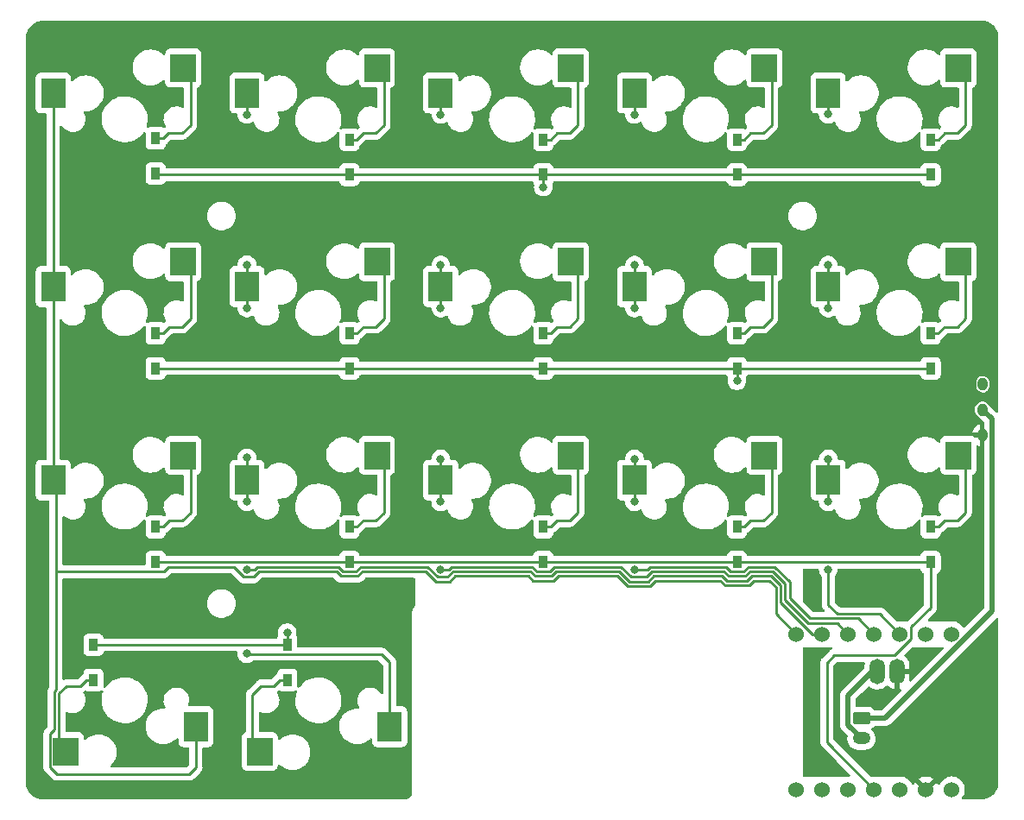
<source format=gbl>
G04 #@! TF.GenerationSoftware,KiCad,Pcbnew,7.0.5*
G04 #@! TF.CreationDate,2023-09-30T13:58:08+09:00*
G04 #@! TF.ProjectId,thorium_pcbr,74686f72-6975-46d5-9f70-6362722e6b69,rev?*
G04 #@! TF.SameCoordinates,Original*
G04 #@! TF.FileFunction,Copper,L2,Bot*
G04 #@! TF.FilePolarity,Positive*
%FSLAX46Y46*%
G04 Gerber Fmt 4.6, Leading zero omitted, Abs format (unit mm)*
G04 Created by KiCad (PCBNEW 7.0.5) date 2023-09-30 13:58:08*
%MOMM*%
%LPD*%
G01*
G04 APERTURE LIST*
G04 Aperture macros list*
%AMRoundRect*
0 Rectangle with rounded corners*
0 $1 Rounding radius*
0 $2 $3 $4 $5 $6 $7 $8 $9 X,Y pos of 4 corners*
0 Add a 4 corners polygon primitive as box body*
4,1,4,$2,$3,$4,$5,$6,$7,$8,$9,$2,$3,0*
0 Add four circle primitives for the rounded corners*
1,1,$1+$1,$2,$3*
1,1,$1+$1,$4,$5*
1,1,$1+$1,$6,$7*
1,1,$1+$1,$8,$9*
0 Add four rect primitives between the rounded corners*
20,1,$1+$1,$2,$3,$4,$5,0*
20,1,$1+$1,$4,$5,$6,$7,0*
20,1,$1+$1,$6,$7,$8,$9,0*
20,1,$1+$1,$8,$9,$2,$3,0*%
G04 Aperture macros list end*
G04 #@! TA.AperFunction,ComponentPad*
%ADD10C,1.524000*%
G04 #@! TD*
G04 #@! TA.AperFunction,ComponentPad*
%ADD11O,1.500000X2.500000*%
G04 #@! TD*
G04 #@! TA.AperFunction,SMDPad,CuDef*
%ADD12R,0.950000X1.200000*%
G04 #@! TD*
G04 #@! TA.AperFunction,ComponentPad*
%ADD13O,1.750000X1.200000*%
G04 #@! TD*
G04 #@! TA.AperFunction,ComponentPad*
%ADD14RoundRect,0.250000X-0.625000X0.350000X-0.625000X-0.350000X0.625000X-0.350000X0.625000X0.350000X0*%
G04 #@! TD*
G04 #@! TA.AperFunction,SMDPad,CuDef*
%ADD15R,2.400000X3.000000*%
G04 #@! TD*
G04 #@! TA.AperFunction,SMDPad,CuDef*
%ADD16R,2.500000X2.800000*%
G04 #@! TD*
G04 #@! TA.AperFunction,ComponentPad*
%ADD17O,1.000000X1.300000*%
G04 #@! TD*
G04 #@! TA.AperFunction,ViaPad*
%ADD18C,0.800000*%
G04 #@! TD*
G04 #@! TA.AperFunction,Conductor*
%ADD19C,0.500000*%
G04 #@! TD*
G04 #@! TA.AperFunction,Conductor*
%ADD20C,0.250000*%
G04 #@! TD*
G04 APERTURE END LIST*
D10*
X121620000Y-91000000D03*
X119080000Y-91000000D03*
X116540000Y-91000000D03*
X114000000Y-91000000D03*
X111460000Y-91000000D03*
X108920000Y-91000000D03*
X106380000Y-91000000D03*
X106380000Y-106240000D03*
X108920000Y-106240000D03*
X111460000Y-106240000D03*
X114000000Y-106240000D03*
X116540000Y-106240000D03*
X119080000Y-106240000D03*
X121620000Y-106240000D03*
D11*
X114317000Y-94675000D03*
X116222000Y-94675000D03*
D12*
X56450000Y-92053125D03*
X56450000Y-95503125D03*
D13*
X112750000Y-101240000D03*
D14*
X112750000Y-99240000D03*
D15*
X90500000Y-56920000D03*
D16*
X103250000Y-54480000D03*
D15*
X66500000Y-100080000D03*
D16*
X53750000Y-102520000D03*
D15*
X33500000Y-37920000D03*
D16*
X46250000Y-35480000D03*
D15*
X52500000Y-56920000D03*
D16*
X65250000Y-54480000D03*
D15*
X71500000Y-56920000D03*
D16*
X84250000Y-54480000D03*
D15*
X71500000Y-75920000D03*
D16*
X84250000Y-73480000D03*
D17*
X124650000Y-66500000D03*
X124650000Y-69000000D03*
X124650000Y-71500000D03*
D15*
X33500000Y-56920000D03*
D16*
X46250000Y-54480000D03*
D15*
X90500000Y-75920000D03*
D16*
X103250000Y-73480000D03*
D15*
X109500000Y-75920000D03*
D16*
X122250000Y-73480000D03*
D12*
X81550000Y-64946875D03*
X81550000Y-61496875D03*
D15*
X52500000Y-75920000D03*
D16*
X65250000Y-73480000D03*
D12*
X100550000Y-45946875D03*
X100550000Y-42496875D03*
X43550000Y-64946875D03*
X43550000Y-61496875D03*
X43550000Y-45833438D03*
X43550000Y-42383438D03*
X100550000Y-83946875D03*
X100550000Y-80496875D03*
X81550000Y-45946875D03*
X81550000Y-42496875D03*
X81550000Y-83946875D03*
X81550000Y-80496875D03*
X119550000Y-83946875D03*
X119550000Y-80496875D03*
D15*
X109500000Y-56920000D03*
D16*
X122250000Y-54480000D03*
D12*
X119550000Y-64946875D03*
X119550000Y-61496875D03*
X100550000Y-64946875D03*
X100550000Y-61496875D03*
X37450000Y-92053125D03*
X37450000Y-95503125D03*
X62550000Y-45946875D03*
X62550000Y-42496875D03*
D15*
X47500000Y-100080000D03*
D16*
X34750000Y-102520000D03*
D12*
X43550000Y-83946875D03*
X43550000Y-80496875D03*
X119550000Y-45946875D03*
X119550000Y-42496875D03*
X62550000Y-83946875D03*
X62550000Y-80496875D03*
D15*
X52500000Y-37920000D03*
D16*
X65250000Y-35480000D03*
D15*
X33500000Y-75920000D03*
D16*
X46250000Y-73480000D03*
D15*
X109500000Y-37920000D03*
D16*
X122250000Y-35480000D03*
D12*
X62550000Y-64946875D03*
X62550000Y-61496875D03*
D15*
X90500000Y-37920000D03*
D16*
X103250000Y-35480000D03*
D15*
X71500000Y-37920000D03*
D16*
X84250000Y-35480000D03*
D18*
X81550000Y-47150000D03*
X100550000Y-66160000D03*
X56450000Y-90850000D03*
X52500000Y-54760000D03*
X52500000Y-59030000D03*
X52480000Y-92940000D03*
X52500000Y-73720000D03*
X52500000Y-78030000D03*
X52500000Y-40030000D03*
X52500000Y-84671375D03*
X71500000Y-73810000D03*
X71500000Y-40030000D03*
X71490000Y-78030000D03*
X71490000Y-84671375D03*
X71500000Y-54810000D03*
X71500000Y-59030000D03*
X90500000Y-59030000D03*
X90500000Y-78030000D03*
X90500000Y-54810000D03*
X90500000Y-84671375D03*
X90500000Y-40030000D03*
X90500000Y-73810000D03*
X109500000Y-84671375D03*
X109500000Y-78030000D03*
X109500000Y-73810000D03*
X109500000Y-54810000D03*
X109500000Y-59030000D03*
X109500000Y-40020000D03*
X35330000Y-99670000D03*
X121810000Y-76410000D03*
X89350000Y-82790000D03*
X34730000Y-61180000D03*
X43490000Y-59920000D03*
X80050000Y-42840000D03*
X42050000Y-42750000D03*
X65400000Y-95960000D03*
X112500000Y-94220000D03*
X62540000Y-40830000D03*
X42110000Y-80720000D03*
X119510000Y-78900000D03*
X121760000Y-57350000D03*
X35000000Y-83670000D03*
X119530000Y-40880000D03*
X38950000Y-95220000D03*
X34660000Y-54300000D03*
X58060000Y-95140000D03*
X114580000Y-100590000D03*
X108410000Y-92730000D03*
X61070000Y-42780000D03*
X102770000Y-38370000D03*
X112830000Y-97570000D03*
X122830000Y-89760000D03*
X45700000Y-38380000D03*
X120160000Y-89290000D03*
X61080000Y-61750000D03*
X64820000Y-57360000D03*
X118060000Y-42740000D03*
X119830000Y-92740000D03*
X34920000Y-86020000D03*
X34710000Y-73260000D03*
X45850000Y-57340000D03*
X117990000Y-61820000D03*
X123310000Y-106710000D03*
X64760000Y-38390000D03*
X83810000Y-76420000D03*
X56470000Y-97330000D03*
X81490000Y-59920000D03*
X37420000Y-97210000D03*
X34920000Y-94930000D03*
X91230000Y-79880000D03*
X116730000Y-89250000D03*
X43540000Y-40630000D03*
X43540000Y-78850000D03*
X119510000Y-59840000D03*
X54340000Y-99650000D03*
X125760000Y-68350000D03*
X107410000Y-96330000D03*
X110790000Y-85170000D03*
X99060000Y-42770000D03*
X53710000Y-82840000D03*
X107410000Y-104470000D03*
X62550000Y-78870000D03*
X100580000Y-59760000D03*
X45750000Y-76400000D03*
X81510000Y-40840000D03*
X125750000Y-90350000D03*
X100530000Y-40810000D03*
X81510000Y-78900000D03*
X108350000Y-88370000D03*
X61110000Y-80650000D03*
X34930000Y-80140000D03*
X121770000Y-38370000D03*
X62480000Y-59880000D03*
X99020000Y-61840000D03*
X80040000Y-80740000D03*
X118060000Y-80770000D03*
X110640000Y-104500000D03*
X80100000Y-61670000D03*
X102760000Y-57390000D03*
X64820000Y-76370000D03*
X83770000Y-38340000D03*
X42090000Y-61720000D03*
X34690000Y-42200000D03*
X83860000Y-57340000D03*
X107780000Y-85000000D03*
D19*
X111425000Y-99915000D02*
X112750000Y-101240000D01*
X111425000Y-97067000D02*
X111425000Y-99915000D01*
X114317000Y-94175000D02*
X111425000Y-97067000D01*
X124650000Y-69000000D02*
X125550000Y-69900000D01*
X115094027Y-99240000D02*
X112750000Y-99240000D01*
X125550000Y-88784027D02*
X115094027Y-99240000D01*
X125550000Y-69900000D02*
X125550000Y-88784027D01*
D20*
X43663437Y-45946875D02*
X43550000Y-45833438D01*
X100550000Y-45946875D02*
X81550000Y-45946875D01*
X119550000Y-45946875D02*
X100550000Y-45946875D01*
X81550000Y-47150000D02*
X81550000Y-45946875D01*
X62550000Y-45946875D02*
X43663437Y-45946875D01*
X81550000Y-45946875D02*
X62550000Y-45946875D01*
X43550000Y-42383438D02*
X44276562Y-42383438D01*
X46955000Y-41069544D02*
X46955000Y-36135000D01*
X44276562Y-42383438D02*
X44780000Y-41880000D01*
X46144544Y-41880000D02*
X46955000Y-41069544D01*
X46955000Y-36135000D02*
X46200000Y-35380000D01*
X44780000Y-41880000D02*
X46144544Y-41880000D01*
X81550000Y-64946875D02*
X100550000Y-64946875D01*
X62550000Y-64946875D02*
X81550000Y-64946875D01*
X43550000Y-64946875D02*
X62550000Y-64946875D01*
X100550000Y-64946875D02*
X100550000Y-66160000D01*
X100550000Y-64946875D02*
X119550000Y-64946875D01*
X62550000Y-42496875D02*
X63273125Y-42496875D01*
X65144544Y-41880000D02*
X65955000Y-41069544D01*
X63273125Y-42496875D02*
X63890000Y-41880000D01*
X65955000Y-36135000D02*
X65200000Y-35380000D01*
X65955000Y-41069544D02*
X65955000Y-36135000D01*
X63890000Y-41880000D02*
X65144544Y-41880000D01*
X100550000Y-83946875D02*
X119550000Y-83946875D01*
X62550000Y-83946875D02*
X81550000Y-83946875D01*
X114000000Y-106240000D02*
X109360000Y-101600000D01*
X117627000Y-91453000D02*
X117627000Y-90303000D01*
X109360000Y-93820000D02*
X110080000Y-93100000D01*
X109360000Y-101600000D02*
X109360000Y-93820000D01*
X81550000Y-83946875D02*
X100550000Y-83946875D01*
X119550000Y-88380000D02*
X119550000Y-83946875D01*
X117627000Y-90303000D02*
X119550000Y-88380000D01*
X110080000Y-93100000D02*
X115980000Y-93100000D01*
X43550000Y-83946875D02*
X62550000Y-83946875D01*
X115980000Y-93100000D02*
X117627000Y-91453000D01*
X82905000Y-41875000D02*
X84149544Y-41875000D01*
X82283125Y-42496875D02*
X82905000Y-41875000D01*
X81550000Y-42496875D02*
X82283125Y-42496875D01*
X84955000Y-41069544D02*
X84955000Y-36135000D01*
X84149544Y-41875000D02*
X84955000Y-41069544D01*
X84955000Y-36135000D02*
X84200000Y-35380000D01*
X56450000Y-92053125D02*
X37450000Y-92053125D01*
X56450000Y-90850000D02*
X56450000Y-92053125D01*
X103955000Y-36135000D02*
X103200000Y-35380000D01*
X101273125Y-42496875D02*
X101890000Y-41880000D01*
X103955000Y-41069544D02*
X103955000Y-36135000D01*
X100550000Y-42496875D02*
X101273125Y-42496875D01*
X103144544Y-41880000D02*
X103955000Y-41069544D01*
X101890000Y-41880000D02*
X103144544Y-41880000D01*
X120283125Y-42496875D02*
X120900000Y-41880000D01*
X122144544Y-41880000D02*
X122955000Y-41069544D01*
X119550000Y-42496875D02*
X120283125Y-42496875D01*
X122955000Y-36135000D02*
X122200000Y-35380000D01*
X120900000Y-41880000D02*
X122144544Y-41880000D01*
X122955000Y-41069544D02*
X122955000Y-36135000D01*
X62550000Y-61496875D02*
X63283125Y-61496875D01*
X65955000Y-60069544D02*
X65955000Y-55135000D01*
X65955000Y-55135000D02*
X65200000Y-54380000D01*
X63890000Y-60890000D02*
X65134544Y-60890000D01*
X63283125Y-61496875D02*
X63890000Y-60890000D01*
X65134544Y-60890000D02*
X65955000Y-60069544D01*
X84955000Y-60069544D02*
X84955000Y-55135000D01*
X84955000Y-55135000D02*
X84200000Y-54380000D01*
X81550000Y-61496875D02*
X82273125Y-61496875D01*
X82273125Y-61496875D02*
X82890000Y-60880000D01*
X82890000Y-60880000D02*
X84144544Y-60880000D01*
X84144544Y-60880000D02*
X84955000Y-60069544D01*
X103955000Y-60069544D02*
X103955000Y-55135000D01*
X101890000Y-60880000D02*
X103144544Y-60880000D01*
X100550000Y-61496875D02*
X101273125Y-61496875D01*
X103144544Y-60880000D02*
X103955000Y-60069544D01*
X101273125Y-61496875D02*
X101890000Y-60880000D01*
X103955000Y-55135000D02*
X103200000Y-54380000D01*
X122955000Y-55135000D02*
X122200000Y-54380000D01*
X122144544Y-60880000D02*
X122955000Y-60069544D01*
X120890000Y-60880000D02*
X122144544Y-60880000D01*
X120273125Y-61496875D02*
X120890000Y-60880000D01*
X119550000Y-61496875D02*
X120273125Y-61496875D01*
X122955000Y-60069544D02*
X122955000Y-55135000D01*
X46955000Y-79069544D02*
X46955000Y-74135000D01*
X46149544Y-79875000D02*
X46955000Y-79069544D01*
X44905000Y-79875000D02*
X46149544Y-79875000D01*
X44283125Y-80496875D02*
X44905000Y-79875000D01*
X43550000Y-80496875D02*
X44283125Y-80496875D01*
X46955000Y-74135000D02*
X46200000Y-73380000D01*
X81550000Y-80496875D02*
X82283125Y-80496875D01*
X84955000Y-74135000D02*
X84200000Y-73380000D01*
X84149544Y-79875000D02*
X84955000Y-79069544D01*
X84955000Y-79069544D02*
X84955000Y-74135000D01*
X82905000Y-79875000D02*
X84149544Y-79875000D01*
X82283125Y-80496875D02*
X82905000Y-79875000D01*
X100550000Y-80496875D02*
X101273125Y-80496875D01*
X103955000Y-74135000D02*
X103200000Y-73380000D01*
X103144544Y-79880000D02*
X103955000Y-79069544D01*
X101890000Y-79880000D02*
X103144544Y-79880000D01*
X103955000Y-79069544D02*
X103955000Y-74135000D01*
X101273125Y-80496875D02*
X101890000Y-79880000D01*
X92032813Y-86296375D02*
X89826903Y-86296375D01*
X98887687Y-85746875D02*
X92582313Y-85746875D01*
X92582313Y-85746875D02*
X92032813Y-86296375D01*
X47500000Y-104090000D02*
X47500000Y-100080000D01*
X71003299Y-85846375D02*
X70003799Y-84846875D01*
X33175000Y-100795000D02*
X33175000Y-104055000D01*
X70003799Y-84846875D02*
X63839521Y-84846875D01*
X104380000Y-89000000D02*
X104380000Y-86420000D01*
X72915917Y-85296875D02*
X72366417Y-85846375D01*
X80084083Y-85296875D02*
X72915917Y-85296875D01*
X72366417Y-85846375D02*
X71003299Y-85846375D01*
X33500000Y-75920000D02*
X33770000Y-76190000D01*
X33595000Y-96648604D02*
X33595000Y-100375000D01*
X52199695Y-85396375D02*
X51200195Y-84396875D01*
X33500000Y-56920000D02*
X33500000Y-75920000D01*
X89826903Y-86296375D02*
X88827403Y-85296875D01*
X33500000Y-37920000D02*
X33500000Y-56920000D01*
X33770000Y-76190000D02*
X33770000Y-84870000D01*
X99362687Y-86221875D02*
X98887687Y-85746875D01*
X51200195Y-84396875D02*
X44825000Y-84396875D01*
X63839521Y-84846875D02*
X63364521Y-85321875D01*
X104380000Y-86420000D02*
X103706875Y-85746875D01*
X61270479Y-84846875D02*
X53689521Y-84846875D01*
X82560917Y-85771875D02*
X80559083Y-85771875D01*
X101747313Y-86221875D02*
X99362687Y-86221875D01*
X106380000Y-91000000D02*
X104380000Y-89000000D01*
X53140021Y-85396375D02*
X52199695Y-85396375D01*
X80559083Y-85771875D02*
X80084083Y-85296875D01*
X33175000Y-104055000D02*
X33860000Y-104740000D01*
X103706875Y-85746875D02*
X102222313Y-85746875D01*
X61745479Y-85321875D02*
X61270479Y-84846875D01*
X44825000Y-84396875D02*
X44350000Y-84871875D01*
X44350000Y-84871875D02*
X33771875Y-84871875D01*
X53689521Y-84846875D02*
X53140021Y-85396375D01*
X88827403Y-85296875D02*
X83035917Y-85296875D01*
X33860000Y-104740000D02*
X46850000Y-104740000D01*
X63364521Y-85321875D02*
X61745479Y-85321875D01*
X33770000Y-96473604D02*
X33595000Y-96648604D01*
X33595000Y-100375000D02*
X33175000Y-100795000D01*
X102222313Y-85746875D02*
X101747313Y-86221875D01*
X83035917Y-85296875D02*
X82560917Y-85771875D01*
X46850000Y-104740000D02*
X47500000Y-104090000D01*
X33770000Y-84870000D02*
X33770000Y-96473604D01*
X33771875Y-84871875D02*
X33770000Y-84870000D01*
X52500000Y-84671375D02*
X53228625Y-84671375D01*
X61931875Y-84871875D02*
X63178125Y-84871875D01*
X99074083Y-85296875D02*
X99549083Y-85771875D01*
X61456875Y-84396875D02*
X61931875Y-84871875D01*
X52500000Y-56920000D02*
X52500000Y-59030000D01*
X70190195Y-84396875D02*
X71189695Y-85396375D01*
X99549083Y-85771875D02*
X101560917Y-85771875D01*
X80270479Y-84846875D02*
X80745479Y-85321875D01*
X66500000Y-93770000D02*
X66500000Y-100080000D01*
X82374521Y-85321875D02*
X82849521Y-84846875D01*
X65710000Y-92980000D02*
X66500000Y-93770000D01*
X52500000Y-37920000D02*
X52500000Y-40030000D01*
X72180021Y-85396375D02*
X72729521Y-84846875D01*
X80745479Y-85321875D02*
X82374521Y-85321875D01*
X71189695Y-85396375D02*
X72180021Y-85396375D01*
X82849521Y-84846875D02*
X89013799Y-84846875D01*
X63653125Y-84396875D02*
X70190195Y-84396875D01*
X104830000Y-87870000D02*
X107960000Y-91000000D01*
X52500000Y-54760000D02*
X52500000Y-56920000D01*
X52520000Y-92980000D02*
X65710000Y-92980000D01*
X102035917Y-85296875D02*
X103893271Y-85296875D01*
X52500000Y-73720000D02*
X52500000Y-75920000D01*
X101560917Y-85771875D02*
X102035917Y-85296875D01*
X91846417Y-85846375D02*
X92395917Y-85296875D01*
X52500000Y-75920000D02*
X52500000Y-78030000D01*
X103893271Y-85296875D02*
X104830000Y-86233604D01*
X92395917Y-85296875D02*
X99074083Y-85296875D01*
X104830000Y-86233604D02*
X104830000Y-87870000D01*
X53503125Y-84396875D02*
X61456875Y-84396875D01*
X90013299Y-85846375D02*
X91846417Y-85846375D01*
X89013799Y-84846875D02*
X90013299Y-85846375D01*
X53228625Y-84671375D02*
X53503125Y-84396875D01*
X63178125Y-84871875D02*
X63653125Y-84396875D01*
X52480000Y-92940000D02*
X52520000Y-92980000D01*
X107960000Y-91000000D02*
X108920000Y-91000000D01*
X72729521Y-84846875D02*
X80270479Y-84846875D01*
X82188125Y-84871875D02*
X82663125Y-84396875D01*
X71500000Y-37920000D02*
X71500000Y-40030000D01*
X91660021Y-85396375D02*
X92209521Y-84846875D01*
X105280000Y-87683604D02*
X107509396Y-89913000D01*
X104079667Y-84846875D02*
X105280000Y-86047208D01*
X71490000Y-78030000D02*
X71490000Y-75930000D01*
X71500000Y-73810000D02*
X71500000Y-75920000D01*
X90199695Y-85396375D02*
X91660021Y-85396375D01*
X105280000Y-86047208D02*
X105280000Y-87683604D01*
X89200195Y-84396875D02*
X90199695Y-85396375D01*
X71500000Y-54810000D02*
X71500000Y-56920000D01*
X110373000Y-89913000D02*
X111460000Y-91000000D01*
X71490000Y-84671375D02*
X72268625Y-84671375D01*
X92209521Y-84846875D02*
X99260479Y-84846875D01*
X82663125Y-84396875D02*
X89200195Y-84396875D01*
X99260479Y-84846875D02*
X99735479Y-85321875D01*
X80456875Y-84396875D02*
X80931875Y-84871875D01*
X71490000Y-75930000D02*
X71500000Y-75920000D01*
X80931875Y-84871875D02*
X82188125Y-84871875D01*
X72543125Y-84396875D02*
X80456875Y-84396875D01*
X71500000Y-56920000D02*
X71500000Y-59030000D01*
X101374521Y-85321875D02*
X101849521Y-84846875D01*
X107509396Y-89913000D02*
X110373000Y-89913000D01*
X72268625Y-84671375D02*
X72543125Y-84396875D01*
X99735479Y-85321875D02*
X101374521Y-85321875D01*
X101849521Y-84846875D02*
X104079667Y-84846875D01*
X112463000Y-89463000D02*
X114000000Y-91000000D01*
X105730000Y-87497208D02*
X107695792Y-89463000D01*
X90500000Y-84671375D02*
X91748625Y-84671375D01*
X90500000Y-73810000D02*
X90500000Y-75920000D01*
X101663125Y-84396875D02*
X104266063Y-84396875D01*
X90500000Y-75920000D02*
X90500000Y-78030000D01*
X91748625Y-84671375D02*
X92023125Y-84396875D01*
X99921875Y-84871875D02*
X101188125Y-84871875D01*
X90500000Y-37920000D02*
X90500000Y-40030000D01*
X99446875Y-84396875D02*
X99921875Y-84871875D01*
X101188125Y-84871875D02*
X101663125Y-84396875D01*
X107695792Y-89463000D02*
X112463000Y-89463000D01*
X92023125Y-84396875D02*
X99446875Y-84396875D01*
X104266063Y-84396875D02*
X105730000Y-85860812D01*
X105730000Y-85860812D02*
X105730000Y-87497208D01*
X90500000Y-56920000D02*
X90500000Y-59030000D01*
X90500000Y-54810000D02*
X90500000Y-56920000D01*
X114553000Y-89013000D02*
X116540000Y-91000000D01*
X109500000Y-56920000D02*
X109500000Y-59030000D01*
X109500000Y-88120000D02*
X110393000Y-89013000D01*
X110393000Y-89013000D02*
X114553000Y-89013000D01*
X109500000Y-54810000D02*
X109500000Y-56920000D01*
X109500000Y-37920000D02*
X109500000Y-40020000D01*
X109500000Y-75920000D02*
X109500000Y-78030000D01*
X109500000Y-73810000D02*
X109500000Y-75920000D01*
X109500000Y-84671375D02*
X109500000Y-88120000D01*
X122955000Y-79069544D02*
X122955000Y-74135000D01*
X120915000Y-79875000D02*
X122149544Y-79875000D01*
X122149544Y-79875000D02*
X122955000Y-79069544D01*
X120293125Y-80496875D02*
X120915000Y-79875000D01*
X122955000Y-74135000D02*
X122200000Y-73380000D01*
X119550000Y-80496875D02*
X120293125Y-80496875D01*
X34770000Y-96110000D02*
X36120000Y-96110000D01*
X36726875Y-95503125D02*
X37450000Y-95503125D01*
X36120000Y-96110000D02*
X36726875Y-95503125D01*
X34045000Y-96835000D02*
X34770000Y-96110000D01*
X34800000Y-102620000D02*
X34045000Y-101865000D01*
X34045000Y-101865000D02*
X34045000Y-96835000D01*
X53875456Y-96100000D02*
X53045000Y-96930456D01*
X55130000Y-96100000D02*
X53875456Y-96100000D01*
X55726875Y-95503125D02*
X55130000Y-96100000D01*
X56450000Y-95503125D02*
X55726875Y-95503125D01*
X53045000Y-96930456D02*
X53045000Y-101865000D01*
X53045000Y-101865000D02*
X53800000Y-102620000D01*
X46955000Y-55135000D02*
X46200000Y-54380000D01*
X43550000Y-61496875D02*
X44273125Y-61496875D01*
X44273125Y-61496875D02*
X44890000Y-60880000D01*
X44890000Y-60880000D02*
X46150000Y-60880000D01*
X46150000Y-60880000D02*
X46955000Y-60075000D01*
X46955000Y-60075000D02*
X46955000Y-55135000D01*
X63895000Y-79875000D02*
X65149544Y-79875000D01*
X62550000Y-80496875D02*
X63273125Y-80496875D01*
X65955000Y-79069544D02*
X65955000Y-74135000D01*
X65149544Y-79875000D02*
X65955000Y-79069544D01*
X63273125Y-80496875D02*
X63895000Y-79875000D01*
X65955000Y-74135000D02*
X65200000Y-73380000D01*
G04 #@! TA.AperFunction,Conductor*
G36*
X124443033Y-30800522D02*
G01*
X124452523Y-30800518D01*
X124452526Y-30800519D01*
X124497930Y-30800500D01*
X124502318Y-30800656D01*
X124730004Y-30816857D01*
X124733146Y-30817081D01*
X124750668Y-30819594D01*
X124970298Y-30867304D01*
X124987275Y-30872284D01*
X125045588Y-30894020D01*
X125197870Y-30950781D01*
X125213971Y-30958131D01*
X125411241Y-31065810D01*
X125426132Y-31075377D01*
X125449626Y-31092962D01*
X125606064Y-31210053D01*
X125619441Y-31221644D01*
X125778355Y-31380558D01*
X125789946Y-31393935D01*
X125924620Y-31573864D01*
X125934189Y-31588758D01*
X126041868Y-31786028D01*
X126049218Y-31802129D01*
X126127713Y-32012720D01*
X126132696Y-32029706D01*
X126180405Y-32249331D01*
X126182918Y-32266853D01*
X126199342Y-32497665D01*
X126199499Y-32502091D01*
X126199477Y-32557126D01*
X126199500Y-32557415D01*
X126199500Y-69177456D01*
X126179815Y-69244495D01*
X126127011Y-69290250D01*
X126057853Y-69300194D01*
X125994297Y-69271169D01*
X125987819Y-69265137D01*
X125155108Y-68432426D01*
X125152586Y-68430182D01*
X125134696Y-68410430D01*
X125127963Y-68401163D01*
X125001326Y-68296400D01*
X125001325Y-68296400D01*
X124852612Y-68226420D01*
X124769517Y-68210569D01*
X124691170Y-68195624D01*
X124691166Y-68195624D01*
X124527139Y-68205944D01*
X124370828Y-68256732D01*
X124370824Y-68256734D01*
X124232059Y-68344798D01*
X124166660Y-68414440D01*
X124162681Y-68418314D01*
X124079521Y-68492321D01*
X123977823Y-68637563D01*
X123977818Y-68637573D01*
X123912358Y-68802346D01*
X123886658Y-68977794D01*
X123902112Y-69154424D01*
X123957885Y-69322735D01*
X123957887Y-69322740D01*
X124050971Y-69473652D01*
X124154190Y-69576871D01*
X124166824Y-69591663D01*
X124172033Y-69598832D01*
X124172037Y-69598837D01*
X124193630Y-69616700D01*
X124197941Y-69620622D01*
X124755179Y-70177861D01*
X124755180Y-70177861D01*
X124788665Y-70239184D01*
X124791499Y-70265542D01*
X124791499Y-71143874D01*
X124747545Y-71114505D01*
X124650000Y-71095102D01*
X124552455Y-71114505D01*
X124469760Y-71169760D01*
X124414505Y-71252455D01*
X124400000Y-71325376D01*
X124400000Y-71674624D01*
X124414505Y-71747545D01*
X124469760Y-71830240D01*
X124552455Y-71885495D01*
X124650000Y-71904898D01*
X124747545Y-71885495D01*
X124791499Y-71856125D01*
X124791500Y-88418483D01*
X124771815Y-88485522D01*
X124755181Y-88506164D01*
X122900861Y-90360483D01*
X122839538Y-90393968D01*
X122769846Y-90388984D01*
X122713913Y-90347112D01*
X122711605Y-90343925D01*
X122596978Y-90180220D01*
X122587892Y-90171134D01*
X122439781Y-90023023D01*
X122257677Y-89895512D01*
X122257678Y-89895512D01*
X122257676Y-89895511D01*
X122156936Y-89848535D01*
X122056196Y-89801560D01*
X122056193Y-89801559D01*
X122056191Y-89801558D01*
X121841465Y-89744022D01*
X121841457Y-89744021D01*
X121620002Y-89724647D01*
X121619998Y-89724647D01*
X121593549Y-89726961D01*
X121561508Y-89729764D01*
X121556107Y-89730000D01*
X119395265Y-89730000D01*
X119328226Y-89710315D01*
X119282471Y-89657511D01*
X119272527Y-89588353D01*
X119301552Y-89524797D01*
X119307584Y-89518319D01*
X119622236Y-89203667D01*
X119938815Y-88887087D01*
X119951180Y-88877183D01*
X119951006Y-88876973D01*
X119957012Y-88872003D01*
X119957018Y-88872000D01*
X120004364Y-88821580D01*
X120005635Y-88820267D01*
X120026135Y-88799769D01*
X120030458Y-88794195D01*
X120034257Y-88789747D01*
X120066585Y-88755322D01*
X120076420Y-88737432D01*
X120087098Y-88721174D01*
X120099614Y-88705040D01*
X120118374Y-88661686D01*
X120120935Y-88656458D01*
X120143695Y-88615060D01*
X120148774Y-88595274D01*
X120155072Y-88576882D01*
X120163181Y-88558145D01*
X120170569Y-88511497D01*
X120171751Y-88505786D01*
X120183500Y-88460030D01*
X120183500Y-88439614D01*
X120185027Y-88420214D01*
X120185171Y-88419304D01*
X120188220Y-88400057D01*
X120183775Y-88353033D01*
X120183500Y-88347195D01*
X120183500Y-85116570D01*
X120203185Y-85049531D01*
X120255989Y-85003776D01*
X120264150Y-85000394D01*
X120271204Y-84997764D01*
X120388261Y-84910136D01*
X120475889Y-84793079D01*
X120526989Y-84656076D01*
X120530591Y-84622567D01*
X120533499Y-84595529D01*
X120533500Y-84595512D01*
X120533500Y-83298237D01*
X120533499Y-83298220D01*
X120527334Y-83240886D01*
X120526989Y-83237674D01*
X120525137Y-83232709D01*
X120504522Y-83177439D01*
X120475889Y-83100671D01*
X120388261Y-82983614D01*
X120271204Y-82895986D01*
X120271203Y-82895985D01*
X120134203Y-82844886D01*
X120073654Y-82838375D01*
X120073638Y-82838375D01*
X119026362Y-82838375D01*
X119026345Y-82838375D01*
X118965797Y-82844886D01*
X118965795Y-82844886D01*
X118828795Y-82895986D01*
X118711739Y-82983614D01*
X118624110Y-83100671D01*
X118574862Y-83232709D01*
X118532991Y-83288643D01*
X118467526Y-83313059D01*
X118458681Y-83313375D01*
X101641319Y-83313375D01*
X101574280Y-83293690D01*
X101528525Y-83240886D01*
X101525138Y-83232709D01*
X101475889Y-83100671D01*
X101475888Y-83100670D01*
X101388261Y-82983614D01*
X101271204Y-82895986D01*
X101271203Y-82895986D01*
X101134203Y-82844886D01*
X101073654Y-82838375D01*
X101073638Y-82838375D01*
X100026362Y-82838375D01*
X100026345Y-82838375D01*
X99965797Y-82844886D01*
X99965795Y-82844886D01*
X99828795Y-82895986D01*
X99711739Y-82983614D01*
X99624110Y-83100671D01*
X99574862Y-83232709D01*
X99532991Y-83288643D01*
X99467526Y-83313059D01*
X99458681Y-83313375D01*
X82641319Y-83313375D01*
X82574280Y-83293690D01*
X82528525Y-83240886D01*
X82525138Y-83232709D01*
X82475889Y-83100671D01*
X82475888Y-83100670D01*
X82388261Y-82983614D01*
X82271204Y-82895986D01*
X82271203Y-82895986D01*
X82134203Y-82844886D01*
X82073654Y-82838375D01*
X82073638Y-82838375D01*
X81026362Y-82838375D01*
X81026345Y-82838375D01*
X80965797Y-82844886D01*
X80965795Y-82844886D01*
X80828795Y-82895986D01*
X80711739Y-82983614D01*
X80624110Y-83100671D01*
X80574862Y-83232709D01*
X80532991Y-83288643D01*
X80467526Y-83313059D01*
X80458681Y-83313375D01*
X63641319Y-83313375D01*
X63574280Y-83293690D01*
X63528525Y-83240886D01*
X63525138Y-83232709D01*
X63475889Y-83100671D01*
X63475888Y-83100670D01*
X63388261Y-82983614D01*
X63271204Y-82895986D01*
X63271203Y-82895986D01*
X63134203Y-82844886D01*
X63073654Y-82838375D01*
X63073638Y-82838375D01*
X62026362Y-82838375D01*
X62026345Y-82838375D01*
X61965797Y-82844886D01*
X61965795Y-82844886D01*
X61828795Y-82895986D01*
X61711739Y-82983614D01*
X61624110Y-83100671D01*
X61574862Y-83232709D01*
X61532991Y-83288643D01*
X61467526Y-83313059D01*
X61458681Y-83313375D01*
X44641319Y-83313375D01*
X44574280Y-83293690D01*
X44528525Y-83240886D01*
X44525138Y-83232709D01*
X44475889Y-83100671D01*
X44475888Y-83100670D01*
X44388261Y-82983614D01*
X44271204Y-82895986D01*
X44134203Y-82844886D01*
X44073654Y-82838375D01*
X44073638Y-82838375D01*
X43026362Y-82838375D01*
X43026345Y-82838375D01*
X42965797Y-82844886D01*
X42965795Y-82844886D01*
X42828795Y-82895986D01*
X42711739Y-82983614D01*
X42624111Y-83100670D01*
X42573011Y-83237670D01*
X42573011Y-83237672D01*
X42566500Y-83298220D01*
X42566500Y-84114375D01*
X42546815Y-84181414D01*
X42494011Y-84227169D01*
X42442500Y-84238375D01*
X34527500Y-84238375D01*
X34460461Y-84218690D01*
X34414706Y-84165886D01*
X34403500Y-84114375D01*
X34403500Y-79545437D01*
X34423185Y-79478398D01*
X34475989Y-79432643D01*
X34545147Y-79422699D01*
X34608703Y-79451724D01*
X34608965Y-79451952D01*
X34637957Y-79477282D01*
X34675936Y-79510464D01*
X34682004Y-79515765D01*
X34875236Y-79631215D01*
X35085976Y-79710307D01*
X35307450Y-79750500D01*
X35307453Y-79750500D01*
X35476148Y-79750500D01*
X35476155Y-79750500D01*
X35644188Y-79735377D01*
X35722859Y-79713665D01*
X35861160Y-79675496D01*
X35861162Y-79675495D01*
X35861170Y-79675493D01*
X36063973Y-79577829D01*
X36246078Y-79445522D01*
X36401632Y-79282825D01*
X36525635Y-79094968D01*
X36549272Y-79039668D01*
X36614100Y-78887995D01*
X36614099Y-78887995D01*
X36614103Y-78887988D01*
X36664191Y-78668537D01*
X36668375Y-78575373D01*
X38245723Y-78575373D01*
X38275881Y-78875160D01*
X38275882Y-78875162D01*
X38345728Y-79168252D01*
X38345733Y-79168266D01*
X38454020Y-79449427D01*
X38454024Y-79449436D01*
X38598825Y-79713665D01*
X38598829Y-79713671D01*
X38697978Y-79848237D01*
X38777554Y-79956238D01*
X38777561Y-79956245D01*
X38987019Y-80172823D01*
X39223478Y-80359553D01*
X39223480Y-80359554D01*
X39223485Y-80359558D01*
X39482730Y-80513109D01*
X39760128Y-80630736D01*
X40050729Y-80710340D01*
X40349347Y-80750500D01*
X40349351Y-80750500D01*
X40575252Y-80750500D01*
X40739163Y-80739526D01*
X40800634Y-80735412D01*
X41095903Y-80675396D01*
X41380537Y-80576560D01*
X41649459Y-80440668D01*
X41897869Y-80270144D01*
X42121333Y-80068032D01*
X42315865Y-79837939D01*
X42337980Y-79803295D01*
X42390645Y-79757379D01*
X42459773Y-79747225D01*
X42523416Y-79776056D01*
X42561370Y-79834718D01*
X42566500Y-79870016D01*
X42566500Y-81145529D01*
X42573011Y-81206077D01*
X42573011Y-81206079D01*
X42624111Y-81343078D01*
X42624111Y-81343079D01*
X42711739Y-81460136D01*
X42828796Y-81547764D01*
X42965799Y-81598864D01*
X42993050Y-81601793D01*
X43026345Y-81605374D01*
X43026362Y-81605375D01*
X44073638Y-81605375D01*
X44073654Y-81605374D01*
X44100692Y-81602466D01*
X44134201Y-81598864D01*
X44271204Y-81547764D01*
X44388261Y-81460136D01*
X44475889Y-81343079D01*
X44526989Y-81206076D01*
X44532546Y-81154388D01*
X44533175Y-81148542D01*
X44559913Y-81083991D01*
X44585534Y-81062535D01*
X44584429Y-81061014D01*
X44628950Y-81028666D01*
X44633829Y-81025460D01*
X44674487Y-81001417D01*
X44688927Y-80986975D01*
X44703717Y-80974345D01*
X44720232Y-80962347D01*
X44750348Y-80925941D01*
X44754250Y-80921652D01*
X45131087Y-80544817D01*
X45192409Y-80511334D01*
X45218767Y-80508500D01*
X46065910Y-80508500D01*
X46081657Y-80510238D01*
X46081683Y-80509968D01*
X46089450Y-80510702D01*
X46089452Y-80510701D01*
X46089453Y-80510702D01*
X46098803Y-80510408D01*
X46158535Y-80508531D01*
X46160483Y-80508500D01*
X46189401Y-80508500D01*
X46190766Y-80508327D01*
X46196406Y-80507614D01*
X46202229Y-80507156D01*
X46228252Y-80506338D01*
X46249434Y-80505673D01*
X46259225Y-80502827D01*
X46269025Y-80499980D01*
X46288082Y-80496032D01*
X46308341Y-80493474D01*
X46352265Y-80476082D01*
X46357765Y-80474199D01*
X46403137Y-80461018D01*
X46420709Y-80450625D01*
X46438176Y-80442068D01*
X46457161Y-80434552D01*
X46495370Y-80406790D01*
X46500248Y-80403585D01*
X46540906Y-80379542D01*
X46555346Y-80365100D01*
X46570136Y-80352470D01*
X46586651Y-80340472D01*
X46616766Y-80304067D01*
X46620670Y-80299776D01*
X47343813Y-79576633D01*
X47356177Y-79566730D01*
X47356003Y-79566520D01*
X47362015Y-79561546D01*
X47362015Y-79561545D01*
X47362018Y-79561544D01*
X47409349Y-79511140D01*
X47410620Y-79509827D01*
X47431135Y-79489314D01*
X47435461Y-79483736D01*
X47439250Y-79479299D01*
X47471586Y-79444865D01*
X47481419Y-79426976D01*
X47492102Y-79410713D01*
X47504614Y-79394585D01*
X47523371Y-79351235D01*
X47525941Y-79345991D01*
X47548693Y-79304608D01*
X47548693Y-79304607D01*
X47548695Y-79304604D01*
X47553774Y-79284817D01*
X47560070Y-79266429D01*
X47568181Y-79247689D01*
X47575569Y-79201041D01*
X47576751Y-79195330D01*
X47588500Y-79149574D01*
X47588500Y-79129158D01*
X47590027Y-79109758D01*
X47593220Y-79089601D01*
X47588775Y-79042577D01*
X47588500Y-79036739D01*
X47588500Y-77468654D01*
X50791500Y-77468654D01*
X50798011Y-77529202D01*
X50798011Y-77529204D01*
X50838374Y-77637417D01*
X50849111Y-77666204D01*
X50936739Y-77783261D01*
X51053796Y-77870889D01*
X51190799Y-77921989D01*
X51218050Y-77924918D01*
X51251345Y-77928499D01*
X51251362Y-77928500D01*
X51464178Y-77928500D01*
X51531217Y-77948185D01*
X51576972Y-78000989D01*
X51587498Y-78039534D01*
X51606458Y-78219928D01*
X51606459Y-78219931D01*
X51665470Y-78401549D01*
X51665473Y-78401556D01*
X51760960Y-78566944D01*
X51888747Y-78708866D01*
X52043248Y-78821118D01*
X52217712Y-78898794D01*
X52404513Y-78938500D01*
X52595487Y-78938500D01*
X52782288Y-78898794D01*
X52956752Y-78821118D01*
X53023142Y-78772882D01*
X53088944Y-78749403D01*
X53156998Y-78765227D01*
X53205694Y-78815332D01*
X53213956Y-78834882D01*
X53265484Y-78993466D01*
X53372146Y-79191678D01*
X53372148Y-79191681D01*
X53512489Y-79367663D01*
X53512491Y-79367664D01*
X53512492Y-79367666D01*
X53682004Y-79515765D01*
X53875236Y-79631215D01*
X54085976Y-79710307D01*
X54307450Y-79750500D01*
X54307453Y-79750500D01*
X54476148Y-79750500D01*
X54476155Y-79750500D01*
X54644188Y-79735377D01*
X54722859Y-79713665D01*
X54861160Y-79675496D01*
X54861162Y-79675495D01*
X54861170Y-79675493D01*
X55063973Y-79577829D01*
X55246078Y-79445522D01*
X55401632Y-79282825D01*
X55525635Y-79094968D01*
X55549272Y-79039668D01*
X55614100Y-78887995D01*
X55614099Y-78887995D01*
X55614103Y-78887988D01*
X55664191Y-78668537D01*
X55668375Y-78575373D01*
X57245723Y-78575373D01*
X57275881Y-78875160D01*
X57275882Y-78875162D01*
X57345728Y-79168252D01*
X57345733Y-79168266D01*
X57454020Y-79449427D01*
X57454024Y-79449436D01*
X57598825Y-79713665D01*
X57598829Y-79713671D01*
X57697978Y-79848237D01*
X57777554Y-79956238D01*
X57777561Y-79956245D01*
X57987019Y-80172823D01*
X58223478Y-80359553D01*
X58223480Y-80359554D01*
X58223485Y-80359558D01*
X58482730Y-80513109D01*
X58760128Y-80630736D01*
X59050729Y-80710340D01*
X59349347Y-80750500D01*
X59349351Y-80750500D01*
X59575252Y-80750500D01*
X59739163Y-80739526D01*
X59800634Y-80735412D01*
X60095903Y-80675396D01*
X60380537Y-80576560D01*
X60649459Y-80440668D01*
X60897869Y-80270144D01*
X61121333Y-80068032D01*
X61315865Y-79837939D01*
X61337980Y-79803295D01*
X61390645Y-79757379D01*
X61459773Y-79747225D01*
X61523416Y-79776056D01*
X61561370Y-79834718D01*
X61566500Y-79870016D01*
X61566500Y-81145529D01*
X61573011Y-81206077D01*
X61573011Y-81206079D01*
X61624110Y-81343078D01*
X61624111Y-81343079D01*
X61711739Y-81460136D01*
X61828796Y-81547764D01*
X61965799Y-81598864D01*
X61993050Y-81601793D01*
X62026345Y-81605374D01*
X62026362Y-81605375D01*
X63073638Y-81605375D01*
X63073654Y-81605374D01*
X63100692Y-81602466D01*
X63134201Y-81598864D01*
X63271204Y-81547764D01*
X63388261Y-81460136D01*
X63475889Y-81343079D01*
X63526989Y-81206076D01*
X63532546Y-81154388D01*
X63533856Y-81142210D01*
X63535214Y-81142356D01*
X63556625Y-81081628D01*
X63584326Y-81053822D01*
X63618955Y-81028661D01*
X63623829Y-81025460D01*
X63664487Y-81001417D01*
X63678927Y-80986975D01*
X63693717Y-80974345D01*
X63710232Y-80962347D01*
X63740348Y-80925941D01*
X63744250Y-80921652D01*
X64121087Y-80544817D01*
X64182409Y-80511334D01*
X64208767Y-80508500D01*
X65065910Y-80508500D01*
X65081657Y-80510238D01*
X65081683Y-80509968D01*
X65089450Y-80510702D01*
X65089452Y-80510701D01*
X65089453Y-80510702D01*
X65098803Y-80510408D01*
X65158535Y-80508531D01*
X65160483Y-80508500D01*
X65189401Y-80508500D01*
X65190766Y-80508327D01*
X65196406Y-80507614D01*
X65202229Y-80507156D01*
X65228252Y-80506338D01*
X65249434Y-80505673D01*
X65259225Y-80502827D01*
X65269025Y-80499980D01*
X65288082Y-80496032D01*
X65308341Y-80493474D01*
X65352265Y-80476082D01*
X65357765Y-80474199D01*
X65403137Y-80461018D01*
X65420709Y-80450625D01*
X65438176Y-80442068D01*
X65457161Y-80434552D01*
X65495370Y-80406790D01*
X65500248Y-80403585D01*
X65540906Y-80379542D01*
X65555346Y-80365100D01*
X65570136Y-80352470D01*
X65586651Y-80340472D01*
X65616766Y-80304067D01*
X65620670Y-80299776D01*
X66343813Y-79576633D01*
X66356177Y-79566730D01*
X66356003Y-79566520D01*
X66362015Y-79561546D01*
X66362015Y-79561545D01*
X66362018Y-79561544D01*
X66409349Y-79511140D01*
X66410620Y-79509827D01*
X66431135Y-79489314D01*
X66435461Y-79483736D01*
X66439250Y-79479299D01*
X66471586Y-79444865D01*
X66481419Y-79426976D01*
X66492102Y-79410713D01*
X66504614Y-79394585D01*
X66523371Y-79351235D01*
X66525941Y-79345991D01*
X66548693Y-79304608D01*
X66548693Y-79304607D01*
X66548695Y-79304604D01*
X66553774Y-79284817D01*
X66560070Y-79266429D01*
X66568181Y-79247689D01*
X66575569Y-79201041D01*
X66576751Y-79195330D01*
X66588500Y-79149574D01*
X66588500Y-79129158D01*
X66590027Y-79109758D01*
X66593220Y-79089601D01*
X66588772Y-79042555D01*
X66588500Y-79036761D01*
X66588500Y-77468654D01*
X69791500Y-77468654D01*
X69798011Y-77529202D01*
X69798011Y-77529204D01*
X69838374Y-77637417D01*
X69849111Y-77666204D01*
X69936739Y-77783261D01*
X70053796Y-77870889D01*
X70190799Y-77921989D01*
X70218050Y-77924918D01*
X70251345Y-77928499D01*
X70251362Y-77928500D01*
X70454178Y-77928500D01*
X70521217Y-77948185D01*
X70566972Y-78000989D01*
X70577498Y-78039534D01*
X70596458Y-78219928D01*
X70596459Y-78219931D01*
X70655470Y-78401549D01*
X70655473Y-78401556D01*
X70750960Y-78566944D01*
X70878747Y-78708866D01*
X71033248Y-78821118D01*
X71207712Y-78898794D01*
X71394513Y-78938500D01*
X71585487Y-78938500D01*
X71772288Y-78898794D01*
X71946752Y-78821118D01*
X72021231Y-78767004D01*
X72087036Y-78743525D01*
X72155090Y-78759350D01*
X72203785Y-78809455D01*
X72212046Y-78829004D01*
X72224233Y-78866511D01*
X72265483Y-78993465D01*
X72372146Y-79191678D01*
X72372148Y-79191681D01*
X72512489Y-79367663D01*
X72512491Y-79367664D01*
X72512492Y-79367666D01*
X72682004Y-79515765D01*
X72875236Y-79631215D01*
X73085976Y-79710307D01*
X73307450Y-79750500D01*
X73307453Y-79750500D01*
X73476148Y-79750500D01*
X73476155Y-79750500D01*
X73644188Y-79735377D01*
X73722859Y-79713665D01*
X73861160Y-79675496D01*
X73861162Y-79675495D01*
X73861170Y-79675493D01*
X74063973Y-79577829D01*
X74246078Y-79445522D01*
X74401632Y-79282825D01*
X74525635Y-79094968D01*
X74549272Y-79039668D01*
X74614100Y-78887995D01*
X74614099Y-78887995D01*
X74614103Y-78887988D01*
X74664191Y-78668537D01*
X74668375Y-78575373D01*
X76245723Y-78575373D01*
X76275881Y-78875160D01*
X76275882Y-78875162D01*
X76345728Y-79168252D01*
X76345733Y-79168266D01*
X76454020Y-79449427D01*
X76454024Y-79449436D01*
X76598825Y-79713665D01*
X76598829Y-79713671D01*
X76697978Y-79848237D01*
X76777554Y-79956238D01*
X76777561Y-79956245D01*
X76987019Y-80172823D01*
X77223478Y-80359553D01*
X77223480Y-80359554D01*
X77223485Y-80359558D01*
X77482730Y-80513109D01*
X77760128Y-80630736D01*
X78050729Y-80710340D01*
X78349347Y-80750500D01*
X78349351Y-80750500D01*
X78575252Y-80750500D01*
X78739163Y-80739526D01*
X78800634Y-80735412D01*
X79095903Y-80675396D01*
X79380537Y-80576560D01*
X79649459Y-80440668D01*
X79897869Y-80270144D01*
X80121333Y-80068032D01*
X80315865Y-79837939D01*
X80337980Y-79803295D01*
X80390645Y-79757379D01*
X80459773Y-79747225D01*
X80523416Y-79776056D01*
X80561370Y-79834718D01*
X80566500Y-79870016D01*
X80566500Y-81145529D01*
X80573011Y-81206077D01*
X80573011Y-81206079D01*
X80624110Y-81343078D01*
X80624111Y-81343079D01*
X80711739Y-81460136D01*
X80828796Y-81547764D01*
X80965799Y-81598864D01*
X80993050Y-81601793D01*
X81026345Y-81605374D01*
X81026362Y-81605375D01*
X82073638Y-81605375D01*
X82073654Y-81605374D01*
X82100692Y-81602466D01*
X82134201Y-81598864D01*
X82271204Y-81547764D01*
X82388261Y-81460136D01*
X82475889Y-81343079D01*
X82526989Y-81206076D01*
X82532546Y-81154388D01*
X82533175Y-81148542D01*
X82559913Y-81083991D01*
X82585534Y-81062535D01*
X82584429Y-81061014D01*
X82628950Y-81028666D01*
X82633829Y-81025460D01*
X82674487Y-81001417D01*
X82688927Y-80986975D01*
X82703717Y-80974345D01*
X82720232Y-80962347D01*
X82750348Y-80925941D01*
X82754250Y-80921652D01*
X83131087Y-80544817D01*
X83192409Y-80511334D01*
X83218767Y-80508500D01*
X84065910Y-80508500D01*
X84081657Y-80510238D01*
X84081683Y-80509968D01*
X84089450Y-80510702D01*
X84089452Y-80510701D01*
X84089453Y-80510702D01*
X84098803Y-80510408D01*
X84158535Y-80508531D01*
X84160483Y-80508500D01*
X84189401Y-80508500D01*
X84190766Y-80508327D01*
X84196406Y-80507614D01*
X84202229Y-80507156D01*
X84228252Y-80506338D01*
X84249434Y-80505673D01*
X84259225Y-80502827D01*
X84269025Y-80499980D01*
X84288082Y-80496032D01*
X84308341Y-80493474D01*
X84352265Y-80476082D01*
X84357765Y-80474199D01*
X84403137Y-80461018D01*
X84420709Y-80450625D01*
X84438176Y-80442068D01*
X84457161Y-80434552D01*
X84495370Y-80406790D01*
X84500248Y-80403585D01*
X84540906Y-80379542D01*
X84555346Y-80365100D01*
X84570136Y-80352470D01*
X84586651Y-80340472D01*
X84616766Y-80304067D01*
X84620670Y-80299776D01*
X85343813Y-79576633D01*
X85356177Y-79566730D01*
X85356003Y-79566520D01*
X85362015Y-79561546D01*
X85362015Y-79561545D01*
X85362018Y-79561544D01*
X85409349Y-79511140D01*
X85410620Y-79509827D01*
X85431135Y-79489314D01*
X85435461Y-79483736D01*
X85439250Y-79479299D01*
X85471586Y-79444865D01*
X85481419Y-79426976D01*
X85492102Y-79410713D01*
X85504614Y-79394585D01*
X85523371Y-79351235D01*
X85525941Y-79345991D01*
X85548693Y-79304608D01*
X85548693Y-79304607D01*
X85548695Y-79304604D01*
X85553774Y-79284817D01*
X85560070Y-79266429D01*
X85568181Y-79247689D01*
X85575569Y-79201041D01*
X85576751Y-79195330D01*
X85588500Y-79149574D01*
X85588500Y-79129158D01*
X85590027Y-79109758D01*
X85593220Y-79089601D01*
X85588775Y-79042577D01*
X85588500Y-79036739D01*
X85588500Y-77468654D01*
X88791500Y-77468654D01*
X88798011Y-77529202D01*
X88798011Y-77529204D01*
X88838374Y-77637417D01*
X88849111Y-77666204D01*
X88936739Y-77783261D01*
X89053796Y-77870889D01*
X89190799Y-77921989D01*
X89218050Y-77924918D01*
X89251345Y-77928499D01*
X89251362Y-77928500D01*
X89464178Y-77928500D01*
X89531217Y-77948185D01*
X89576972Y-78000989D01*
X89587498Y-78039534D01*
X89606458Y-78219928D01*
X89606459Y-78219931D01*
X89665470Y-78401549D01*
X89665473Y-78401556D01*
X89760960Y-78566944D01*
X89888747Y-78708866D01*
X90043248Y-78821118D01*
X90217712Y-78898794D01*
X90404513Y-78938500D01*
X90595487Y-78938500D01*
X90782288Y-78898794D01*
X90956752Y-78821118D01*
X91023142Y-78772882D01*
X91088944Y-78749403D01*
X91156998Y-78765227D01*
X91205694Y-78815332D01*
X91213956Y-78834882D01*
X91265484Y-78993466D01*
X91372146Y-79191678D01*
X91372148Y-79191681D01*
X91512489Y-79367663D01*
X91512491Y-79367664D01*
X91512492Y-79367666D01*
X91682004Y-79515765D01*
X91875236Y-79631215D01*
X92085976Y-79710307D01*
X92307450Y-79750500D01*
X92307453Y-79750500D01*
X92476148Y-79750500D01*
X92476155Y-79750500D01*
X92644188Y-79735377D01*
X92722859Y-79713665D01*
X92861160Y-79675496D01*
X92861162Y-79675495D01*
X92861170Y-79675493D01*
X93063973Y-79577829D01*
X93246078Y-79445522D01*
X93401632Y-79282825D01*
X93525635Y-79094968D01*
X93549272Y-79039668D01*
X93614100Y-78887995D01*
X93614099Y-78887995D01*
X93614103Y-78887988D01*
X93664191Y-78668537D01*
X93668375Y-78575373D01*
X95245723Y-78575373D01*
X95275881Y-78875160D01*
X95275882Y-78875162D01*
X95345728Y-79168252D01*
X95345733Y-79168266D01*
X95454020Y-79449427D01*
X95454024Y-79449436D01*
X95598825Y-79713665D01*
X95598829Y-79713671D01*
X95697978Y-79848237D01*
X95777554Y-79956238D01*
X95777561Y-79956245D01*
X95987019Y-80172823D01*
X96223478Y-80359553D01*
X96223480Y-80359554D01*
X96223485Y-80359558D01*
X96482730Y-80513109D01*
X96760128Y-80630736D01*
X97050729Y-80710340D01*
X97349347Y-80750500D01*
X97349351Y-80750500D01*
X97575252Y-80750500D01*
X97739163Y-80739526D01*
X97800634Y-80735412D01*
X98095903Y-80675396D01*
X98380537Y-80576560D01*
X98649459Y-80440668D01*
X98897869Y-80270144D01*
X99121333Y-80068032D01*
X99315865Y-79837939D01*
X99337980Y-79803295D01*
X99390645Y-79757379D01*
X99459773Y-79747225D01*
X99523416Y-79776056D01*
X99561370Y-79834718D01*
X99566500Y-79870016D01*
X99566500Y-81145529D01*
X99573011Y-81206077D01*
X99573011Y-81206079D01*
X99624110Y-81343078D01*
X99624111Y-81343079D01*
X99711739Y-81460136D01*
X99828796Y-81547764D01*
X99965799Y-81598864D01*
X99993050Y-81601793D01*
X100026345Y-81605374D01*
X100026362Y-81605375D01*
X101073638Y-81605375D01*
X101073654Y-81605374D01*
X101100692Y-81602466D01*
X101134201Y-81598864D01*
X101271204Y-81547764D01*
X101388261Y-81460136D01*
X101475889Y-81343079D01*
X101526989Y-81206076D01*
X101532546Y-81154388D01*
X101533856Y-81142210D01*
X101535214Y-81142356D01*
X101556625Y-81081628D01*
X101584326Y-81053822D01*
X101618955Y-81028661D01*
X101623829Y-81025460D01*
X101664487Y-81001417D01*
X101678927Y-80986975D01*
X101693717Y-80974345D01*
X101710232Y-80962347D01*
X101740348Y-80925941D01*
X101744250Y-80921652D01*
X102116087Y-80549817D01*
X102177409Y-80516334D01*
X102203767Y-80513500D01*
X103060910Y-80513500D01*
X103076657Y-80515238D01*
X103076683Y-80514968D01*
X103084450Y-80515702D01*
X103084452Y-80515701D01*
X103084453Y-80515702D01*
X103093803Y-80515408D01*
X103153535Y-80513531D01*
X103155483Y-80513500D01*
X103184401Y-80513500D01*
X103185766Y-80513327D01*
X103191406Y-80512614D01*
X103197229Y-80512156D01*
X103223394Y-80511334D01*
X103244434Y-80510673D01*
X103261641Y-80505673D01*
X103264025Y-80504980D01*
X103283082Y-80501032D01*
X103303341Y-80498474D01*
X103347265Y-80481082D01*
X103352765Y-80479199D01*
X103398137Y-80466018D01*
X103415709Y-80455625D01*
X103433176Y-80447068D01*
X103452161Y-80439552D01*
X103490370Y-80411790D01*
X103495248Y-80408585D01*
X103535906Y-80384542D01*
X103550346Y-80370100D01*
X103565136Y-80357470D01*
X103581651Y-80345472D01*
X103611766Y-80309067D01*
X103615670Y-80304776D01*
X104343813Y-79576633D01*
X104356177Y-79566730D01*
X104356003Y-79566520D01*
X104362015Y-79561546D01*
X104362015Y-79561545D01*
X104362018Y-79561544D01*
X104409349Y-79511140D01*
X104410620Y-79509827D01*
X104431135Y-79489314D01*
X104435461Y-79483736D01*
X104439250Y-79479299D01*
X104471586Y-79444865D01*
X104481419Y-79426976D01*
X104492102Y-79410713D01*
X104504614Y-79394585D01*
X104523371Y-79351235D01*
X104525941Y-79345991D01*
X104548693Y-79304608D01*
X104548693Y-79304607D01*
X104548695Y-79304604D01*
X104553774Y-79284817D01*
X104560070Y-79266429D01*
X104568181Y-79247689D01*
X104575569Y-79201041D01*
X104576751Y-79195330D01*
X104588500Y-79149574D01*
X104588500Y-79129158D01*
X104590027Y-79109758D01*
X104593220Y-79089601D01*
X104588775Y-79042577D01*
X104588500Y-79036739D01*
X104588500Y-77468654D01*
X107791500Y-77468654D01*
X107798011Y-77529202D01*
X107798011Y-77529204D01*
X107838374Y-77637417D01*
X107849111Y-77666204D01*
X107936739Y-77783261D01*
X108053796Y-77870889D01*
X108190799Y-77921989D01*
X108218050Y-77924918D01*
X108251345Y-77928499D01*
X108251362Y-77928500D01*
X108464178Y-77928500D01*
X108531217Y-77948185D01*
X108576972Y-78000989D01*
X108587498Y-78039534D01*
X108606458Y-78219928D01*
X108606459Y-78219931D01*
X108665470Y-78401549D01*
X108665473Y-78401556D01*
X108760960Y-78566944D01*
X108888747Y-78708866D01*
X109043248Y-78821118D01*
X109217712Y-78898794D01*
X109404513Y-78938500D01*
X109595487Y-78938500D01*
X109782288Y-78898794D01*
X109956752Y-78821118D01*
X110023142Y-78772882D01*
X110088944Y-78749403D01*
X110156998Y-78765227D01*
X110205694Y-78815332D01*
X110213956Y-78834882D01*
X110265484Y-78993466D01*
X110372146Y-79191678D01*
X110372148Y-79191681D01*
X110512489Y-79367663D01*
X110512491Y-79367664D01*
X110512492Y-79367666D01*
X110682004Y-79515765D01*
X110875236Y-79631215D01*
X111085976Y-79710307D01*
X111307450Y-79750500D01*
X111307453Y-79750500D01*
X111476148Y-79750500D01*
X111476155Y-79750500D01*
X111644188Y-79735377D01*
X111722859Y-79713665D01*
X111861160Y-79675496D01*
X111861162Y-79675495D01*
X111861170Y-79675493D01*
X112063973Y-79577829D01*
X112246078Y-79445522D01*
X112401632Y-79282825D01*
X112525635Y-79094968D01*
X112549272Y-79039668D01*
X112614100Y-78887995D01*
X112614099Y-78887995D01*
X112614103Y-78887988D01*
X112664191Y-78668537D01*
X112668375Y-78575373D01*
X114245723Y-78575373D01*
X114275881Y-78875160D01*
X114275882Y-78875162D01*
X114345728Y-79168252D01*
X114345733Y-79168266D01*
X114454020Y-79449427D01*
X114454024Y-79449436D01*
X114598825Y-79713665D01*
X114598829Y-79713671D01*
X114697978Y-79848237D01*
X114777554Y-79956238D01*
X114777561Y-79956245D01*
X114987019Y-80172823D01*
X115223478Y-80359553D01*
X115223480Y-80359554D01*
X115223485Y-80359558D01*
X115482730Y-80513109D01*
X115760128Y-80630736D01*
X116050729Y-80710340D01*
X116349347Y-80750500D01*
X116349351Y-80750500D01*
X116575252Y-80750500D01*
X116739163Y-80739526D01*
X116800634Y-80735412D01*
X117095903Y-80675396D01*
X117380537Y-80576560D01*
X117649459Y-80440668D01*
X117897869Y-80270144D01*
X118121333Y-80068032D01*
X118315865Y-79837939D01*
X118337980Y-79803295D01*
X118390645Y-79757379D01*
X118459773Y-79747225D01*
X118523416Y-79776056D01*
X118561370Y-79834718D01*
X118566500Y-79870016D01*
X118566500Y-81145529D01*
X118573011Y-81206077D01*
X118573011Y-81206079D01*
X118624111Y-81343078D01*
X118624111Y-81343079D01*
X118711739Y-81460136D01*
X118828796Y-81547764D01*
X118965799Y-81598864D01*
X118993050Y-81601793D01*
X119026345Y-81605374D01*
X119026362Y-81605375D01*
X120073638Y-81605375D01*
X120073654Y-81605374D01*
X120100692Y-81602466D01*
X120134201Y-81598864D01*
X120271204Y-81547764D01*
X120388261Y-81460136D01*
X120475889Y-81343079D01*
X120526989Y-81206076D01*
X120532546Y-81154385D01*
X120559283Y-81089836D01*
X120596100Y-81058979D01*
X120600738Y-81056428D01*
X120600742Y-81056427D01*
X120638951Y-81028665D01*
X120643829Y-81025460D01*
X120684487Y-81001417D01*
X120698927Y-80986975D01*
X120713717Y-80974345D01*
X120730232Y-80962347D01*
X120760348Y-80925941D01*
X120764250Y-80921652D01*
X121141087Y-80544817D01*
X121202409Y-80511334D01*
X121228767Y-80508500D01*
X122065910Y-80508500D01*
X122081657Y-80510238D01*
X122081683Y-80509968D01*
X122089450Y-80510702D01*
X122089452Y-80510701D01*
X122089453Y-80510702D01*
X122098803Y-80510408D01*
X122158535Y-80508531D01*
X122160483Y-80508500D01*
X122189401Y-80508500D01*
X122190766Y-80508327D01*
X122196406Y-80507614D01*
X122202229Y-80507156D01*
X122228252Y-80506338D01*
X122249434Y-80505673D01*
X122259225Y-80502827D01*
X122269025Y-80499980D01*
X122288082Y-80496032D01*
X122308341Y-80493474D01*
X122352265Y-80476082D01*
X122357765Y-80474199D01*
X122403137Y-80461018D01*
X122420709Y-80450625D01*
X122438176Y-80442068D01*
X122457161Y-80434552D01*
X122495370Y-80406790D01*
X122500248Y-80403585D01*
X122540906Y-80379542D01*
X122555346Y-80365100D01*
X122570136Y-80352470D01*
X122586651Y-80340472D01*
X122616766Y-80304067D01*
X122620670Y-80299776D01*
X123343813Y-79576633D01*
X123356177Y-79566730D01*
X123356003Y-79566520D01*
X123362015Y-79561546D01*
X123362015Y-79561545D01*
X123362018Y-79561544D01*
X123409349Y-79511140D01*
X123410620Y-79509827D01*
X123431135Y-79489314D01*
X123435461Y-79483736D01*
X123439250Y-79479299D01*
X123471586Y-79444865D01*
X123481419Y-79426976D01*
X123492102Y-79410713D01*
X123504614Y-79394585D01*
X123523371Y-79351235D01*
X123525941Y-79345991D01*
X123548693Y-79304608D01*
X123548693Y-79304607D01*
X123548695Y-79304604D01*
X123553774Y-79284817D01*
X123560070Y-79266429D01*
X123568181Y-79247689D01*
X123575569Y-79201041D01*
X123576751Y-79195330D01*
X123588500Y-79149574D01*
X123588500Y-79129157D01*
X123590027Y-79109758D01*
X123593220Y-79089601D01*
X123588773Y-79042567D01*
X123588499Y-79036746D01*
X123588499Y-77246801D01*
X123588499Y-75475800D01*
X123608184Y-75408765D01*
X123660988Y-75363010D01*
X123669142Y-75359631D01*
X123746204Y-75330889D01*
X123863261Y-75243261D01*
X123950889Y-75126204D01*
X124001989Y-74989201D01*
X124005591Y-74955692D01*
X124008499Y-74928654D01*
X124008500Y-74928637D01*
X124008500Y-72648096D01*
X124028185Y-72581057D01*
X124080989Y-72535302D01*
X124150147Y-72525358D01*
X124187109Y-72536768D01*
X124300907Y-72592589D01*
X124399999Y-72618244D01*
X124400000Y-71750000D01*
X123947884Y-71750000D01*
X123880845Y-71730315D01*
X123870447Y-71721936D01*
X123870360Y-71722054D01*
X123863262Y-71716740D01*
X123863261Y-71716739D01*
X123746204Y-71629111D01*
X123746204Y-71629110D01*
X123609203Y-71578011D01*
X123548654Y-71571500D01*
X123548638Y-71571500D01*
X120951362Y-71571500D01*
X120951345Y-71571500D01*
X120890797Y-71578011D01*
X120890795Y-71578011D01*
X120753795Y-71629111D01*
X120636739Y-71716739D01*
X120549111Y-71833795D01*
X120498011Y-71970795D01*
X120498011Y-71970797D01*
X120491500Y-72031345D01*
X120491500Y-72094787D01*
X120471815Y-72161826D01*
X120419011Y-72207581D01*
X120349853Y-72217525D01*
X120286297Y-72188500D01*
X120276601Y-72179128D01*
X120233985Y-72133198D01*
X120185819Y-72094787D01*
X120028857Y-71969614D01*
X119801643Y-71838432D01*
X119557416Y-71742580D01*
X119557411Y-71742578D01*
X119557402Y-71742576D01*
X119339818Y-71692914D01*
X119301630Y-71684198D01*
X119301629Y-71684197D01*
X119301625Y-71684197D01*
X119301620Y-71684196D01*
X119105515Y-71669500D01*
X119105494Y-71669500D01*
X118974506Y-71669500D01*
X118974484Y-71669500D01*
X118778379Y-71684196D01*
X118778374Y-71684197D01*
X118522597Y-71742576D01*
X118522578Y-71742582D01*
X118278356Y-71838432D01*
X118051143Y-71969614D01*
X117846014Y-72133198D01*
X117667567Y-72325520D01*
X117537128Y-72516839D01*
X117524541Y-72535302D01*
X117519768Y-72542302D01*
X117519767Y-72542303D01*
X117405938Y-72778673D01*
X117328606Y-73029376D01*
X117328605Y-73029381D01*
X117328604Y-73029385D01*
X117326833Y-73041135D01*
X117289500Y-73288812D01*
X117289500Y-73551187D01*
X117309794Y-73685823D01*
X117328604Y-73810615D01*
X117328605Y-73810617D01*
X117328606Y-73810623D01*
X117405938Y-74061326D01*
X117519767Y-74297696D01*
X117519768Y-74297697D01*
X117519770Y-74297700D01*
X117519772Y-74297704D01*
X117574812Y-74378432D01*
X117667567Y-74514479D01*
X117846014Y-74706801D01*
X117846018Y-74706804D01*
X117846019Y-74706805D01*
X118051143Y-74870386D01*
X118278357Y-75001568D01*
X118522584Y-75097420D01*
X118778370Y-75155802D01*
X118778376Y-75155802D01*
X118778379Y-75155803D01*
X118974484Y-75170499D01*
X118974503Y-75170499D01*
X118974506Y-75170500D01*
X118974508Y-75170500D01*
X119105492Y-75170500D01*
X119105494Y-75170500D01*
X119105496Y-75170499D01*
X119105515Y-75170499D01*
X119301620Y-75155803D01*
X119301622Y-75155802D01*
X119301630Y-75155802D01*
X119557416Y-75097420D01*
X119801643Y-75001568D01*
X120028857Y-74870386D01*
X120233981Y-74706805D01*
X120233987Y-74706799D01*
X120233988Y-74706798D01*
X120265162Y-74673200D01*
X120276600Y-74660872D01*
X120336626Y-74625117D01*
X120406455Y-74627490D01*
X120463916Y-74667240D01*
X120490765Y-74731745D01*
X120491499Y-74745211D01*
X120491499Y-74928637D01*
X120491500Y-74928654D01*
X120498011Y-74989202D01*
X120498011Y-74989204D01*
X120538374Y-75097417D01*
X120549111Y-75126204D01*
X120636739Y-75243261D01*
X120753796Y-75330889D01*
X120890799Y-75381989D01*
X120918050Y-75384918D01*
X120951345Y-75388499D01*
X120951362Y-75388500D01*
X122197500Y-75388500D01*
X122264539Y-75408185D01*
X122310294Y-75460989D01*
X122321500Y-75512500D01*
X122321499Y-77267796D01*
X122301814Y-77334836D01*
X122249010Y-77380590D01*
X122179852Y-77390534D01*
X122133899Y-77374243D01*
X122124764Y-77368785D01*
X121914023Y-77289692D01*
X121692550Y-77249500D01*
X121692547Y-77249500D01*
X121523845Y-77249500D01*
X121485399Y-77252960D01*
X121355813Y-77264622D01*
X121355807Y-77264623D01*
X121138839Y-77324503D01*
X121138826Y-77324508D01*
X120936033Y-77422167D01*
X120936025Y-77422171D01*
X120753927Y-77554473D01*
X120753925Y-77554474D01*
X120598366Y-77717176D01*
X120474363Y-77905033D01*
X120385899Y-78112004D01*
X120385895Y-78112017D01*
X120335810Y-78331457D01*
X120335808Y-78331468D01*
X120330769Y-78443674D01*
X120325710Y-78556330D01*
X120355925Y-78779387D01*
X120355926Y-78779390D01*
X120425483Y-78993465D01*
X120532146Y-79191678D01*
X120532150Y-79191684D01*
X120538615Y-79199790D01*
X120565026Y-79264476D01*
X120552272Y-79333172D01*
X120527493Y-79363281D01*
X120529154Y-79364942D01*
X120509201Y-79384894D01*
X120494415Y-79397523D01*
X120487529Y-79402527D01*
X120477892Y-79409529D01*
X120455510Y-79436583D01*
X120397609Y-79475688D01*
X120327757Y-79477282D01*
X120285659Y-79456806D01*
X120271207Y-79445987D01*
X120271206Y-79445986D01*
X120134203Y-79394886D01*
X120073654Y-79388375D01*
X120073638Y-79388375D01*
X119026362Y-79388375D01*
X119026345Y-79388375D01*
X118965797Y-79394886D01*
X118965795Y-79394886D01*
X118828793Y-79445986D01*
X118828793Y-79445987D01*
X118783292Y-79480049D01*
X118717828Y-79504466D01*
X118649555Y-79489614D01*
X118600150Y-79440209D01*
X118585298Y-79371936D01*
X118596501Y-79328589D01*
X118604823Y-79310658D01*
X118694093Y-79022879D01*
X118744209Y-78725770D01*
X118754277Y-78424631D01*
X118724118Y-78124838D01*
X118654269Y-77831739D01*
X118545977Y-77550566D01*
X118401175Y-77286335D01*
X118387515Y-77267796D01*
X118324623Y-77182438D01*
X118222446Y-77043762D01*
X118012980Y-76827176D01*
X117889742Y-76729856D01*
X117776521Y-76640446D01*
X117776517Y-76640443D01*
X117776515Y-76640442D01*
X117517270Y-76486891D01*
X117239872Y-76369264D01*
X117239863Y-76369261D01*
X116949272Y-76289660D01*
X116874616Y-76279620D01*
X116650653Y-76249500D01*
X116424756Y-76249500D01*
X116424748Y-76249500D01*
X116199368Y-76264587D01*
X116199359Y-76264589D01*
X115904094Y-76324604D01*
X115619464Y-76423439D01*
X115619459Y-76423441D01*
X115350546Y-76559328D01*
X115102125Y-76729860D01*
X114878665Y-76931969D01*
X114684132Y-77162064D01*
X114522006Y-77416030D01*
X114522005Y-77416032D01*
X114395181Y-77689333D01*
X114395177Y-77689342D01*
X114395176Y-77689346D01*
X114305907Y-77977118D01*
X114255791Y-78274230D01*
X114245723Y-78575373D01*
X112668375Y-78575373D01*
X112674290Y-78443670D01*
X112644075Y-78220613D01*
X112574517Y-78006536D01*
X112574515Y-78006532D01*
X112574515Y-78006531D01*
X112513561Y-77893259D01*
X112499127Y-77824897D01*
X112523945Y-77759583D01*
X112580134Y-77718055D01*
X112622755Y-77710500D01*
X112755492Y-77710500D01*
X112755494Y-77710500D01*
X112755496Y-77710499D01*
X112755515Y-77710499D01*
X112951620Y-77695803D01*
X112951622Y-77695802D01*
X112951630Y-77695802D01*
X113207416Y-77637420D01*
X113451643Y-77541568D01*
X113678857Y-77410386D01*
X113883981Y-77246805D01*
X114062433Y-77054479D01*
X114210228Y-76837704D01*
X114324063Y-76601323D01*
X114401396Y-76350615D01*
X114440500Y-76091182D01*
X114440500Y-75828818D01*
X114401396Y-75569385D01*
X114324063Y-75318677D01*
X114252705Y-75170500D01*
X114210232Y-75082303D01*
X114210231Y-75082302D01*
X114210230Y-75082301D01*
X114210228Y-75082296D01*
X114062433Y-74865521D01*
X113989776Y-74787215D01*
X113883985Y-74673198D01*
X113823692Y-74625116D01*
X113678857Y-74509614D01*
X113451643Y-74378432D01*
X113207416Y-74282580D01*
X113207411Y-74282578D01*
X113207402Y-74282576D01*
X112989818Y-74232914D01*
X112951630Y-74224198D01*
X112951629Y-74224197D01*
X112951625Y-74224197D01*
X112951620Y-74224196D01*
X112755515Y-74209500D01*
X112755494Y-74209500D01*
X112624506Y-74209500D01*
X112624484Y-74209500D01*
X112428379Y-74224196D01*
X112428374Y-74224197D01*
X112172597Y-74282576D01*
X112172578Y-74282582D01*
X111928356Y-74378432D01*
X111701143Y-74509614D01*
X111496012Y-74673200D01*
X111496009Y-74673203D01*
X111423398Y-74751460D01*
X111363370Y-74787215D01*
X111293541Y-74784840D01*
X111236081Y-74745089D01*
X111209233Y-74680583D01*
X111208500Y-74667119D01*
X111208500Y-74371362D01*
X111208499Y-74371345D01*
X111205157Y-74340270D01*
X111201989Y-74310799D01*
X111197102Y-74297697D01*
X111164206Y-74209500D01*
X111150889Y-74173796D01*
X111063261Y-74056739D01*
X110946204Y-73969111D01*
X110946203Y-73969110D01*
X110809203Y-73918011D01*
X110748654Y-73911500D01*
X110748638Y-73911500D01*
X110535822Y-73911500D01*
X110468783Y-73891815D01*
X110423028Y-73839011D01*
X110412501Y-73800465D01*
X110393542Y-73620072D01*
X110334527Y-73438444D01*
X110239040Y-73273056D01*
X110111253Y-73131134D01*
X109956752Y-73018882D01*
X109782288Y-72941206D01*
X109782286Y-72941205D01*
X109595487Y-72901500D01*
X109404513Y-72901500D01*
X109217714Y-72941205D01*
X109043246Y-73018883D01*
X108888745Y-73131135D01*
X108760959Y-73273057D01*
X108665473Y-73438443D01*
X108665470Y-73438450D01*
X108628840Y-73551187D01*
X108606458Y-73620072D01*
X108587498Y-73800463D01*
X108560914Y-73865076D01*
X108503617Y-73905061D01*
X108464178Y-73911500D01*
X108251345Y-73911500D01*
X108190797Y-73918011D01*
X108190795Y-73918011D01*
X108053795Y-73969111D01*
X107936739Y-74056739D01*
X107849111Y-74173795D01*
X107798011Y-74310795D01*
X107798011Y-74310797D01*
X107791500Y-74371345D01*
X107791500Y-77468654D01*
X104588500Y-77468654D01*
X104588500Y-75475804D01*
X104608185Y-75408765D01*
X104660989Y-75363010D01*
X104669142Y-75359631D01*
X104746204Y-75330889D01*
X104863261Y-75243261D01*
X104950889Y-75126204D01*
X105001989Y-74989201D01*
X105005591Y-74955692D01*
X105008499Y-74928654D01*
X105008499Y-74928647D01*
X105008500Y-74928638D01*
X105008500Y-72031362D01*
X105008499Y-72031352D01*
X105008499Y-72031345D01*
X105005157Y-72000270D01*
X105001989Y-71970799D01*
X104950889Y-71833796D01*
X104863261Y-71716739D01*
X104746204Y-71629111D01*
X104746203Y-71629110D01*
X104609203Y-71578011D01*
X104548654Y-71571500D01*
X104548638Y-71571500D01*
X101951362Y-71571500D01*
X101951345Y-71571500D01*
X101890797Y-71578011D01*
X101890795Y-71578011D01*
X101753795Y-71629111D01*
X101636739Y-71716739D01*
X101549111Y-71833795D01*
X101498011Y-71970795D01*
X101498011Y-71970797D01*
X101491500Y-72031345D01*
X101491500Y-72094787D01*
X101471815Y-72161826D01*
X101419011Y-72207581D01*
X101349853Y-72217525D01*
X101286297Y-72188500D01*
X101276601Y-72179128D01*
X101233985Y-72133198D01*
X101185819Y-72094787D01*
X101028857Y-71969614D01*
X100801643Y-71838432D01*
X100557416Y-71742580D01*
X100557411Y-71742578D01*
X100557402Y-71742576D01*
X100339818Y-71692914D01*
X100301630Y-71684198D01*
X100301629Y-71684197D01*
X100301625Y-71684197D01*
X100301620Y-71684196D01*
X100105515Y-71669500D01*
X100105494Y-71669500D01*
X99974506Y-71669500D01*
X99974484Y-71669500D01*
X99778379Y-71684196D01*
X99778374Y-71684197D01*
X99522597Y-71742576D01*
X99522578Y-71742582D01*
X99278356Y-71838432D01*
X99051143Y-71969614D01*
X98846014Y-72133198D01*
X98667567Y-72325520D01*
X98537128Y-72516839D01*
X98524541Y-72535302D01*
X98519768Y-72542302D01*
X98519767Y-72542303D01*
X98405938Y-72778673D01*
X98328606Y-73029376D01*
X98328605Y-73029381D01*
X98328604Y-73029385D01*
X98326833Y-73041135D01*
X98289500Y-73288812D01*
X98289500Y-73551187D01*
X98309794Y-73685823D01*
X98328604Y-73810615D01*
X98328605Y-73810617D01*
X98328606Y-73810623D01*
X98405938Y-74061326D01*
X98519767Y-74297696D01*
X98519768Y-74297697D01*
X98519770Y-74297700D01*
X98519772Y-74297704D01*
X98574812Y-74378432D01*
X98667567Y-74514479D01*
X98846014Y-74706801D01*
X98846018Y-74706804D01*
X98846019Y-74706805D01*
X99051143Y-74870386D01*
X99278357Y-75001568D01*
X99522584Y-75097420D01*
X99778370Y-75155802D01*
X99778376Y-75155802D01*
X99778379Y-75155803D01*
X99974484Y-75170499D01*
X99974503Y-75170499D01*
X99974506Y-75170500D01*
X99974508Y-75170500D01*
X100105492Y-75170500D01*
X100105494Y-75170500D01*
X100105496Y-75170499D01*
X100105515Y-75170499D01*
X100301620Y-75155803D01*
X100301622Y-75155802D01*
X100301630Y-75155802D01*
X100557416Y-75097420D01*
X100801643Y-75001568D01*
X101028857Y-74870386D01*
X101233981Y-74706805D01*
X101233987Y-74706799D01*
X101233989Y-74706797D01*
X101276601Y-74660872D01*
X101336628Y-74625116D01*
X101406458Y-74627491D01*
X101463918Y-74667241D01*
X101490767Y-74731746D01*
X101491500Y-74745212D01*
X101491500Y-74928654D01*
X101498011Y-74989202D01*
X101498011Y-74989204D01*
X101538374Y-75097417D01*
X101549111Y-75126204D01*
X101636739Y-75243261D01*
X101753796Y-75330889D01*
X101890799Y-75381989D01*
X101918050Y-75384918D01*
X101951345Y-75388499D01*
X101951362Y-75388500D01*
X103197500Y-75388500D01*
X103264539Y-75408185D01*
X103310294Y-75460989D01*
X103321500Y-75512500D01*
X103321499Y-77267796D01*
X103301814Y-77334836D01*
X103249010Y-77380590D01*
X103179852Y-77390534D01*
X103133899Y-77374243D01*
X103124764Y-77368785D01*
X103124764Y-77368784D01*
X102914023Y-77289692D01*
X102692550Y-77249500D01*
X102692547Y-77249500D01*
X102523845Y-77249500D01*
X102485399Y-77252960D01*
X102355813Y-77264622D01*
X102355807Y-77264623D01*
X102138839Y-77324503D01*
X102138826Y-77324508D01*
X101936033Y-77422167D01*
X101936025Y-77422171D01*
X101753927Y-77554473D01*
X101753925Y-77554474D01*
X101598366Y-77717176D01*
X101474363Y-77905033D01*
X101385899Y-78112004D01*
X101385895Y-78112017D01*
X101335810Y-78331457D01*
X101335808Y-78331468D01*
X101330769Y-78443674D01*
X101325710Y-78556330D01*
X101355925Y-78779387D01*
X101355926Y-78779390D01*
X101425483Y-78993465D01*
X101532146Y-79191678D01*
X101535214Y-79196325D01*
X101534276Y-79196943D01*
X101558512Y-79256321D01*
X101545751Y-79325016D01*
X101503970Y-79369602D01*
X101504803Y-79370675D01*
X101498640Y-79375455D01*
X101484201Y-79389894D01*
X101469415Y-79402523D01*
X101460090Y-79409298D01*
X101452891Y-79414529D01*
X101442625Y-79426939D01*
X101384724Y-79466044D01*
X101314872Y-79467637D01*
X101279014Y-79450196D01*
X101278992Y-79450238D01*
X101278116Y-79449760D01*
X101272777Y-79447163D01*
X101271205Y-79445986D01*
X101271206Y-79445986D01*
X101134203Y-79394886D01*
X101073654Y-79388375D01*
X101073638Y-79388375D01*
X100026362Y-79388375D01*
X100026345Y-79388375D01*
X99965797Y-79394886D01*
X99965795Y-79394886D01*
X99828793Y-79445986D01*
X99828793Y-79445987D01*
X99783292Y-79480049D01*
X99717828Y-79504466D01*
X99649555Y-79489614D01*
X99600150Y-79440209D01*
X99585298Y-79371936D01*
X99596501Y-79328589D01*
X99604823Y-79310658D01*
X99694093Y-79022879D01*
X99744209Y-78725770D01*
X99754277Y-78424631D01*
X99724118Y-78124838D01*
X99654269Y-77831739D01*
X99545977Y-77550566D01*
X99401175Y-77286335D01*
X99387515Y-77267796D01*
X99324623Y-77182438D01*
X99222446Y-77043762D01*
X99012980Y-76827176D01*
X98889742Y-76729856D01*
X98776521Y-76640446D01*
X98776517Y-76640443D01*
X98776515Y-76640442D01*
X98517270Y-76486891D01*
X98239872Y-76369264D01*
X98239863Y-76369261D01*
X97949272Y-76289660D01*
X97874616Y-76279620D01*
X97650653Y-76249500D01*
X97424756Y-76249500D01*
X97424748Y-76249500D01*
X97199368Y-76264587D01*
X97199359Y-76264589D01*
X96904094Y-76324604D01*
X96619464Y-76423439D01*
X96619459Y-76423441D01*
X96350546Y-76559328D01*
X96102125Y-76729860D01*
X95878665Y-76931969D01*
X95684132Y-77162064D01*
X95522006Y-77416030D01*
X95522005Y-77416032D01*
X95395181Y-77689333D01*
X95395177Y-77689342D01*
X95395176Y-77689346D01*
X95305907Y-77977118D01*
X95255791Y-78274230D01*
X95245723Y-78575373D01*
X93668375Y-78575373D01*
X93674290Y-78443670D01*
X93644075Y-78220613D01*
X93574517Y-78006536D01*
X93574515Y-78006532D01*
X93574515Y-78006531D01*
X93513561Y-77893259D01*
X93499127Y-77824897D01*
X93523945Y-77759583D01*
X93580134Y-77718055D01*
X93622755Y-77710500D01*
X93755492Y-77710500D01*
X93755494Y-77710500D01*
X93755496Y-77710499D01*
X93755515Y-77710499D01*
X93951620Y-77695803D01*
X93951622Y-77695802D01*
X93951630Y-77695802D01*
X94207416Y-77637420D01*
X94451643Y-77541568D01*
X94678857Y-77410386D01*
X94883981Y-77246805D01*
X95062433Y-77054479D01*
X95210228Y-76837704D01*
X95324063Y-76601323D01*
X95401396Y-76350615D01*
X95440500Y-76091182D01*
X95440500Y-75828818D01*
X95401396Y-75569385D01*
X95324063Y-75318677D01*
X95252705Y-75170500D01*
X95210232Y-75082303D01*
X95210231Y-75082302D01*
X95210230Y-75082301D01*
X95210228Y-75082296D01*
X95062433Y-74865521D01*
X94989776Y-74787215D01*
X94883985Y-74673198D01*
X94823692Y-74625116D01*
X94678857Y-74509614D01*
X94451643Y-74378432D01*
X94207416Y-74282580D01*
X94207411Y-74282578D01*
X94207402Y-74282576D01*
X93989818Y-74232914D01*
X93951630Y-74224198D01*
X93951629Y-74224197D01*
X93951625Y-74224197D01*
X93951620Y-74224196D01*
X93755515Y-74209500D01*
X93755494Y-74209500D01*
X93624506Y-74209500D01*
X93624484Y-74209500D01*
X93428379Y-74224196D01*
X93428374Y-74224197D01*
X93172597Y-74282576D01*
X93172578Y-74282582D01*
X92928356Y-74378432D01*
X92701143Y-74509614D01*
X92496012Y-74673200D01*
X92496009Y-74673203D01*
X92423398Y-74751460D01*
X92363370Y-74787215D01*
X92293541Y-74784840D01*
X92236081Y-74745089D01*
X92209233Y-74680583D01*
X92208500Y-74667119D01*
X92208500Y-74371362D01*
X92208499Y-74371345D01*
X92205157Y-74340270D01*
X92201989Y-74310799D01*
X92197102Y-74297697D01*
X92164206Y-74209500D01*
X92150889Y-74173796D01*
X92063261Y-74056739D01*
X91946204Y-73969111D01*
X91946203Y-73969110D01*
X91809203Y-73918011D01*
X91748654Y-73911500D01*
X91748638Y-73911500D01*
X91535822Y-73911500D01*
X91468783Y-73891815D01*
X91423028Y-73839011D01*
X91412501Y-73800465D01*
X91393542Y-73620072D01*
X91334527Y-73438444D01*
X91239040Y-73273056D01*
X91111253Y-73131134D01*
X90956752Y-73018882D01*
X90782288Y-72941206D01*
X90782286Y-72941205D01*
X90595487Y-72901500D01*
X90404513Y-72901500D01*
X90217714Y-72941205D01*
X90043246Y-73018883D01*
X89888745Y-73131135D01*
X89760959Y-73273057D01*
X89665473Y-73438443D01*
X89665470Y-73438450D01*
X89628840Y-73551187D01*
X89606458Y-73620072D01*
X89587498Y-73800463D01*
X89560914Y-73865076D01*
X89503617Y-73905061D01*
X89464178Y-73911500D01*
X89251345Y-73911500D01*
X89190797Y-73918011D01*
X89190795Y-73918011D01*
X89053795Y-73969111D01*
X88936739Y-74056739D01*
X88849111Y-74173795D01*
X88798011Y-74310795D01*
X88798011Y-74310797D01*
X88791500Y-74371345D01*
X88791500Y-77468654D01*
X85588500Y-77468654D01*
X85588500Y-75475804D01*
X85608185Y-75408765D01*
X85660989Y-75363010D01*
X85669142Y-75359631D01*
X85746204Y-75330889D01*
X85863261Y-75243261D01*
X85950889Y-75126204D01*
X86001989Y-74989201D01*
X86005591Y-74955692D01*
X86008499Y-74928654D01*
X86008499Y-74928647D01*
X86008500Y-74928638D01*
X86008500Y-72031362D01*
X86008499Y-72031352D01*
X86008499Y-72031345D01*
X86005157Y-72000270D01*
X86001989Y-71970799D01*
X85950889Y-71833796D01*
X85863261Y-71716739D01*
X85746204Y-71629111D01*
X85746203Y-71629110D01*
X85609203Y-71578011D01*
X85548654Y-71571500D01*
X85548638Y-71571500D01*
X82951362Y-71571500D01*
X82951345Y-71571500D01*
X82890797Y-71578011D01*
X82890795Y-71578011D01*
X82753795Y-71629111D01*
X82636739Y-71716739D01*
X82549111Y-71833795D01*
X82498011Y-71970795D01*
X82498011Y-71970797D01*
X82491500Y-72031345D01*
X82491500Y-72094787D01*
X82471815Y-72161826D01*
X82419011Y-72207581D01*
X82349853Y-72217525D01*
X82286297Y-72188500D01*
X82276601Y-72179128D01*
X82233985Y-72133198D01*
X82185819Y-72094787D01*
X82028857Y-71969614D01*
X81801643Y-71838432D01*
X81557416Y-71742580D01*
X81557411Y-71742578D01*
X81557402Y-71742576D01*
X81339818Y-71692914D01*
X81301630Y-71684198D01*
X81301629Y-71684197D01*
X81301625Y-71684197D01*
X81301620Y-71684196D01*
X81105515Y-71669500D01*
X81105494Y-71669500D01*
X80974506Y-71669500D01*
X80974484Y-71669500D01*
X80778379Y-71684196D01*
X80778374Y-71684197D01*
X80522597Y-71742576D01*
X80522578Y-71742582D01*
X80278356Y-71838432D01*
X80051143Y-71969614D01*
X79846014Y-72133198D01*
X79667567Y-72325520D01*
X79537128Y-72516839D01*
X79524541Y-72535302D01*
X79519768Y-72542302D01*
X79519767Y-72542303D01*
X79405938Y-72778673D01*
X79328606Y-73029376D01*
X79328605Y-73029381D01*
X79328604Y-73029385D01*
X79326833Y-73041135D01*
X79289500Y-73288812D01*
X79289500Y-73551187D01*
X79309794Y-73685823D01*
X79328604Y-73810615D01*
X79328605Y-73810617D01*
X79328606Y-73810623D01*
X79405938Y-74061326D01*
X79519767Y-74297696D01*
X79519768Y-74297697D01*
X79519770Y-74297700D01*
X79519772Y-74297704D01*
X79574812Y-74378432D01*
X79667567Y-74514479D01*
X79846014Y-74706801D01*
X79846018Y-74706804D01*
X79846019Y-74706805D01*
X80051143Y-74870386D01*
X80278357Y-75001568D01*
X80522584Y-75097420D01*
X80778370Y-75155802D01*
X80778376Y-75155802D01*
X80778379Y-75155803D01*
X80974484Y-75170499D01*
X80974503Y-75170499D01*
X80974506Y-75170500D01*
X80974508Y-75170500D01*
X81105492Y-75170500D01*
X81105494Y-75170500D01*
X81105496Y-75170499D01*
X81105515Y-75170499D01*
X81301620Y-75155803D01*
X81301622Y-75155802D01*
X81301630Y-75155802D01*
X81557416Y-75097420D01*
X81801643Y-75001568D01*
X82028857Y-74870386D01*
X82233981Y-74706805D01*
X82233987Y-74706799D01*
X82233989Y-74706797D01*
X82276601Y-74660872D01*
X82336628Y-74625116D01*
X82406458Y-74627491D01*
X82463918Y-74667241D01*
X82490767Y-74731746D01*
X82491500Y-74745212D01*
X82491500Y-74928654D01*
X82498011Y-74989202D01*
X82498011Y-74989204D01*
X82538374Y-75097417D01*
X82549111Y-75126204D01*
X82636739Y-75243261D01*
X82753796Y-75330889D01*
X82890799Y-75381989D01*
X82918050Y-75384918D01*
X82951345Y-75388499D01*
X82951362Y-75388500D01*
X84197500Y-75388500D01*
X84264539Y-75408185D01*
X84310294Y-75460989D01*
X84321500Y-75512500D01*
X84321500Y-77267796D01*
X84301815Y-77334835D01*
X84249011Y-77380590D01*
X84179853Y-77390534D01*
X84133901Y-77374244D01*
X84124767Y-77368787D01*
X84124764Y-77368785D01*
X84006775Y-77324503D01*
X83914023Y-77289692D01*
X83692550Y-77249500D01*
X83692547Y-77249500D01*
X83523845Y-77249500D01*
X83485399Y-77252960D01*
X83355813Y-77264622D01*
X83355807Y-77264623D01*
X83138839Y-77324503D01*
X83138826Y-77324508D01*
X82936033Y-77422167D01*
X82936025Y-77422171D01*
X82753927Y-77554473D01*
X82753925Y-77554474D01*
X82598366Y-77717176D01*
X82474363Y-77905033D01*
X82385899Y-78112004D01*
X82385895Y-78112017D01*
X82335810Y-78331457D01*
X82335808Y-78331468D01*
X82330769Y-78443674D01*
X82325710Y-78556330D01*
X82355925Y-78779387D01*
X82355926Y-78779390D01*
X82425483Y-78993465D01*
X82532146Y-79191678D01*
X82532148Y-79191681D01*
X82534795Y-79195000D01*
X82561204Y-79259686D01*
X82548449Y-79328382D01*
X82518669Y-79364457D01*
X82519154Y-79364942D01*
X82514085Y-79370010D01*
X82513857Y-79370287D01*
X82513641Y-79370454D01*
X82499201Y-79384894D01*
X82484415Y-79397523D01*
X82467893Y-79409528D01*
X82467891Y-79409529D01*
X82467891Y-79409530D01*
X82449333Y-79431961D01*
X82391431Y-79471066D01*
X82321579Y-79472659D01*
X82279482Y-79452183D01*
X82271204Y-79445986D01*
X82134203Y-79394886D01*
X82073654Y-79388375D01*
X82073638Y-79388375D01*
X81026362Y-79388375D01*
X81026345Y-79388375D01*
X80965797Y-79394886D01*
X80965795Y-79394886D01*
X80828793Y-79445986D01*
X80828793Y-79445987D01*
X80783292Y-79480049D01*
X80717828Y-79504466D01*
X80649555Y-79489614D01*
X80600150Y-79440209D01*
X80585298Y-79371936D01*
X80596501Y-79328589D01*
X80604823Y-79310658D01*
X80694093Y-79022879D01*
X80744209Y-78725770D01*
X80754277Y-78424631D01*
X80724118Y-78124838D01*
X80654269Y-77831739D01*
X80545977Y-77550566D01*
X80401175Y-77286335D01*
X80387515Y-77267796D01*
X80324623Y-77182438D01*
X80222446Y-77043762D01*
X80012980Y-76827176D01*
X79889742Y-76729856D01*
X79776521Y-76640446D01*
X79776517Y-76640443D01*
X79776515Y-76640442D01*
X79517270Y-76486891D01*
X79239872Y-76369264D01*
X79239863Y-76369261D01*
X78949272Y-76289660D01*
X78874616Y-76279620D01*
X78650653Y-76249500D01*
X78424756Y-76249500D01*
X78424748Y-76249500D01*
X78199368Y-76264587D01*
X78199359Y-76264589D01*
X77904094Y-76324604D01*
X77619464Y-76423439D01*
X77619459Y-76423441D01*
X77350546Y-76559328D01*
X77102125Y-76729860D01*
X76878665Y-76931969D01*
X76684132Y-77162064D01*
X76522006Y-77416030D01*
X76522005Y-77416032D01*
X76395181Y-77689333D01*
X76395177Y-77689342D01*
X76395176Y-77689346D01*
X76305907Y-77977118D01*
X76255791Y-78274230D01*
X76245723Y-78575373D01*
X74668375Y-78575373D01*
X74674290Y-78443670D01*
X74644075Y-78220613D01*
X74574517Y-78006536D01*
X74574515Y-78006532D01*
X74574515Y-78006531D01*
X74513561Y-77893259D01*
X74499127Y-77824897D01*
X74523945Y-77759583D01*
X74580134Y-77718055D01*
X74622755Y-77710500D01*
X74755492Y-77710500D01*
X74755494Y-77710500D01*
X74755496Y-77710499D01*
X74755515Y-77710499D01*
X74951620Y-77695803D01*
X74951622Y-77695802D01*
X74951630Y-77695802D01*
X75207416Y-77637420D01*
X75451643Y-77541568D01*
X75678857Y-77410386D01*
X75883981Y-77246805D01*
X76062433Y-77054479D01*
X76210228Y-76837704D01*
X76324063Y-76601323D01*
X76401396Y-76350615D01*
X76440500Y-76091182D01*
X76440500Y-75828818D01*
X76401396Y-75569385D01*
X76324063Y-75318677D01*
X76252705Y-75170500D01*
X76210232Y-75082303D01*
X76210231Y-75082302D01*
X76210230Y-75082301D01*
X76210228Y-75082296D01*
X76062433Y-74865521D01*
X75989776Y-74787215D01*
X75883985Y-74673198D01*
X75823692Y-74625116D01*
X75678857Y-74509614D01*
X75451643Y-74378432D01*
X75207416Y-74282580D01*
X75207411Y-74282578D01*
X75207402Y-74282576D01*
X74989818Y-74232914D01*
X74951630Y-74224198D01*
X74951629Y-74224197D01*
X74951625Y-74224197D01*
X74951620Y-74224196D01*
X74755515Y-74209500D01*
X74755494Y-74209500D01*
X74624506Y-74209500D01*
X74624484Y-74209500D01*
X74428379Y-74224196D01*
X74428374Y-74224197D01*
X74172597Y-74282576D01*
X74172578Y-74282582D01*
X73928356Y-74378432D01*
X73701143Y-74509614D01*
X73496012Y-74673200D01*
X73496009Y-74673203D01*
X73423398Y-74751460D01*
X73363370Y-74787215D01*
X73293541Y-74784840D01*
X73236081Y-74745089D01*
X73209233Y-74680583D01*
X73208500Y-74667119D01*
X73208500Y-74371362D01*
X73208499Y-74371345D01*
X73205157Y-74340270D01*
X73201989Y-74310799D01*
X73197102Y-74297697D01*
X73164206Y-74209500D01*
X73150889Y-74173796D01*
X73063261Y-74056739D01*
X72946204Y-73969111D01*
X72946203Y-73969110D01*
X72809203Y-73918011D01*
X72748654Y-73911500D01*
X72748638Y-73911500D01*
X72535822Y-73911500D01*
X72468783Y-73891815D01*
X72423028Y-73839011D01*
X72412501Y-73800465D01*
X72393542Y-73620072D01*
X72334527Y-73438444D01*
X72239040Y-73273056D01*
X72111253Y-73131134D01*
X71956752Y-73018882D01*
X71782288Y-72941206D01*
X71782286Y-72941205D01*
X71595487Y-72901500D01*
X71404513Y-72901500D01*
X71217714Y-72941205D01*
X71043246Y-73018883D01*
X70888745Y-73131135D01*
X70760959Y-73273057D01*
X70665473Y-73438443D01*
X70665470Y-73438450D01*
X70628840Y-73551187D01*
X70606458Y-73620072D01*
X70587498Y-73800463D01*
X70560914Y-73865076D01*
X70503617Y-73905061D01*
X70464178Y-73911500D01*
X70251345Y-73911500D01*
X70190797Y-73918011D01*
X70190795Y-73918011D01*
X70053795Y-73969111D01*
X69936739Y-74056739D01*
X69849111Y-74173795D01*
X69798011Y-74310795D01*
X69798011Y-74310797D01*
X69791500Y-74371345D01*
X69791500Y-77468654D01*
X66588500Y-77468654D01*
X66588500Y-75475804D01*
X66608185Y-75408765D01*
X66660989Y-75363010D01*
X66669142Y-75359631D01*
X66746204Y-75330889D01*
X66863261Y-75243261D01*
X66950889Y-75126204D01*
X67001989Y-74989201D01*
X67005591Y-74955692D01*
X67008499Y-74928654D01*
X67008500Y-74928637D01*
X67008500Y-72031362D01*
X67008499Y-72031345D01*
X67005157Y-72000270D01*
X67001989Y-71970799D01*
X66950889Y-71833796D01*
X66863261Y-71716739D01*
X66746204Y-71629111D01*
X66746203Y-71629110D01*
X66609203Y-71578011D01*
X66548654Y-71571500D01*
X66548638Y-71571500D01*
X63951362Y-71571500D01*
X63951345Y-71571500D01*
X63890797Y-71578011D01*
X63890795Y-71578011D01*
X63753795Y-71629111D01*
X63636739Y-71716739D01*
X63549111Y-71833795D01*
X63498011Y-71970795D01*
X63498011Y-71970797D01*
X63491500Y-72031345D01*
X63491500Y-72094787D01*
X63471815Y-72161826D01*
X63419011Y-72207581D01*
X63349853Y-72217525D01*
X63286297Y-72188500D01*
X63276601Y-72179128D01*
X63233985Y-72133198D01*
X63185819Y-72094787D01*
X63028857Y-71969614D01*
X62801643Y-71838432D01*
X62557416Y-71742580D01*
X62557411Y-71742578D01*
X62557402Y-71742576D01*
X62339818Y-71692914D01*
X62301630Y-71684198D01*
X62301629Y-71684197D01*
X62301625Y-71684197D01*
X62301620Y-71684196D01*
X62105515Y-71669500D01*
X62105494Y-71669500D01*
X61974506Y-71669500D01*
X61974484Y-71669500D01*
X61778379Y-71684196D01*
X61778374Y-71684197D01*
X61522597Y-71742576D01*
X61522578Y-71742582D01*
X61278356Y-71838432D01*
X61051143Y-71969614D01*
X60846014Y-72133198D01*
X60667567Y-72325520D01*
X60537128Y-72516839D01*
X60524541Y-72535302D01*
X60519768Y-72542302D01*
X60519767Y-72542303D01*
X60405938Y-72778673D01*
X60328606Y-73029376D01*
X60328605Y-73029381D01*
X60328604Y-73029385D01*
X60326833Y-73041135D01*
X60289500Y-73288812D01*
X60289500Y-73551187D01*
X60309794Y-73685823D01*
X60328604Y-73810615D01*
X60328605Y-73810617D01*
X60328606Y-73810623D01*
X60405938Y-74061326D01*
X60519767Y-74297696D01*
X60519768Y-74297697D01*
X60519770Y-74297700D01*
X60519772Y-74297704D01*
X60574812Y-74378432D01*
X60667567Y-74514479D01*
X60846014Y-74706801D01*
X60846018Y-74706804D01*
X60846019Y-74706805D01*
X61051143Y-74870386D01*
X61278357Y-75001568D01*
X61522584Y-75097420D01*
X61778370Y-75155802D01*
X61778376Y-75155802D01*
X61778379Y-75155803D01*
X61974484Y-75170499D01*
X61974503Y-75170499D01*
X61974506Y-75170500D01*
X61974508Y-75170500D01*
X62105492Y-75170500D01*
X62105494Y-75170500D01*
X62105496Y-75170499D01*
X62105515Y-75170499D01*
X62301620Y-75155803D01*
X62301622Y-75155802D01*
X62301630Y-75155802D01*
X62557416Y-75097420D01*
X62801643Y-75001568D01*
X63028857Y-74870386D01*
X63233981Y-74706805D01*
X63233987Y-74706799D01*
X63233989Y-74706797D01*
X63276601Y-74660872D01*
X63336628Y-74625116D01*
X63406458Y-74627491D01*
X63463918Y-74667241D01*
X63490767Y-74731746D01*
X63491500Y-74745212D01*
X63491500Y-74928654D01*
X63498011Y-74989202D01*
X63498011Y-74989204D01*
X63538374Y-75097417D01*
X63549111Y-75126204D01*
X63636739Y-75243261D01*
X63753796Y-75330889D01*
X63890799Y-75381989D01*
X63918050Y-75384918D01*
X63951345Y-75388499D01*
X63951362Y-75388500D01*
X65197500Y-75388500D01*
X65264539Y-75408185D01*
X65310294Y-75460989D01*
X65321500Y-75512500D01*
X65321500Y-77267796D01*
X65301815Y-77334835D01*
X65249011Y-77380590D01*
X65179853Y-77390534D01*
X65133901Y-77374244D01*
X65124767Y-77368787D01*
X65124764Y-77368785D01*
X65006775Y-77324503D01*
X64914023Y-77289692D01*
X64692550Y-77249500D01*
X64692547Y-77249500D01*
X64523845Y-77249500D01*
X64485399Y-77252960D01*
X64355813Y-77264622D01*
X64355807Y-77264623D01*
X64138839Y-77324503D01*
X64138826Y-77324508D01*
X63936033Y-77422167D01*
X63936025Y-77422171D01*
X63753927Y-77554473D01*
X63753925Y-77554474D01*
X63598366Y-77717176D01*
X63474363Y-77905033D01*
X63385899Y-78112004D01*
X63385895Y-78112017D01*
X63335810Y-78331457D01*
X63335808Y-78331468D01*
X63330769Y-78443674D01*
X63325710Y-78556330D01*
X63355925Y-78779387D01*
X63355926Y-78779390D01*
X63425483Y-78993465D01*
X63532146Y-79191678D01*
X63535214Y-79196325D01*
X63533852Y-79197223D01*
X63557406Y-79254941D01*
X63544641Y-79323634D01*
X63507781Y-79363069D01*
X63509803Y-79365675D01*
X63503640Y-79370455D01*
X63489201Y-79384894D01*
X63474415Y-79397523D01*
X63457893Y-79409528D01*
X63457891Y-79409529D01*
X63457891Y-79409530D01*
X63443158Y-79427338D01*
X63385256Y-79466443D01*
X63315405Y-79468036D01*
X63273310Y-79447562D01*
X63271205Y-79445986D01*
X63271206Y-79445986D01*
X63134203Y-79394886D01*
X63073654Y-79388375D01*
X63073638Y-79388375D01*
X62026362Y-79388375D01*
X62026345Y-79388375D01*
X61965797Y-79394886D01*
X61965795Y-79394886D01*
X61828793Y-79445986D01*
X61828793Y-79445987D01*
X61783292Y-79480049D01*
X61717828Y-79504466D01*
X61649555Y-79489614D01*
X61600150Y-79440209D01*
X61585298Y-79371936D01*
X61596501Y-79328589D01*
X61604823Y-79310658D01*
X61694093Y-79022879D01*
X61744209Y-78725770D01*
X61754277Y-78424631D01*
X61724118Y-78124838D01*
X61654269Y-77831739D01*
X61545977Y-77550566D01*
X61401175Y-77286335D01*
X61387515Y-77267796D01*
X61324623Y-77182438D01*
X61222446Y-77043762D01*
X61012980Y-76827176D01*
X60889742Y-76729856D01*
X60776521Y-76640446D01*
X60776517Y-76640443D01*
X60776515Y-76640442D01*
X60517270Y-76486891D01*
X60239872Y-76369264D01*
X60239863Y-76369261D01*
X59949272Y-76289660D01*
X59874616Y-76279620D01*
X59650653Y-76249500D01*
X59424756Y-76249500D01*
X59424748Y-76249500D01*
X59199368Y-76264587D01*
X59199359Y-76264589D01*
X58904094Y-76324604D01*
X58619464Y-76423439D01*
X58619459Y-76423441D01*
X58350546Y-76559328D01*
X58102125Y-76729860D01*
X57878665Y-76931969D01*
X57684132Y-77162064D01*
X57522006Y-77416030D01*
X57522005Y-77416032D01*
X57395181Y-77689333D01*
X57395177Y-77689342D01*
X57395176Y-77689346D01*
X57305907Y-77977118D01*
X57255791Y-78274230D01*
X57245723Y-78575373D01*
X55668375Y-78575373D01*
X55674290Y-78443670D01*
X55644075Y-78220613D01*
X55574517Y-78006536D01*
X55574515Y-78006532D01*
X55574515Y-78006531D01*
X55513561Y-77893259D01*
X55499127Y-77824897D01*
X55523945Y-77759583D01*
X55580134Y-77718055D01*
X55622755Y-77710500D01*
X55755492Y-77710500D01*
X55755494Y-77710500D01*
X55755496Y-77710499D01*
X55755515Y-77710499D01*
X55951620Y-77695803D01*
X55951622Y-77695802D01*
X55951630Y-77695802D01*
X56207416Y-77637420D01*
X56451643Y-77541568D01*
X56678857Y-77410386D01*
X56883981Y-77246805D01*
X57062433Y-77054479D01*
X57210228Y-76837704D01*
X57324063Y-76601323D01*
X57401396Y-76350615D01*
X57440500Y-76091182D01*
X57440500Y-75828818D01*
X57401396Y-75569385D01*
X57324063Y-75318677D01*
X57252705Y-75170500D01*
X57210232Y-75082303D01*
X57210231Y-75082302D01*
X57210230Y-75082301D01*
X57210228Y-75082296D01*
X57062433Y-74865521D01*
X56989776Y-74787215D01*
X56883985Y-74673198D01*
X56823692Y-74625116D01*
X56678857Y-74509614D01*
X56451643Y-74378432D01*
X56207416Y-74282580D01*
X56207411Y-74282578D01*
X56207402Y-74282576D01*
X55989818Y-74232914D01*
X55951630Y-74224198D01*
X55951629Y-74224197D01*
X55951625Y-74224197D01*
X55951620Y-74224196D01*
X55755515Y-74209500D01*
X55755494Y-74209500D01*
X55624506Y-74209500D01*
X55624484Y-74209500D01*
X55428379Y-74224196D01*
X55428374Y-74224197D01*
X55172597Y-74282576D01*
X55172578Y-74282582D01*
X54928356Y-74378432D01*
X54701143Y-74509614D01*
X54496012Y-74673200D01*
X54496009Y-74673203D01*
X54423398Y-74751460D01*
X54363370Y-74787215D01*
X54293541Y-74784840D01*
X54236081Y-74745089D01*
X54209233Y-74680583D01*
X54208500Y-74667119D01*
X54208500Y-74371362D01*
X54208499Y-74371345D01*
X54205157Y-74340270D01*
X54201989Y-74310799D01*
X54197102Y-74297697D01*
X54164206Y-74209500D01*
X54150889Y-74173796D01*
X54063261Y-74056739D01*
X53946204Y-73969111D01*
X53946203Y-73969110D01*
X53809203Y-73918011D01*
X53748654Y-73911500D01*
X53748638Y-73911500D01*
X53531093Y-73911500D01*
X53464054Y-73891815D01*
X53418299Y-73839011D01*
X53407772Y-73774540D01*
X53409270Y-73760278D01*
X53413504Y-73720000D01*
X53393542Y-73530072D01*
X53334527Y-73348444D01*
X53239040Y-73183056D01*
X53111253Y-73041134D01*
X52956752Y-72928882D01*
X52782288Y-72851206D01*
X52782286Y-72851205D01*
X52595487Y-72811500D01*
X52404513Y-72811500D01*
X52217714Y-72851205D01*
X52043246Y-72928883D01*
X51888745Y-73041135D01*
X51760959Y-73183057D01*
X51665473Y-73348443D01*
X51665470Y-73348450D01*
X51606459Y-73530068D01*
X51606458Y-73530072D01*
X51596999Y-73620072D01*
X51586496Y-73720001D01*
X51592228Y-73774540D01*
X51579658Y-73843269D01*
X51531926Y-73894293D01*
X51468907Y-73911500D01*
X51251345Y-73911500D01*
X51190797Y-73918011D01*
X51190795Y-73918011D01*
X51053795Y-73969111D01*
X50936739Y-74056739D01*
X50849111Y-74173795D01*
X50798011Y-74310795D01*
X50798011Y-74310797D01*
X50791500Y-74371345D01*
X50791500Y-77468654D01*
X47588500Y-77468654D01*
X47588500Y-75475804D01*
X47608185Y-75408765D01*
X47660989Y-75363010D01*
X47669142Y-75359631D01*
X47746204Y-75330889D01*
X47863261Y-75243261D01*
X47950889Y-75126204D01*
X48001989Y-74989201D01*
X48005591Y-74955692D01*
X48008499Y-74928654D01*
X48008500Y-74928637D01*
X48008500Y-72031362D01*
X48008499Y-72031345D01*
X48005157Y-72000270D01*
X48001989Y-71970799D01*
X47950889Y-71833796D01*
X47863261Y-71716739D01*
X47746204Y-71629111D01*
X47746203Y-71629110D01*
X47609203Y-71578011D01*
X47548654Y-71571500D01*
X47548638Y-71571500D01*
X44951362Y-71571500D01*
X44951345Y-71571500D01*
X44890797Y-71578011D01*
X44890795Y-71578011D01*
X44753795Y-71629111D01*
X44636739Y-71716739D01*
X44549111Y-71833795D01*
X44498011Y-71970795D01*
X44498011Y-71970797D01*
X44491500Y-72031345D01*
X44491500Y-72094787D01*
X44471815Y-72161826D01*
X44419011Y-72207581D01*
X44349853Y-72217525D01*
X44286297Y-72188500D01*
X44276601Y-72179128D01*
X44233985Y-72133198D01*
X44185819Y-72094787D01*
X44028857Y-71969614D01*
X43801643Y-71838432D01*
X43557416Y-71742580D01*
X43557411Y-71742578D01*
X43557402Y-71742576D01*
X43339818Y-71692914D01*
X43301630Y-71684198D01*
X43301629Y-71684197D01*
X43301625Y-71684197D01*
X43301620Y-71684196D01*
X43105515Y-71669500D01*
X43105494Y-71669500D01*
X42974506Y-71669500D01*
X42974484Y-71669500D01*
X42778379Y-71684196D01*
X42778374Y-71684197D01*
X42522597Y-71742576D01*
X42522578Y-71742582D01*
X42278356Y-71838432D01*
X42051143Y-71969614D01*
X41846014Y-72133198D01*
X41667567Y-72325520D01*
X41537128Y-72516839D01*
X41524541Y-72535302D01*
X41519768Y-72542302D01*
X41519767Y-72542303D01*
X41405938Y-72778673D01*
X41328606Y-73029376D01*
X41328605Y-73029381D01*
X41328604Y-73029385D01*
X41326833Y-73041135D01*
X41289500Y-73288812D01*
X41289500Y-73551187D01*
X41309794Y-73685823D01*
X41328604Y-73810615D01*
X41328605Y-73810617D01*
X41328606Y-73810623D01*
X41405938Y-74061326D01*
X41519767Y-74297696D01*
X41519768Y-74297697D01*
X41519770Y-74297700D01*
X41519772Y-74297704D01*
X41574812Y-74378432D01*
X41667567Y-74514479D01*
X41846014Y-74706801D01*
X41846018Y-74706804D01*
X41846019Y-74706805D01*
X42051143Y-74870386D01*
X42278357Y-75001568D01*
X42522584Y-75097420D01*
X42778370Y-75155802D01*
X42778376Y-75155802D01*
X42778379Y-75155803D01*
X42974484Y-75170499D01*
X42974503Y-75170499D01*
X42974506Y-75170500D01*
X42974508Y-75170500D01*
X43105492Y-75170500D01*
X43105494Y-75170500D01*
X43105496Y-75170499D01*
X43105515Y-75170499D01*
X43301620Y-75155803D01*
X43301622Y-75155802D01*
X43301630Y-75155802D01*
X43557416Y-75097420D01*
X43801643Y-75001568D01*
X44028857Y-74870386D01*
X44233981Y-74706805D01*
X44233987Y-74706799D01*
X44233989Y-74706797D01*
X44276601Y-74660872D01*
X44336628Y-74625116D01*
X44406458Y-74627491D01*
X44463918Y-74667241D01*
X44490767Y-74731746D01*
X44491500Y-74745212D01*
X44491500Y-74928654D01*
X44498011Y-74989202D01*
X44498011Y-74989204D01*
X44538374Y-75097417D01*
X44549111Y-75126204D01*
X44636739Y-75243261D01*
X44753796Y-75330889D01*
X44890799Y-75381989D01*
X44918050Y-75384918D01*
X44951345Y-75388499D01*
X44951362Y-75388500D01*
X46197500Y-75388500D01*
X46264539Y-75408185D01*
X46310294Y-75460989D01*
X46321500Y-75512500D01*
X46321500Y-77267796D01*
X46301815Y-77334835D01*
X46249011Y-77380590D01*
X46179853Y-77390534D01*
X46133901Y-77374244D01*
X46124767Y-77368787D01*
X46124764Y-77368785D01*
X46006775Y-77324503D01*
X45914023Y-77289692D01*
X45692550Y-77249500D01*
X45692547Y-77249500D01*
X45523845Y-77249500D01*
X45485399Y-77252960D01*
X45355813Y-77264622D01*
X45355807Y-77264623D01*
X45138839Y-77324503D01*
X45138826Y-77324508D01*
X44936033Y-77422167D01*
X44936025Y-77422171D01*
X44753927Y-77554473D01*
X44753925Y-77554474D01*
X44598366Y-77717176D01*
X44474363Y-77905033D01*
X44385899Y-78112004D01*
X44385895Y-78112017D01*
X44335810Y-78331457D01*
X44335808Y-78331468D01*
X44330769Y-78443674D01*
X44325710Y-78556330D01*
X44355925Y-78779387D01*
X44355926Y-78779390D01*
X44425483Y-78993465D01*
X44532146Y-79191678D01*
X44532148Y-79191681D01*
X44534795Y-79195000D01*
X44561204Y-79259686D01*
X44548449Y-79328382D01*
X44518669Y-79364457D01*
X44519154Y-79364942D01*
X44514085Y-79370010D01*
X44513857Y-79370287D01*
X44513641Y-79370454D01*
X44499201Y-79384894D01*
X44484415Y-79397523D01*
X44467893Y-79409528D01*
X44467891Y-79409529D01*
X44467891Y-79409530D01*
X44449333Y-79431961D01*
X44391431Y-79471066D01*
X44321579Y-79472659D01*
X44279482Y-79452183D01*
X44271204Y-79445986D01*
X44134203Y-79394886D01*
X44073654Y-79388375D01*
X44073638Y-79388375D01*
X43026362Y-79388375D01*
X43026345Y-79388375D01*
X42965797Y-79394886D01*
X42965795Y-79394886D01*
X42828793Y-79445986D01*
X42828793Y-79445987D01*
X42783292Y-79480049D01*
X42717828Y-79504466D01*
X42649555Y-79489614D01*
X42600150Y-79440209D01*
X42585298Y-79371936D01*
X42596501Y-79328589D01*
X42604823Y-79310658D01*
X42694093Y-79022879D01*
X42744209Y-78725770D01*
X42754277Y-78424631D01*
X42724118Y-78124838D01*
X42654269Y-77831739D01*
X42545977Y-77550566D01*
X42401175Y-77286335D01*
X42387515Y-77267796D01*
X42324623Y-77182438D01*
X42222446Y-77043762D01*
X42012980Y-76827176D01*
X41889742Y-76729856D01*
X41776521Y-76640446D01*
X41776517Y-76640443D01*
X41776515Y-76640442D01*
X41517270Y-76486891D01*
X41239872Y-76369264D01*
X41239863Y-76369261D01*
X40949272Y-76289660D01*
X40874616Y-76279620D01*
X40650653Y-76249500D01*
X40424756Y-76249500D01*
X40424748Y-76249500D01*
X40199368Y-76264587D01*
X40199359Y-76264589D01*
X39904094Y-76324604D01*
X39619464Y-76423439D01*
X39619459Y-76423441D01*
X39350546Y-76559328D01*
X39102125Y-76729860D01*
X38878665Y-76931969D01*
X38684132Y-77162064D01*
X38522006Y-77416030D01*
X38522005Y-77416032D01*
X38395181Y-77689333D01*
X38395177Y-77689342D01*
X38395176Y-77689346D01*
X38305907Y-77977118D01*
X38255791Y-78274230D01*
X38245723Y-78575373D01*
X36668375Y-78575373D01*
X36674290Y-78443670D01*
X36644075Y-78220613D01*
X36574517Y-78006536D01*
X36574515Y-78006532D01*
X36574515Y-78006531D01*
X36513561Y-77893259D01*
X36499127Y-77824897D01*
X36523945Y-77759583D01*
X36580134Y-77718055D01*
X36622755Y-77710500D01*
X36755492Y-77710500D01*
X36755494Y-77710500D01*
X36755496Y-77710499D01*
X36755515Y-77710499D01*
X36951620Y-77695803D01*
X36951622Y-77695802D01*
X36951630Y-77695802D01*
X37207416Y-77637420D01*
X37451643Y-77541568D01*
X37678857Y-77410386D01*
X37883981Y-77246805D01*
X38062433Y-77054479D01*
X38210228Y-76837704D01*
X38324063Y-76601323D01*
X38401396Y-76350615D01*
X38440500Y-76091182D01*
X38440500Y-75828818D01*
X38401396Y-75569385D01*
X38324063Y-75318677D01*
X38252705Y-75170500D01*
X38210232Y-75082303D01*
X38210231Y-75082302D01*
X38210230Y-75082301D01*
X38210228Y-75082296D01*
X38062433Y-74865521D01*
X37989776Y-74787215D01*
X37883985Y-74673198D01*
X37823692Y-74625116D01*
X37678857Y-74509614D01*
X37451643Y-74378432D01*
X37207416Y-74282580D01*
X37207411Y-74282578D01*
X37207402Y-74282576D01*
X36989818Y-74232914D01*
X36951630Y-74224198D01*
X36951629Y-74224197D01*
X36951625Y-74224197D01*
X36951620Y-74224196D01*
X36755515Y-74209500D01*
X36755494Y-74209500D01*
X36624506Y-74209500D01*
X36624484Y-74209500D01*
X36428379Y-74224196D01*
X36428374Y-74224197D01*
X36172597Y-74282576D01*
X36172578Y-74282582D01*
X35928356Y-74378432D01*
X35701143Y-74509614D01*
X35496012Y-74673200D01*
X35496009Y-74673203D01*
X35423398Y-74751460D01*
X35363370Y-74787215D01*
X35293541Y-74784840D01*
X35236081Y-74745089D01*
X35209233Y-74680583D01*
X35208500Y-74667119D01*
X35208500Y-74371362D01*
X35208499Y-74371345D01*
X35205157Y-74340270D01*
X35201989Y-74310799D01*
X35197102Y-74297697D01*
X35164206Y-74209500D01*
X35150889Y-74173796D01*
X35063261Y-74056739D01*
X34946204Y-73969111D01*
X34946203Y-73969110D01*
X34809203Y-73918011D01*
X34748654Y-73911500D01*
X34748638Y-73911500D01*
X34257500Y-73911500D01*
X34190461Y-73891815D01*
X34144706Y-73839011D01*
X34133500Y-73787500D01*
X34133500Y-71250000D01*
X123650000Y-71250000D01*
X124400000Y-71250000D01*
X124400000Y-70376633D01*
X124398053Y-70376931D01*
X124398047Y-70376933D01*
X124207342Y-70447562D01*
X124207335Y-70447565D01*
X124034732Y-70555149D01*
X123887331Y-70695264D01*
X123887330Y-70695266D01*
X123771143Y-70862195D01*
X123690940Y-71049092D01*
X123650000Y-71248309D01*
X123650000Y-71250000D01*
X34133500Y-71250000D01*
X34133500Y-65595529D01*
X42566500Y-65595529D01*
X42573011Y-65656077D01*
X42573011Y-65656079D01*
X42610554Y-65756732D01*
X42624111Y-65793079D01*
X42711739Y-65910136D01*
X42828796Y-65997764D01*
X42965799Y-66048864D01*
X42993050Y-66051793D01*
X43026345Y-66055374D01*
X43026362Y-66055375D01*
X44073638Y-66055375D01*
X44073654Y-66055374D01*
X44100692Y-66052466D01*
X44134201Y-66048864D01*
X44271204Y-65997764D01*
X44388261Y-65910136D01*
X44475889Y-65793079D01*
X44490688Y-65753400D01*
X44525138Y-65661041D01*
X44567009Y-65605107D01*
X44632474Y-65580691D01*
X44641319Y-65580375D01*
X61458681Y-65580375D01*
X61525720Y-65600060D01*
X61571475Y-65652864D01*
X61574862Y-65661041D01*
X61624110Y-65793078D01*
X61624111Y-65793079D01*
X61711739Y-65910136D01*
X61828796Y-65997764D01*
X61965799Y-66048864D01*
X61993050Y-66051793D01*
X62026345Y-66055374D01*
X62026362Y-66055375D01*
X63073638Y-66055375D01*
X63073654Y-66055374D01*
X63100692Y-66052466D01*
X63134201Y-66048864D01*
X63271204Y-65997764D01*
X63388261Y-65910136D01*
X63475889Y-65793079D01*
X63490688Y-65753400D01*
X63525138Y-65661041D01*
X63567009Y-65605107D01*
X63632474Y-65580691D01*
X63641319Y-65580375D01*
X80458681Y-65580375D01*
X80525720Y-65600060D01*
X80571475Y-65652864D01*
X80574862Y-65661041D01*
X80624110Y-65793078D01*
X80624111Y-65793079D01*
X80711739Y-65910136D01*
X80828796Y-65997764D01*
X80965799Y-66048864D01*
X80993050Y-66051793D01*
X81026345Y-66055374D01*
X81026362Y-66055375D01*
X82073638Y-66055375D01*
X82073654Y-66055374D01*
X82100692Y-66052466D01*
X82134201Y-66048864D01*
X82271204Y-65997764D01*
X82388261Y-65910136D01*
X82475889Y-65793079D01*
X82490688Y-65753400D01*
X82525138Y-65661041D01*
X82567009Y-65605107D01*
X82632474Y-65580691D01*
X82641319Y-65580375D01*
X99458681Y-65580375D01*
X99525720Y-65600060D01*
X99571475Y-65652864D01*
X99574862Y-65661041D01*
X99624110Y-65793078D01*
X99648236Y-65825306D01*
X99672653Y-65890771D01*
X99666900Y-65937934D01*
X99656460Y-65970065D01*
X99656458Y-65970070D01*
X99647492Y-66055375D01*
X99636496Y-66160000D01*
X99656458Y-66349928D01*
X99656459Y-66349931D01*
X99715470Y-66531549D01*
X99715473Y-66531556D01*
X99810960Y-66696944D01*
X99938747Y-66838866D01*
X100093248Y-66951118D01*
X100267712Y-67028794D01*
X100454513Y-67068500D01*
X100645487Y-67068500D01*
X100832288Y-67028794D01*
X101006752Y-66951118D01*
X101161253Y-66838866D01*
X101289040Y-66696944D01*
X101292510Y-66690934D01*
X123999500Y-66690934D01*
X124014929Y-66813057D01*
X124014929Y-66813060D01*
X124075431Y-66965869D01*
X124075436Y-66965878D01*
X124172034Y-67098835D01*
X124172037Y-67098837D01*
X124298674Y-67203600D01*
X124447387Y-67273579D01*
X124608830Y-67304376D01*
X124772860Y-67294056D01*
X124929171Y-67243268D01*
X125067940Y-67155202D01*
X125180448Y-67035393D01*
X125259627Y-66891368D01*
X125300500Y-66732177D01*
X125300500Y-66309075D01*
X125285071Y-66186942D01*
X125224568Y-66034129D01*
X125224565Y-66034125D01*
X125224563Y-66034121D01*
X125127965Y-65901164D01*
X125127962Y-65901162D01*
X125001326Y-65796400D01*
X124852612Y-65726420D01*
X124769517Y-65710569D01*
X124691170Y-65695624D01*
X124691166Y-65695624D01*
X124527139Y-65705944D01*
X124370828Y-65756732D01*
X124370824Y-65756734D01*
X124232059Y-65844798D01*
X124119554Y-65964603D01*
X124119548Y-65964611D01*
X124040374Y-66108628D01*
X124040371Y-66108638D01*
X123999500Y-66267819D01*
X123999500Y-66690934D01*
X101292510Y-66690934D01*
X101384527Y-66531556D01*
X101443542Y-66349928D01*
X101463504Y-66160000D01*
X101443542Y-65970072D01*
X101433099Y-65937935D01*
X101431103Y-65868095D01*
X101451763Y-65825306D01*
X101475889Y-65793079D01*
X101525137Y-65661040D01*
X101567009Y-65605107D01*
X101632474Y-65580691D01*
X101641319Y-65580375D01*
X118458681Y-65580375D01*
X118525720Y-65600060D01*
X118571475Y-65652864D01*
X118574862Y-65661041D01*
X118624110Y-65793078D01*
X118624111Y-65793079D01*
X118711739Y-65910136D01*
X118828796Y-65997764D01*
X118965799Y-66048864D01*
X118993050Y-66051793D01*
X119026345Y-66055374D01*
X119026362Y-66055375D01*
X120073638Y-66055375D01*
X120073654Y-66055374D01*
X120100692Y-66052466D01*
X120134201Y-66048864D01*
X120271204Y-65997764D01*
X120388261Y-65910136D01*
X120475889Y-65793079D01*
X120526989Y-65656076D01*
X120532469Y-65605107D01*
X120533499Y-65595529D01*
X120533500Y-65595512D01*
X120533500Y-64298237D01*
X120533499Y-64298220D01*
X120527334Y-64240886D01*
X120526989Y-64237674D01*
X120525137Y-64232709D01*
X120504522Y-64177439D01*
X120475889Y-64100671D01*
X120388261Y-63983614D01*
X120271204Y-63895986D01*
X120271204Y-63895985D01*
X120134203Y-63844886D01*
X120073654Y-63838375D01*
X120073638Y-63838375D01*
X119026362Y-63838375D01*
X119026345Y-63838375D01*
X118965797Y-63844886D01*
X118965795Y-63844886D01*
X118828795Y-63895986D01*
X118711739Y-63983614D01*
X118624110Y-64100671D01*
X118574862Y-64232709D01*
X118532991Y-64288643D01*
X118467526Y-64313059D01*
X118458681Y-64313375D01*
X101641319Y-64313375D01*
X101574280Y-64293690D01*
X101528525Y-64240886D01*
X101525138Y-64232709D01*
X101475889Y-64100671D01*
X101475888Y-64100670D01*
X101388261Y-63983614D01*
X101271204Y-63895986D01*
X101271204Y-63895985D01*
X101134203Y-63844886D01*
X101073654Y-63838375D01*
X101073638Y-63838375D01*
X100026362Y-63838375D01*
X100026345Y-63838375D01*
X99965797Y-63844886D01*
X99965795Y-63844886D01*
X99828795Y-63895986D01*
X99711739Y-63983614D01*
X99624110Y-64100671D01*
X99574862Y-64232709D01*
X99532991Y-64288643D01*
X99467526Y-64313059D01*
X99458681Y-64313375D01*
X82641319Y-64313375D01*
X82574280Y-64293690D01*
X82528525Y-64240886D01*
X82525138Y-64232709D01*
X82475889Y-64100671D01*
X82475888Y-64100670D01*
X82388261Y-63983614D01*
X82271204Y-63895986D01*
X82271204Y-63895985D01*
X82134203Y-63844886D01*
X82073654Y-63838375D01*
X82073638Y-63838375D01*
X81026362Y-63838375D01*
X81026345Y-63838375D01*
X80965797Y-63844886D01*
X80965795Y-63844886D01*
X80828795Y-63895986D01*
X80711739Y-63983614D01*
X80624110Y-64100671D01*
X80574862Y-64232709D01*
X80532991Y-64288643D01*
X80467526Y-64313059D01*
X80458681Y-64313375D01*
X63641319Y-64313375D01*
X63574280Y-64293690D01*
X63528525Y-64240886D01*
X63525138Y-64232709D01*
X63475889Y-64100671D01*
X63475888Y-64100670D01*
X63388261Y-63983614D01*
X63271204Y-63895986D01*
X63271204Y-63895985D01*
X63134203Y-63844886D01*
X63073654Y-63838375D01*
X63073638Y-63838375D01*
X62026362Y-63838375D01*
X62026345Y-63838375D01*
X61965797Y-63844886D01*
X61965795Y-63844886D01*
X61828795Y-63895986D01*
X61711739Y-63983614D01*
X61624110Y-64100671D01*
X61574862Y-64232709D01*
X61532991Y-64288643D01*
X61467526Y-64313059D01*
X61458681Y-64313375D01*
X44641319Y-64313375D01*
X44574280Y-64293690D01*
X44528525Y-64240886D01*
X44525138Y-64232709D01*
X44475889Y-64100671D01*
X44475888Y-64100670D01*
X44388261Y-63983614D01*
X44271204Y-63895986D01*
X44134203Y-63844886D01*
X44073654Y-63838375D01*
X44073638Y-63838375D01*
X43026362Y-63838375D01*
X43026345Y-63838375D01*
X42965797Y-63844886D01*
X42965795Y-63844886D01*
X42828795Y-63895986D01*
X42711739Y-63983614D01*
X42624111Y-64100670D01*
X42573011Y-64237670D01*
X42573011Y-64237672D01*
X42566500Y-64298220D01*
X42566500Y-65595529D01*
X34133500Y-65595529D01*
X34133500Y-60240305D01*
X34153185Y-60173266D01*
X34205989Y-60127511D01*
X34275147Y-60117567D01*
X34338703Y-60146592D01*
X34366695Y-60181547D01*
X34372147Y-60191679D01*
X34372148Y-60191681D01*
X34512489Y-60367663D01*
X34512491Y-60367664D01*
X34512492Y-60367666D01*
X34682004Y-60515765D01*
X34875236Y-60631215D01*
X35085976Y-60710307D01*
X35307450Y-60750500D01*
X35307453Y-60750500D01*
X35476148Y-60750500D01*
X35476155Y-60750500D01*
X35644188Y-60735377D01*
X35722859Y-60713665D01*
X35861160Y-60675496D01*
X35861162Y-60675495D01*
X35861170Y-60675493D01*
X36063973Y-60577829D01*
X36246078Y-60445522D01*
X36401632Y-60282825D01*
X36525635Y-60094968D01*
X36546940Y-60045124D01*
X36614100Y-59887995D01*
X36614099Y-59887995D01*
X36614103Y-59887988D01*
X36664191Y-59668537D01*
X36668375Y-59575373D01*
X38245723Y-59575373D01*
X38275881Y-59875160D01*
X38275882Y-59875162D01*
X38345728Y-60168252D01*
X38345733Y-60168266D01*
X38454020Y-60449427D01*
X38454024Y-60449436D01*
X38598825Y-60713665D01*
X38598829Y-60713671D01*
X38697978Y-60848237D01*
X38777554Y-60956238D01*
X38777561Y-60956245D01*
X38987019Y-61172823D01*
X39223478Y-61359553D01*
X39223480Y-61359554D01*
X39223485Y-61359558D01*
X39482730Y-61513109D01*
X39760128Y-61630736D01*
X40050729Y-61710340D01*
X40349347Y-61750500D01*
X40349351Y-61750500D01*
X40575252Y-61750500D01*
X40739164Y-61739526D01*
X40800634Y-61735412D01*
X41095903Y-61675396D01*
X41380537Y-61576560D01*
X41649459Y-61440668D01*
X41897869Y-61270144D01*
X42121333Y-61068032D01*
X42315865Y-60837939D01*
X42337980Y-60803295D01*
X42390645Y-60757379D01*
X42459773Y-60747225D01*
X42523416Y-60776056D01*
X42561370Y-60834718D01*
X42566500Y-60870016D01*
X42566500Y-62145529D01*
X42573011Y-62206077D01*
X42573011Y-62206079D01*
X42624111Y-62343079D01*
X42711739Y-62460136D01*
X42828796Y-62547764D01*
X42965799Y-62598864D01*
X42993050Y-62601793D01*
X43026345Y-62605374D01*
X43026362Y-62605375D01*
X44073638Y-62605375D01*
X44073654Y-62605374D01*
X44100692Y-62602466D01*
X44134201Y-62598864D01*
X44271204Y-62547764D01*
X44388261Y-62460136D01*
X44475889Y-62343079D01*
X44526989Y-62206076D01*
X44530404Y-62174303D01*
X44533856Y-62142210D01*
X44535214Y-62142356D01*
X44556625Y-62081628D01*
X44584326Y-62053822D01*
X44618955Y-62028661D01*
X44623829Y-62025460D01*
X44664487Y-62001417D01*
X44678927Y-61986975D01*
X44693717Y-61974345D01*
X44710232Y-61962347D01*
X44740348Y-61925941D01*
X44744250Y-61921652D01*
X45116087Y-61549817D01*
X45177409Y-61516334D01*
X45203767Y-61513500D01*
X46066366Y-61513500D01*
X46082113Y-61515238D01*
X46082139Y-61514968D01*
X46089906Y-61515702D01*
X46089908Y-61515701D01*
X46089909Y-61515702D01*
X46099259Y-61515408D01*
X46158991Y-61513531D01*
X46160939Y-61513500D01*
X46189857Y-61513500D01*
X46191222Y-61513327D01*
X46196862Y-61512614D01*
X46202685Y-61512156D01*
X46238463Y-61511032D01*
X46249890Y-61510673D01*
X46259681Y-61507827D01*
X46269481Y-61504980D01*
X46288538Y-61501032D01*
X46308797Y-61498474D01*
X46352721Y-61481082D01*
X46358221Y-61479199D01*
X46403593Y-61466018D01*
X46421165Y-61455625D01*
X46438632Y-61447068D01*
X46457617Y-61439552D01*
X46495826Y-61411790D01*
X46500704Y-61408585D01*
X46541362Y-61384542D01*
X46555802Y-61370100D01*
X46570592Y-61357470D01*
X46587107Y-61345472D01*
X46617222Y-61309067D01*
X46621126Y-61304776D01*
X47343813Y-60582089D01*
X47356177Y-60572186D01*
X47356003Y-60571976D01*
X47362015Y-60567002D01*
X47362015Y-60567001D01*
X47362018Y-60567000D01*
X47409349Y-60516596D01*
X47410620Y-60515283D01*
X47431135Y-60494770D01*
X47435461Y-60489192D01*
X47439250Y-60484755D01*
X47471586Y-60450321D01*
X47481419Y-60432432D01*
X47492102Y-60416169D01*
X47504614Y-60400041D01*
X47523371Y-60356691D01*
X47525941Y-60351447D01*
X47548693Y-60310064D01*
X47548693Y-60310063D01*
X47548695Y-60310060D01*
X47553774Y-60290273D01*
X47560070Y-60271885D01*
X47568181Y-60253145D01*
X47575569Y-60206497D01*
X47576751Y-60200786D01*
X47588500Y-60155030D01*
X47588500Y-60134614D01*
X47590027Y-60115214D01*
X47593220Y-60095057D01*
X47588775Y-60048033D01*
X47588500Y-60042195D01*
X47588500Y-58468654D01*
X50791500Y-58468654D01*
X50798011Y-58529202D01*
X50798011Y-58529204D01*
X50838374Y-58637417D01*
X50849111Y-58666204D01*
X50936739Y-58783261D01*
X51053796Y-58870889D01*
X51190799Y-58921989D01*
X51218050Y-58924918D01*
X51251345Y-58928499D01*
X51251362Y-58928500D01*
X51464178Y-58928500D01*
X51531217Y-58948185D01*
X51576972Y-59000989D01*
X51587498Y-59039534D01*
X51606458Y-59219928D01*
X51606459Y-59219931D01*
X51665470Y-59401549D01*
X51665473Y-59401556D01*
X51760960Y-59566944D01*
X51888747Y-59708866D01*
X52043248Y-59821118D01*
X52217712Y-59898794D01*
X52404513Y-59938500D01*
X52595487Y-59938500D01*
X52782288Y-59898794D01*
X52956752Y-59821118D01*
X53023142Y-59772882D01*
X53088944Y-59749403D01*
X53156998Y-59765227D01*
X53205694Y-59815332D01*
X53213956Y-59834882D01*
X53265484Y-59993466D01*
X53372146Y-60191678D01*
X53372148Y-60191681D01*
X53512489Y-60367663D01*
X53512491Y-60367664D01*
X53512492Y-60367666D01*
X53682004Y-60515765D01*
X53875236Y-60631215D01*
X54085976Y-60710307D01*
X54307450Y-60750500D01*
X54307453Y-60750500D01*
X54476148Y-60750500D01*
X54476155Y-60750500D01*
X54644188Y-60735377D01*
X54722859Y-60713665D01*
X54861160Y-60675496D01*
X54861162Y-60675495D01*
X54861170Y-60675493D01*
X55063973Y-60577829D01*
X55246078Y-60445522D01*
X55401632Y-60282825D01*
X55525635Y-60094968D01*
X55546940Y-60045124D01*
X55614100Y-59887995D01*
X55614099Y-59887995D01*
X55614103Y-59887988D01*
X55664191Y-59668537D01*
X55668375Y-59575373D01*
X57245723Y-59575373D01*
X57275881Y-59875160D01*
X57275882Y-59875162D01*
X57345728Y-60168252D01*
X57345733Y-60168266D01*
X57454020Y-60449427D01*
X57454024Y-60449436D01*
X57598825Y-60713665D01*
X57598829Y-60713671D01*
X57697978Y-60848237D01*
X57777554Y-60956238D01*
X57777561Y-60956245D01*
X57987019Y-61172823D01*
X58223478Y-61359553D01*
X58223480Y-61359554D01*
X58223485Y-61359558D01*
X58482730Y-61513109D01*
X58760128Y-61630736D01*
X59050729Y-61710340D01*
X59349347Y-61750500D01*
X59349351Y-61750500D01*
X59575252Y-61750500D01*
X59739164Y-61739526D01*
X59800634Y-61735412D01*
X60095903Y-61675396D01*
X60380537Y-61576560D01*
X60649459Y-61440668D01*
X60897869Y-61270144D01*
X61121333Y-61068032D01*
X61315865Y-60837939D01*
X61337980Y-60803295D01*
X61390645Y-60757379D01*
X61459773Y-60747225D01*
X61523416Y-60776056D01*
X61561370Y-60834718D01*
X61566500Y-60870016D01*
X61566500Y-62145529D01*
X61573011Y-62206077D01*
X61573011Y-62206079D01*
X61624110Y-62343078D01*
X61624111Y-62343079D01*
X61711739Y-62460136D01*
X61828796Y-62547764D01*
X61965799Y-62598864D01*
X61993050Y-62601793D01*
X62026345Y-62605374D01*
X62026362Y-62605375D01*
X63073638Y-62605375D01*
X63073654Y-62605374D01*
X63100692Y-62602466D01*
X63134201Y-62598864D01*
X63271204Y-62547764D01*
X63388261Y-62460136D01*
X63475889Y-62343079D01*
X63526989Y-62206076D01*
X63530587Y-62172599D01*
X63533175Y-62148542D01*
X63559913Y-62083991D01*
X63585534Y-62062535D01*
X63584429Y-62061014D01*
X63628950Y-62028666D01*
X63633829Y-62025460D01*
X63674487Y-62001417D01*
X63688927Y-61986975D01*
X63703717Y-61974345D01*
X63720232Y-61962347D01*
X63750348Y-61925941D01*
X63754250Y-61921652D01*
X64116087Y-61559817D01*
X64177409Y-61526334D01*
X64203767Y-61523500D01*
X65050910Y-61523500D01*
X65066657Y-61525238D01*
X65066683Y-61524968D01*
X65074450Y-61525702D01*
X65074452Y-61525701D01*
X65074453Y-61525702D01*
X65083803Y-61525408D01*
X65143535Y-61523531D01*
X65145483Y-61523500D01*
X65174401Y-61523500D01*
X65175766Y-61523327D01*
X65181406Y-61522614D01*
X65187229Y-61522156D01*
X65213252Y-61521338D01*
X65234434Y-61520673D01*
X65249366Y-61516334D01*
X65254025Y-61514980D01*
X65273082Y-61511032D01*
X65293341Y-61508474D01*
X65337265Y-61491082D01*
X65342765Y-61489199D01*
X65388137Y-61476018D01*
X65405709Y-61465625D01*
X65423176Y-61457068D01*
X65442161Y-61449552D01*
X65480370Y-61421790D01*
X65485248Y-61418585D01*
X65525906Y-61394542D01*
X65540346Y-61380100D01*
X65555136Y-61367470D01*
X65571651Y-61355472D01*
X65601766Y-61319067D01*
X65605670Y-61314776D01*
X66343813Y-60576633D01*
X66356177Y-60566730D01*
X66356003Y-60566520D01*
X66362015Y-60561546D01*
X66362015Y-60561545D01*
X66362018Y-60561544D01*
X66409349Y-60511140D01*
X66410620Y-60509827D01*
X66431135Y-60489314D01*
X66435461Y-60483736D01*
X66439250Y-60479299D01*
X66471586Y-60444865D01*
X66481419Y-60426976D01*
X66492102Y-60410713D01*
X66504614Y-60394585D01*
X66523371Y-60351235D01*
X66525941Y-60345991D01*
X66548693Y-60304608D01*
X66548693Y-60304607D01*
X66548695Y-60304604D01*
X66553774Y-60284817D01*
X66560070Y-60266429D01*
X66568181Y-60247689D01*
X66575569Y-60201041D01*
X66576751Y-60195330D01*
X66588500Y-60149574D01*
X66588500Y-60129158D01*
X66590027Y-60109758D01*
X66593220Y-60089601D01*
X66588772Y-60042555D01*
X66588500Y-60036761D01*
X66588500Y-58468654D01*
X69791500Y-58468654D01*
X69798011Y-58529202D01*
X69798011Y-58529204D01*
X69838374Y-58637417D01*
X69849111Y-58666204D01*
X69936739Y-58783261D01*
X70053796Y-58870889D01*
X70190799Y-58921989D01*
X70218050Y-58924918D01*
X70251345Y-58928499D01*
X70251362Y-58928500D01*
X70464178Y-58928500D01*
X70531217Y-58948185D01*
X70576972Y-59000989D01*
X70587498Y-59039534D01*
X70606458Y-59219928D01*
X70606459Y-59219931D01*
X70665470Y-59401549D01*
X70665473Y-59401556D01*
X70760960Y-59566944D01*
X70888747Y-59708866D01*
X71043248Y-59821118D01*
X71217712Y-59898794D01*
X71404513Y-59938500D01*
X71595487Y-59938500D01*
X71782288Y-59898794D01*
X71956752Y-59821118D01*
X72023142Y-59772882D01*
X72088944Y-59749403D01*
X72156998Y-59765227D01*
X72205694Y-59815332D01*
X72213956Y-59834882D01*
X72265484Y-59993466D01*
X72372146Y-60191678D01*
X72372148Y-60191681D01*
X72512489Y-60367663D01*
X72512491Y-60367664D01*
X72512492Y-60367666D01*
X72682004Y-60515765D01*
X72875236Y-60631215D01*
X73085976Y-60710307D01*
X73307450Y-60750500D01*
X73307453Y-60750500D01*
X73476148Y-60750500D01*
X73476155Y-60750500D01*
X73644188Y-60735377D01*
X73722859Y-60713665D01*
X73861160Y-60675496D01*
X73861162Y-60675495D01*
X73861170Y-60675493D01*
X74063973Y-60577829D01*
X74246078Y-60445522D01*
X74401632Y-60282825D01*
X74525635Y-60094968D01*
X74546940Y-60045124D01*
X74614100Y-59887995D01*
X74614099Y-59887995D01*
X74614103Y-59887988D01*
X74664191Y-59668537D01*
X74668375Y-59575373D01*
X76245723Y-59575373D01*
X76275881Y-59875160D01*
X76275882Y-59875162D01*
X76345728Y-60168252D01*
X76345733Y-60168266D01*
X76454020Y-60449427D01*
X76454024Y-60449436D01*
X76598825Y-60713665D01*
X76598829Y-60713671D01*
X76697978Y-60848237D01*
X76777554Y-60956238D01*
X76777561Y-60956245D01*
X76987019Y-61172823D01*
X77223478Y-61359553D01*
X77223480Y-61359554D01*
X77223485Y-61359558D01*
X77482730Y-61513109D01*
X77760128Y-61630736D01*
X78050729Y-61710340D01*
X78349347Y-61750500D01*
X78349351Y-61750500D01*
X78575252Y-61750500D01*
X78739164Y-61739526D01*
X78800634Y-61735412D01*
X79095903Y-61675396D01*
X79380537Y-61576560D01*
X79649459Y-61440668D01*
X79897869Y-61270144D01*
X80121333Y-61068032D01*
X80315865Y-60837939D01*
X80337980Y-60803295D01*
X80390645Y-60757379D01*
X80459773Y-60747225D01*
X80523416Y-60776056D01*
X80561370Y-60834718D01*
X80566500Y-60870016D01*
X80566500Y-62145529D01*
X80573011Y-62206077D01*
X80573011Y-62206079D01*
X80624110Y-62343078D01*
X80624111Y-62343079D01*
X80711739Y-62460136D01*
X80828796Y-62547764D01*
X80965799Y-62598864D01*
X80993050Y-62601793D01*
X81026345Y-62605374D01*
X81026362Y-62605375D01*
X82073638Y-62605375D01*
X82073654Y-62605374D01*
X82100692Y-62602466D01*
X82134201Y-62598864D01*
X82271204Y-62547764D01*
X82388261Y-62460136D01*
X82475889Y-62343079D01*
X82526989Y-62206076D01*
X82530404Y-62174303D01*
X82533856Y-62142210D01*
X82535214Y-62142356D01*
X82556625Y-62081628D01*
X82584326Y-62053822D01*
X82618955Y-62028661D01*
X82623829Y-62025460D01*
X82664487Y-62001417D01*
X82678927Y-61986975D01*
X82693717Y-61974345D01*
X82710232Y-61962347D01*
X82740348Y-61925941D01*
X82744250Y-61921652D01*
X83116087Y-61549817D01*
X83177409Y-61516334D01*
X83203767Y-61513500D01*
X84060910Y-61513500D01*
X84076657Y-61515238D01*
X84076683Y-61514968D01*
X84084450Y-61515702D01*
X84084452Y-61515701D01*
X84084453Y-61515702D01*
X84093803Y-61515408D01*
X84153535Y-61513531D01*
X84155483Y-61513500D01*
X84184401Y-61513500D01*
X84185766Y-61513327D01*
X84191406Y-61512614D01*
X84197229Y-61512156D01*
X84233007Y-61511032D01*
X84244434Y-61510673D01*
X84254225Y-61507827D01*
X84264025Y-61504980D01*
X84283082Y-61501032D01*
X84303341Y-61498474D01*
X84347265Y-61481082D01*
X84352765Y-61479199D01*
X84398137Y-61466018D01*
X84415709Y-61455625D01*
X84433176Y-61447068D01*
X84452161Y-61439552D01*
X84490370Y-61411790D01*
X84495248Y-61408585D01*
X84535906Y-61384542D01*
X84550346Y-61370100D01*
X84565136Y-61357470D01*
X84581651Y-61345472D01*
X84611766Y-61309067D01*
X84615670Y-61304776D01*
X85343813Y-60576633D01*
X85356177Y-60566730D01*
X85356003Y-60566520D01*
X85362015Y-60561546D01*
X85362015Y-60561545D01*
X85362018Y-60561544D01*
X85409349Y-60511140D01*
X85410620Y-60509827D01*
X85431135Y-60489314D01*
X85435461Y-60483736D01*
X85439250Y-60479299D01*
X85471586Y-60444865D01*
X85481419Y-60426976D01*
X85492102Y-60410713D01*
X85504614Y-60394585D01*
X85523371Y-60351235D01*
X85525941Y-60345991D01*
X85548693Y-60304608D01*
X85548693Y-60304607D01*
X85548695Y-60304604D01*
X85553774Y-60284817D01*
X85560070Y-60266429D01*
X85568181Y-60247689D01*
X85575569Y-60201041D01*
X85576751Y-60195330D01*
X85588500Y-60149574D01*
X85588500Y-60129158D01*
X85590027Y-60109758D01*
X85593220Y-60089601D01*
X85588775Y-60042577D01*
X85588500Y-60036739D01*
X85588500Y-58468654D01*
X88791500Y-58468654D01*
X88798011Y-58529202D01*
X88798011Y-58529204D01*
X88838374Y-58637417D01*
X88849111Y-58666204D01*
X88936739Y-58783261D01*
X89053796Y-58870889D01*
X89190799Y-58921989D01*
X89218050Y-58924918D01*
X89251345Y-58928499D01*
X89251362Y-58928500D01*
X89464178Y-58928500D01*
X89531217Y-58948185D01*
X89576972Y-59000989D01*
X89587498Y-59039534D01*
X89606458Y-59219928D01*
X89606459Y-59219931D01*
X89665470Y-59401549D01*
X89665473Y-59401556D01*
X89760960Y-59566944D01*
X89888747Y-59708866D01*
X90043248Y-59821118D01*
X90217712Y-59898794D01*
X90404513Y-59938500D01*
X90595487Y-59938500D01*
X90782288Y-59898794D01*
X90956752Y-59821118D01*
X91023142Y-59772882D01*
X91088944Y-59749403D01*
X91156998Y-59765227D01*
X91205694Y-59815332D01*
X91213956Y-59834882D01*
X91265484Y-59993466D01*
X91372146Y-60191678D01*
X91372148Y-60191681D01*
X91512489Y-60367663D01*
X91512491Y-60367664D01*
X91512492Y-60367666D01*
X91682004Y-60515765D01*
X91875236Y-60631215D01*
X92085976Y-60710307D01*
X92307450Y-60750500D01*
X92307453Y-60750500D01*
X92476148Y-60750500D01*
X92476155Y-60750500D01*
X92644188Y-60735377D01*
X92722859Y-60713665D01*
X92861160Y-60675496D01*
X92861162Y-60675495D01*
X92861170Y-60675493D01*
X93063973Y-60577829D01*
X93246078Y-60445522D01*
X93401632Y-60282825D01*
X93525635Y-60094968D01*
X93546940Y-60045124D01*
X93614100Y-59887995D01*
X93614099Y-59887995D01*
X93614103Y-59887988D01*
X93664191Y-59668537D01*
X93668375Y-59575373D01*
X95245723Y-59575373D01*
X95275881Y-59875160D01*
X95275882Y-59875162D01*
X95345728Y-60168252D01*
X95345733Y-60168266D01*
X95454020Y-60449427D01*
X95454024Y-60449436D01*
X95598825Y-60713665D01*
X95598829Y-60713671D01*
X95697978Y-60848237D01*
X95777554Y-60956238D01*
X95777561Y-60956245D01*
X95987019Y-61172823D01*
X96223478Y-61359553D01*
X96223480Y-61359554D01*
X96223485Y-61359558D01*
X96482730Y-61513109D01*
X96760128Y-61630736D01*
X97050729Y-61710340D01*
X97349347Y-61750500D01*
X97349351Y-61750500D01*
X97575252Y-61750500D01*
X97739164Y-61739526D01*
X97800634Y-61735412D01*
X98095903Y-61675396D01*
X98380537Y-61576560D01*
X98649459Y-61440668D01*
X98897869Y-61270144D01*
X99121333Y-61068032D01*
X99315865Y-60837939D01*
X99337980Y-60803295D01*
X99390645Y-60757379D01*
X99459773Y-60747225D01*
X99523416Y-60776056D01*
X99561370Y-60834718D01*
X99566500Y-60870016D01*
X99566500Y-62145529D01*
X99573011Y-62206077D01*
X99573011Y-62206079D01*
X99624110Y-62343078D01*
X99624111Y-62343079D01*
X99711739Y-62460136D01*
X99828796Y-62547764D01*
X99965799Y-62598864D01*
X99993050Y-62601793D01*
X100026345Y-62605374D01*
X100026362Y-62605375D01*
X101073638Y-62605375D01*
X101073654Y-62605374D01*
X101100692Y-62602466D01*
X101134201Y-62598864D01*
X101271204Y-62547764D01*
X101388261Y-62460136D01*
X101475889Y-62343079D01*
X101526989Y-62206076D01*
X101530404Y-62174303D01*
X101533856Y-62142210D01*
X101535214Y-62142356D01*
X101556625Y-62081628D01*
X101584326Y-62053822D01*
X101618955Y-62028661D01*
X101623829Y-62025460D01*
X101664487Y-62001417D01*
X101678927Y-61986975D01*
X101693717Y-61974345D01*
X101710232Y-61962347D01*
X101740348Y-61925941D01*
X101744250Y-61921652D01*
X102116087Y-61549817D01*
X102177409Y-61516334D01*
X102203767Y-61513500D01*
X103060910Y-61513500D01*
X103076657Y-61515238D01*
X103076683Y-61514968D01*
X103084450Y-61515702D01*
X103084452Y-61515701D01*
X103084453Y-61515702D01*
X103093803Y-61515408D01*
X103153535Y-61513531D01*
X103155483Y-61513500D01*
X103184401Y-61513500D01*
X103185766Y-61513327D01*
X103191406Y-61512614D01*
X103197229Y-61512156D01*
X103233007Y-61511032D01*
X103244434Y-61510673D01*
X103254225Y-61507827D01*
X103264025Y-61504980D01*
X103283082Y-61501032D01*
X103303341Y-61498474D01*
X103347265Y-61481082D01*
X103352765Y-61479199D01*
X103398137Y-61466018D01*
X103415709Y-61455625D01*
X103433176Y-61447068D01*
X103452161Y-61439552D01*
X103490370Y-61411790D01*
X103495248Y-61408585D01*
X103535906Y-61384542D01*
X103550346Y-61370100D01*
X103565136Y-61357470D01*
X103581651Y-61345472D01*
X103611766Y-61309067D01*
X103615670Y-61304776D01*
X104343813Y-60576633D01*
X104356177Y-60566730D01*
X104356003Y-60566520D01*
X104362015Y-60561546D01*
X104362015Y-60561545D01*
X104362018Y-60561544D01*
X104409349Y-60511140D01*
X104410620Y-60509827D01*
X104431135Y-60489314D01*
X104435461Y-60483736D01*
X104439250Y-60479299D01*
X104471586Y-60444865D01*
X104481419Y-60426976D01*
X104492102Y-60410713D01*
X104504614Y-60394585D01*
X104523371Y-60351235D01*
X104525941Y-60345991D01*
X104548693Y-60304608D01*
X104548693Y-60304607D01*
X104548695Y-60304604D01*
X104553774Y-60284817D01*
X104560070Y-60266429D01*
X104568181Y-60247689D01*
X104575569Y-60201041D01*
X104576751Y-60195330D01*
X104588500Y-60149574D01*
X104588500Y-60129158D01*
X104590027Y-60109758D01*
X104593220Y-60089601D01*
X104588775Y-60042577D01*
X104588500Y-60036739D01*
X104588500Y-58468654D01*
X107791500Y-58468654D01*
X107798011Y-58529202D01*
X107798011Y-58529204D01*
X107838374Y-58637417D01*
X107849111Y-58666204D01*
X107936739Y-58783261D01*
X108053796Y-58870889D01*
X108190799Y-58921989D01*
X108218050Y-58924918D01*
X108251345Y-58928499D01*
X108251362Y-58928500D01*
X108464178Y-58928500D01*
X108531217Y-58948185D01*
X108576972Y-59000989D01*
X108587498Y-59039534D01*
X108606458Y-59219928D01*
X108606459Y-59219931D01*
X108665470Y-59401549D01*
X108665473Y-59401556D01*
X108760960Y-59566944D01*
X108888747Y-59708866D01*
X109043248Y-59821118D01*
X109217712Y-59898794D01*
X109404513Y-59938500D01*
X109595487Y-59938500D01*
X109782288Y-59898794D01*
X109956752Y-59821118D01*
X110023142Y-59772882D01*
X110088944Y-59749403D01*
X110156998Y-59765227D01*
X110205694Y-59815332D01*
X110213956Y-59834882D01*
X110265484Y-59993466D01*
X110372146Y-60191678D01*
X110372148Y-60191681D01*
X110512489Y-60367663D01*
X110512491Y-60367664D01*
X110512492Y-60367666D01*
X110682004Y-60515765D01*
X110875236Y-60631215D01*
X111085976Y-60710307D01*
X111307450Y-60750500D01*
X111307453Y-60750500D01*
X111476148Y-60750500D01*
X111476155Y-60750500D01*
X111644188Y-60735377D01*
X111722859Y-60713665D01*
X111861160Y-60675496D01*
X111861162Y-60675495D01*
X111861170Y-60675493D01*
X112063973Y-60577829D01*
X112246078Y-60445522D01*
X112401632Y-60282825D01*
X112525635Y-60094968D01*
X112546940Y-60045124D01*
X112614100Y-59887995D01*
X112614099Y-59887995D01*
X112614103Y-59887988D01*
X112664191Y-59668537D01*
X112668375Y-59575373D01*
X114245723Y-59575373D01*
X114275881Y-59875160D01*
X114275882Y-59875162D01*
X114345728Y-60168252D01*
X114345733Y-60168266D01*
X114454020Y-60449427D01*
X114454024Y-60449436D01*
X114598825Y-60713665D01*
X114598829Y-60713671D01*
X114697978Y-60848237D01*
X114777554Y-60956238D01*
X114777561Y-60956245D01*
X114987019Y-61172823D01*
X115223478Y-61359553D01*
X115223480Y-61359554D01*
X115223485Y-61359558D01*
X115482730Y-61513109D01*
X115760128Y-61630736D01*
X116050729Y-61710340D01*
X116349347Y-61750500D01*
X116349351Y-61750500D01*
X116575252Y-61750500D01*
X116739164Y-61739526D01*
X116800634Y-61735412D01*
X117095903Y-61675396D01*
X117380537Y-61576560D01*
X117649459Y-61440668D01*
X117897869Y-61270144D01*
X118121333Y-61068032D01*
X118315865Y-60837939D01*
X118337980Y-60803295D01*
X118390645Y-60757379D01*
X118459773Y-60747225D01*
X118523416Y-60776056D01*
X118561370Y-60834718D01*
X118566500Y-60870016D01*
X118566500Y-62145529D01*
X118573011Y-62206077D01*
X118573011Y-62206079D01*
X118624111Y-62343078D01*
X118624111Y-62343079D01*
X118711739Y-62460136D01*
X118828796Y-62547764D01*
X118965799Y-62598864D01*
X118993050Y-62601793D01*
X119026345Y-62605374D01*
X119026362Y-62605375D01*
X120073638Y-62605375D01*
X120073654Y-62605374D01*
X120100692Y-62602466D01*
X120134201Y-62598864D01*
X120271204Y-62547764D01*
X120388261Y-62460136D01*
X120475889Y-62343079D01*
X120526989Y-62206076D01*
X120530404Y-62174303D01*
X120533856Y-62142210D01*
X120535214Y-62142356D01*
X120556625Y-62081628D01*
X120584326Y-62053822D01*
X120618955Y-62028661D01*
X120623829Y-62025460D01*
X120664487Y-62001417D01*
X120678927Y-61986975D01*
X120693717Y-61974345D01*
X120710232Y-61962347D01*
X120740348Y-61925941D01*
X120744250Y-61921652D01*
X121116087Y-61549817D01*
X121177409Y-61516334D01*
X121203767Y-61513500D01*
X122060910Y-61513500D01*
X122076657Y-61515238D01*
X122076683Y-61514968D01*
X122084450Y-61515702D01*
X122084452Y-61515701D01*
X122084453Y-61515702D01*
X122093803Y-61515408D01*
X122153535Y-61513531D01*
X122155483Y-61513500D01*
X122184401Y-61513500D01*
X122185766Y-61513327D01*
X122191406Y-61512614D01*
X122197229Y-61512156D01*
X122233007Y-61511032D01*
X122244434Y-61510673D01*
X122254225Y-61507827D01*
X122264025Y-61504980D01*
X122283082Y-61501032D01*
X122303341Y-61498474D01*
X122347265Y-61481082D01*
X122352765Y-61479199D01*
X122398137Y-61466018D01*
X122415709Y-61455625D01*
X122433176Y-61447068D01*
X122452161Y-61439552D01*
X122490370Y-61411790D01*
X122495248Y-61408585D01*
X122535906Y-61384542D01*
X122550346Y-61370100D01*
X122565136Y-61357470D01*
X122581651Y-61345472D01*
X122611766Y-61309067D01*
X122615670Y-61304776D01*
X123343813Y-60576633D01*
X123356177Y-60566730D01*
X123356003Y-60566520D01*
X123362015Y-60561546D01*
X123362015Y-60561545D01*
X123362018Y-60561544D01*
X123409349Y-60511140D01*
X123410620Y-60509827D01*
X123431135Y-60489314D01*
X123435461Y-60483736D01*
X123439250Y-60479299D01*
X123471586Y-60444865D01*
X123481419Y-60426976D01*
X123492102Y-60410713D01*
X123504614Y-60394585D01*
X123523371Y-60351235D01*
X123525941Y-60345991D01*
X123548693Y-60304608D01*
X123548693Y-60304607D01*
X123548695Y-60304604D01*
X123553774Y-60284817D01*
X123560070Y-60266429D01*
X123568181Y-60247689D01*
X123575569Y-60201041D01*
X123576751Y-60195330D01*
X123588500Y-60149574D01*
X123588500Y-60129157D01*
X123590027Y-60109758D01*
X123593220Y-60089601D01*
X123588773Y-60042567D01*
X123588499Y-60036746D01*
X123588499Y-58246801D01*
X123588499Y-56475800D01*
X123608184Y-56408765D01*
X123660988Y-56363010D01*
X123669142Y-56359631D01*
X123746204Y-56330889D01*
X123863261Y-56243261D01*
X123950889Y-56126204D01*
X124001989Y-55989201D01*
X124005591Y-55955692D01*
X124008499Y-55928654D01*
X124008499Y-55928647D01*
X124008500Y-55928638D01*
X124008500Y-53031362D01*
X124008499Y-53031352D01*
X124008499Y-53031345D01*
X124005157Y-53000270D01*
X124001989Y-52970799D01*
X123950889Y-52833796D01*
X123863261Y-52716739D01*
X123746204Y-52629111D01*
X123609203Y-52578011D01*
X123548654Y-52571500D01*
X123548638Y-52571500D01*
X120951362Y-52571500D01*
X120951345Y-52571500D01*
X120890797Y-52578011D01*
X120890795Y-52578011D01*
X120753795Y-52629111D01*
X120636739Y-52716739D01*
X120549111Y-52833795D01*
X120498011Y-52970795D01*
X120498011Y-52970797D01*
X120491500Y-53031345D01*
X120491500Y-53094787D01*
X120471815Y-53161826D01*
X120419011Y-53207581D01*
X120349853Y-53217525D01*
X120286297Y-53188500D01*
X120276601Y-53179128D01*
X120233985Y-53133198D01*
X120185819Y-53094787D01*
X120028857Y-52969614D01*
X119801643Y-52838432D01*
X119557416Y-52742580D01*
X119557411Y-52742578D01*
X119557402Y-52742576D01*
X119339818Y-52692914D01*
X119301630Y-52684198D01*
X119301629Y-52684197D01*
X119301625Y-52684197D01*
X119301620Y-52684196D01*
X119105515Y-52669500D01*
X119105494Y-52669500D01*
X118974506Y-52669500D01*
X118974484Y-52669500D01*
X118778379Y-52684196D01*
X118778374Y-52684197D01*
X118522597Y-52742576D01*
X118522578Y-52742582D01*
X118278356Y-52838432D01*
X118051143Y-52969614D01*
X117846014Y-53133198D01*
X117667567Y-53325520D01*
X117519768Y-53542302D01*
X117519767Y-53542303D01*
X117405938Y-53778673D01*
X117328606Y-54029376D01*
X117328605Y-54029381D01*
X117328604Y-54029385D01*
X117320804Y-54081134D01*
X117289500Y-54288812D01*
X117289500Y-54551187D01*
X117309794Y-54685823D01*
X117328604Y-54810615D01*
X117328605Y-54810617D01*
X117328606Y-54810623D01*
X117405938Y-55061326D01*
X117519767Y-55297696D01*
X117519768Y-55297697D01*
X117519770Y-55297700D01*
X117519772Y-55297704D01*
X117574812Y-55378432D01*
X117667567Y-55514479D01*
X117846014Y-55706801D01*
X117846018Y-55706804D01*
X117846019Y-55706805D01*
X118051143Y-55870386D01*
X118278357Y-56001568D01*
X118522584Y-56097420D01*
X118778370Y-56155802D01*
X118778376Y-56155802D01*
X118778379Y-56155803D01*
X118974484Y-56170499D01*
X118974503Y-56170499D01*
X118974506Y-56170500D01*
X118974508Y-56170500D01*
X119105492Y-56170500D01*
X119105494Y-56170500D01*
X119105496Y-56170499D01*
X119105515Y-56170499D01*
X119301620Y-56155803D01*
X119301622Y-56155802D01*
X119301630Y-56155802D01*
X119557416Y-56097420D01*
X119801643Y-56001568D01*
X120028857Y-55870386D01*
X120233981Y-55706805D01*
X120233987Y-55706799D01*
X120233988Y-55706798D01*
X120265162Y-55673200D01*
X120276600Y-55660872D01*
X120336626Y-55625117D01*
X120406455Y-55627490D01*
X120463916Y-55667240D01*
X120490765Y-55731745D01*
X120491499Y-55745211D01*
X120491499Y-55928637D01*
X120491500Y-55928654D01*
X120498011Y-55989202D01*
X120498011Y-55989204D01*
X120538374Y-56097417D01*
X120549111Y-56126204D01*
X120636739Y-56243261D01*
X120753796Y-56330889D01*
X120890799Y-56381989D01*
X120918050Y-56384918D01*
X120951345Y-56388499D01*
X120951362Y-56388500D01*
X122197500Y-56388500D01*
X122264539Y-56408185D01*
X122310294Y-56460989D01*
X122321500Y-56512500D01*
X122321499Y-58267796D01*
X122301814Y-58334836D01*
X122249010Y-58380590D01*
X122179852Y-58390534D01*
X122133899Y-58374243D01*
X122124764Y-58368785D01*
X121914023Y-58289692D01*
X121692550Y-58249500D01*
X121692547Y-58249500D01*
X121523845Y-58249500D01*
X121485399Y-58252960D01*
X121355813Y-58264622D01*
X121355807Y-58264623D01*
X121138839Y-58324503D01*
X121138826Y-58324508D01*
X120936033Y-58422167D01*
X120936025Y-58422171D01*
X120753927Y-58554473D01*
X120753925Y-58554474D01*
X120598366Y-58717176D01*
X120474363Y-58905033D01*
X120385899Y-59112004D01*
X120385895Y-59112017D01*
X120335810Y-59331457D01*
X120335808Y-59331468D01*
X120330769Y-59443674D01*
X120325710Y-59556330D01*
X120355925Y-59779387D01*
X120355926Y-59779390D01*
X120425483Y-59993465D01*
X120532146Y-60191678D01*
X120535214Y-60196325D01*
X120534276Y-60196943D01*
X120558512Y-60256321D01*
X120545751Y-60325016D01*
X120503970Y-60369602D01*
X120504803Y-60370675D01*
X120498640Y-60375455D01*
X120484201Y-60389894D01*
X120469415Y-60402523D01*
X120463539Y-60406793D01*
X120452891Y-60414529D01*
X120442625Y-60426939D01*
X120384724Y-60466044D01*
X120314872Y-60467637D01*
X120279014Y-60450196D01*
X120278992Y-60450238D01*
X120278116Y-60449760D01*
X120272777Y-60447163D01*
X120271205Y-60445986D01*
X120271206Y-60445986D01*
X120134203Y-60394886D01*
X120073654Y-60388375D01*
X120073638Y-60388375D01*
X119026362Y-60388375D01*
X119026345Y-60388375D01*
X118965797Y-60394886D01*
X118965795Y-60394886D01*
X118828793Y-60445986D01*
X118828793Y-60445987D01*
X118783292Y-60480049D01*
X118717828Y-60504466D01*
X118649555Y-60489614D01*
X118600150Y-60440209D01*
X118585298Y-60371936D01*
X118596501Y-60328589D01*
X118604823Y-60310658D01*
X118694093Y-60022879D01*
X118744209Y-59725770D01*
X118754277Y-59424631D01*
X118724118Y-59124838D01*
X118654269Y-58831739D01*
X118545977Y-58550566D01*
X118401175Y-58286335D01*
X118387515Y-58267796D01*
X118324623Y-58182438D01*
X118222446Y-58043762D01*
X118012980Y-57827176D01*
X117889742Y-57729856D01*
X117776521Y-57640446D01*
X117776517Y-57640443D01*
X117776515Y-57640442D01*
X117517270Y-57486891D01*
X117239872Y-57369264D01*
X117239863Y-57369261D01*
X116949272Y-57289660D01*
X116874616Y-57279620D01*
X116650653Y-57249500D01*
X116424756Y-57249500D01*
X116424748Y-57249500D01*
X116199368Y-57264587D01*
X116199359Y-57264589D01*
X115904094Y-57324604D01*
X115619464Y-57423439D01*
X115619459Y-57423441D01*
X115350546Y-57559328D01*
X115102125Y-57729860D01*
X114878665Y-57931969D01*
X114684132Y-58162064D01*
X114522006Y-58416030D01*
X114522005Y-58416032D01*
X114395181Y-58689333D01*
X114395177Y-58689342D01*
X114395176Y-58689346D01*
X114305907Y-58977118D01*
X114255791Y-59274230D01*
X114245723Y-59575373D01*
X112668375Y-59575373D01*
X112674290Y-59443670D01*
X112644075Y-59220613D01*
X112574517Y-59006536D01*
X112574515Y-59006532D01*
X112574515Y-59006531D01*
X112513561Y-58893259D01*
X112499127Y-58824897D01*
X112523945Y-58759583D01*
X112580134Y-58718055D01*
X112622755Y-58710500D01*
X112755492Y-58710500D01*
X112755494Y-58710500D01*
X112755496Y-58710499D01*
X112755515Y-58710499D01*
X112951620Y-58695803D01*
X112951622Y-58695802D01*
X112951630Y-58695802D01*
X113207416Y-58637420D01*
X113451643Y-58541568D01*
X113678857Y-58410386D01*
X113883981Y-58246805D01*
X114062433Y-58054479D01*
X114210228Y-57837704D01*
X114324063Y-57601323D01*
X114401396Y-57350615D01*
X114440500Y-57091182D01*
X114440500Y-56828818D01*
X114401396Y-56569385D01*
X114324063Y-56318677D01*
X114252705Y-56170500D01*
X114210232Y-56082303D01*
X114210231Y-56082302D01*
X114210230Y-56082301D01*
X114210228Y-56082296D01*
X114062433Y-55865521D01*
X113989776Y-55787215D01*
X113883985Y-55673198D01*
X113823692Y-55625116D01*
X113678857Y-55509614D01*
X113451643Y-55378432D01*
X113207416Y-55282580D01*
X113207411Y-55282578D01*
X113207402Y-55282576D01*
X112989818Y-55232914D01*
X112951630Y-55224198D01*
X112951629Y-55224197D01*
X112951625Y-55224197D01*
X112951620Y-55224196D01*
X112755515Y-55209500D01*
X112755494Y-55209500D01*
X112624506Y-55209500D01*
X112624484Y-55209500D01*
X112428379Y-55224196D01*
X112428374Y-55224197D01*
X112172597Y-55282576D01*
X112172578Y-55282582D01*
X111928356Y-55378432D01*
X111701143Y-55509614D01*
X111496012Y-55673200D01*
X111496009Y-55673203D01*
X111423398Y-55751460D01*
X111363370Y-55787215D01*
X111293541Y-55784840D01*
X111236081Y-55745089D01*
X111209233Y-55680583D01*
X111208500Y-55667119D01*
X111208500Y-55371362D01*
X111208499Y-55371345D01*
X111205157Y-55340270D01*
X111201989Y-55310799D01*
X111197102Y-55297697D01*
X111164206Y-55209500D01*
X111150889Y-55173796D01*
X111063261Y-55056739D01*
X110946204Y-54969111D01*
X110809203Y-54918011D01*
X110748654Y-54911500D01*
X110748638Y-54911500D01*
X110535822Y-54911500D01*
X110468783Y-54891815D01*
X110423028Y-54839011D01*
X110412501Y-54800465D01*
X110393542Y-54620072D01*
X110334527Y-54438444D01*
X110239040Y-54273056D01*
X110111253Y-54131134D01*
X109956752Y-54018882D01*
X109782288Y-53941206D01*
X109782286Y-53941205D01*
X109595487Y-53901500D01*
X109404513Y-53901500D01*
X109217714Y-53941205D01*
X109043246Y-54018883D01*
X108888745Y-54131135D01*
X108760959Y-54273057D01*
X108665473Y-54438443D01*
X108665470Y-54438450D01*
X108628840Y-54551187D01*
X108606458Y-54620072D01*
X108587498Y-54800463D01*
X108560914Y-54865076D01*
X108503617Y-54905061D01*
X108464178Y-54911500D01*
X108251345Y-54911500D01*
X108190797Y-54918011D01*
X108190795Y-54918011D01*
X108053795Y-54969111D01*
X107936739Y-55056739D01*
X107849111Y-55173795D01*
X107798011Y-55310795D01*
X107798011Y-55310797D01*
X107791500Y-55371345D01*
X107791500Y-58468654D01*
X104588500Y-58468654D01*
X104588500Y-56475804D01*
X104608185Y-56408765D01*
X104660989Y-56363010D01*
X104669142Y-56359631D01*
X104746204Y-56330889D01*
X104863261Y-56243261D01*
X104950889Y-56126204D01*
X105001989Y-55989201D01*
X105005591Y-55955692D01*
X105008499Y-55928654D01*
X105008499Y-55928647D01*
X105008500Y-55928638D01*
X105008500Y-53031362D01*
X105008499Y-53031352D01*
X105008499Y-53031345D01*
X105005157Y-53000270D01*
X105001989Y-52970799D01*
X104950889Y-52833796D01*
X104863261Y-52716739D01*
X104746204Y-52629111D01*
X104609203Y-52578011D01*
X104548654Y-52571500D01*
X104548638Y-52571500D01*
X101951362Y-52571500D01*
X101951345Y-52571500D01*
X101890797Y-52578011D01*
X101890795Y-52578011D01*
X101753795Y-52629111D01*
X101636739Y-52716739D01*
X101549111Y-52833795D01*
X101498011Y-52970795D01*
X101498011Y-52970797D01*
X101491500Y-53031345D01*
X101491500Y-53094787D01*
X101471815Y-53161826D01*
X101419011Y-53207581D01*
X101349853Y-53217525D01*
X101286297Y-53188500D01*
X101276601Y-53179128D01*
X101233985Y-53133198D01*
X101185819Y-53094787D01*
X101028857Y-52969614D01*
X100801643Y-52838432D01*
X100557416Y-52742580D01*
X100557411Y-52742578D01*
X100557402Y-52742576D01*
X100339818Y-52692914D01*
X100301630Y-52684198D01*
X100301629Y-52684197D01*
X100301625Y-52684197D01*
X100301620Y-52684196D01*
X100105515Y-52669500D01*
X100105494Y-52669500D01*
X99974506Y-52669500D01*
X99974484Y-52669500D01*
X99778379Y-52684196D01*
X99778374Y-52684197D01*
X99522597Y-52742576D01*
X99522578Y-52742582D01*
X99278356Y-52838432D01*
X99051143Y-52969614D01*
X98846014Y-53133198D01*
X98667567Y-53325520D01*
X98519768Y-53542302D01*
X98519767Y-53542303D01*
X98405938Y-53778673D01*
X98328606Y-54029376D01*
X98328605Y-54029381D01*
X98328604Y-54029385D01*
X98320804Y-54081134D01*
X98289500Y-54288812D01*
X98289500Y-54551187D01*
X98309794Y-54685823D01*
X98328604Y-54810615D01*
X98328605Y-54810617D01*
X98328606Y-54810623D01*
X98405938Y-55061326D01*
X98519767Y-55297696D01*
X98519768Y-55297697D01*
X98519770Y-55297700D01*
X98519772Y-55297704D01*
X98574812Y-55378432D01*
X98667567Y-55514479D01*
X98846014Y-55706801D01*
X98846018Y-55706804D01*
X98846019Y-55706805D01*
X99051143Y-55870386D01*
X99278357Y-56001568D01*
X99522584Y-56097420D01*
X99778370Y-56155802D01*
X99778376Y-56155802D01*
X99778379Y-56155803D01*
X99974484Y-56170499D01*
X99974503Y-56170499D01*
X99974506Y-56170500D01*
X99974508Y-56170500D01*
X100105492Y-56170500D01*
X100105494Y-56170500D01*
X100105496Y-56170499D01*
X100105515Y-56170499D01*
X100301620Y-56155803D01*
X100301622Y-56155802D01*
X100301630Y-56155802D01*
X100557416Y-56097420D01*
X100801643Y-56001568D01*
X101028857Y-55870386D01*
X101233981Y-55706805D01*
X101233987Y-55706799D01*
X101233989Y-55706797D01*
X101276601Y-55660872D01*
X101336628Y-55625116D01*
X101406458Y-55627491D01*
X101463918Y-55667241D01*
X101490767Y-55731746D01*
X101491500Y-55745212D01*
X101491500Y-55928654D01*
X101498011Y-55989202D01*
X101498011Y-55989204D01*
X101538374Y-56097417D01*
X101549111Y-56126204D01*
X101636739Y-56243261D01*
X101753796Y-56330889D01*
X101890799Y-56381989D01*
X101918050Y-56384918D01*
X101951345Y-56388499D01*
X101951362Y-56388500D01*
X103197500Y-56388500D01*
X103264539Y-56408185D01*
X103310294Y-56460989D01*
X103321500Y-56512500D01*
X103321499Y-58267796D01*
X103301814Y-58334836D01*
X103249010Y-58380590D01*
X103179852Y-58390534D01*
X103133899Y-58374243D01*
X103124764Y-58368785D01*
X102914023Y-58289692D01*
X102692550Y-58249500D01*
X102692547Y-58249500D01*
X102523845Y-58249500D01*
X102485399Y-58252960D01*
X102355813Y-58264622D01*
X102355807Y-58264623D01*
X102138839Y-58324503D01*
X102138826Y-58324508D01*
X101936033Y-58422167D01*
X101936025Y-58422171D01*
X101753927Y-58554473D01*
X101753925Y-58554474D01*
X101598366Y-58717176D01*
X101474363Y-58905033D01*
X101385899Y-59112004D01*
X101385895Y-59112017D01*
X101335810Y-59331457D01*
X101335808Y-59331468D01*
X101330769Y-59443674D01*
X101325710Y-59556330D01*
X101355925Y-59779387D01*
X101355926Y-59779390D01*
X101425483Y-59993465D01*
X101532146Y-60191678D01*
X101535214Y-60196325D01*
X101534276Y-60196943D01*
X101558512Y-60256321D01*
X101545751Y-60325016D01*
X101503970Y-60369602D01*
X101504803Y-60370675D01*
X101498640Y-60375455D01*
X101484201Y-60389894D01*
X101469415Y-60402523D01*
X101463539Y-60406793D01*
X101452891Y-60414529D01*
X101442625Y-60426939D01*
X101384724Y-60466044D01*
X101314872Y-60467637D01*
X101279014Y-60450196D01*
X101278992Y-60450238D01*
X101278116Y-60449760D01*
X101272777Y-60447163D01*
X101271205Y-60445986D01*
X101271206Y-60445986D01*
X101134203Y-60394886D01*
X101073654Y-60388375D01*
X101073638Y-60388375D01*
X100026362Y-60388375D01*
X100026345Y-60388375D01*
X99965797Y-60394886D01*
X99965795Y-60394886D01*
X99828793Y-60445986D01*
X99828793Y-60445987D01*
X99783292Y-60480049D01*
X99717828Y-60504466D01*
X99649555Y-60489614D01*
X99600150Y-60440209D01*
X99585298Y-60371936D01*
X99596501Y-60328589D01*
X99604823Y-60310658D01*
X99694093Y-60022879D01*
X99744209Y-59725770D01*
X99754277Y-59424631D01*
X99724118Y-59124838D01*
X99654269Y-58831739D01*
X99545977Y-58550566D01*
X99401175Y-58286335D01*
X99387515Y-58267796D01*
X99324623Y-58182438D01*
X99222446Y-58043762D01*
X99012980Y-57827176D01*
X98889742Y-57729856D01*
X98776521Y-57640446D01*
X98776517Y-57640443D01*
X98776515Y-57640442D01*
X98517270Y-57486891D01*
X98239872Y-57369264D01*
X98239863Y-57369261D01*
X97949272Y-57289660D01*
X97874616Y-57279620D01*
X97650653Y-57249500D01*
X97424756Y-57249500D01*
X97424748Y-57249500D01*
X97199368Y-57264587D01*
X97199359Y-57264589D01*
X96904094Y-57324604D01*
X96619464Y-57423439D01*
X96619459Y-57423441D01*
X96350546Y-57559328D01*
X96102125Y-57729860D01*
X95878665Y-57931969D01*
X95684132Y-58162064D01*
X95522006Y-58416030D01*
X95522005Y-58416032D01*
X95395181Y-58689333D01*
X95395177Y-58689342D01*
X95395176Y-58689346D01*
X95305907Y-58977118D01*
X95255791Y-59274230D01*
X95245723Y-59575373D01*
X93668375Y-59575373D01*
X93674290Y-59443670D01*
X93644075Y-59220613D01*
X93574517Y-59006536D01*
X93574515Y-59006532D01*
X93574515Y-59006531D01*
X93513561Y-58893259D01*
X93499127Y-58824897D01*
X93523945Y-58759583D01*
X93580134Y-58718055D01*
X93622755Y-58710500D01*
X93755492Y-58710500D01*
X93755494Y-58710500D01*
X93755496Y-58710499D01*
X93755515Y-58710499D01*
X93951620Y-58695803D01*
X93951622Y-58695802D01*
X93951630Y-58695802D01*
X94207416Y-58637420D01*
X94451643Y-58541568D01*
X94678857Y-58410386D01*
X94883981Y-58246805D01*
X95062433Y-58054479D01*
X95210228Y-57837704D01*
X95324063Y-57601323D01*
X95401396Y-57350615D01*
X95440500Y-57091182D01*
X95440500Y-56828818D01*
X95401396Y-56569385D01*
X95324063Y-56318677D01*
X95252705Y-56170500D01*
X95210232Y-56082303D01*
X95210231Y-56082302D01*
X95210230Y-56082301D01*
X95210228Y-56082296D01*
X95062433Y-55865521D01*
X94989776Y-55787215D01*
X94883985Y-55673198D01*
X94823692Y-55625116D01*
X94678857Y-55509614D01*
X94451643Y-55378432D01*
X94207416Y-55282580D01*
X94207411Y-55282578D01*
X94207402Y-55282576D01*
X93989818Y-55232914D01*
X93951630Y-55224198D01*
X93951629Y-55224197D01*
X93951625Y-55224197D01*
X93951620Y-55224196D01*
X93755515Y-55209500D01*
X93755494Y-55209500D01*
X93624506Y-55209500D01*
X93624484Y-55209500D01*
X93428379Y-55224196D01*
X93428374Y-55224197D01*
X93172597Y-55282576D01*
X93172578Y-55282582D01*
X92928356Y-55378432D01*
X92701143Y-55509614D01*
X92496012Y-55673200D01*
X92496009Y-55673203D01*
X92423398Y-55751460D01*
X92363370Y-55787215D01*
X92293541Y-55784840D01*
X92236081Y-55745089D01*
X92209233Y-55680583D01*
X92208500Y-55667119D01*
X92208500Y-55371362D01*
X92208499Y-55371345D01*
X92205157Y-55340270D01*
X92201989Y-55310799D01*
X92197102Y-55297697D01*
X92164206Y-55209500D01*
X92150889Y-55173796D01*
X92063261Y-55056739D01*
X91946204Y-54969111D01*
X91946203Y-54969110D01*
X91809203Y-54918011D01*
X91748654Y-54911500D01*
X91748638Y-54911500D01*
X91535822Y-54911500D01*
X91468783Y-54891815D01*
X91423028Y-54839011D01*
X91412501Y-54800465D01*
X91393542Y-54620072D01*
X91334527Y-54438444D01*
X91239040Y-54273056D01*
X91111253Y-54131134D01*
X90956752Y-54018882D01*
X90782288Y-53941206D01*
X90782286Y-53941205D01*
X90595487Y-53901500D01*
X90404513Y-53901500D01*
X90217714Y-53941205D01*
X90043246Y-54018883D01*
X89888745Y-54131135D01*
X89760959Y-54273057D01*
X89665473Y-54438443D01*
X89665470Y-54438450D01*
X89628840Y-54551187D01*
X89606458Y-54620072D01*
X89587498Y-54800463D01*
X89560914Y-54865076D01*
X89503617Y-54905061D01*
X89464178Y-54911500D01*
X89251345Y-54911500D01*
X89190797Y-54918011D01*
X89190795Y-54918011D01*
X89053795Y-54969111D01*
X88936739Y-55056739D01*
X88849111Y-55173795D01*
X88798011Y-55310795D01*
X88798011Y-55310797D01*
X88791500Y-55371345D01*
X88791500Y-58468654D01*
X85588500Y-58468654D01*
X85588500Y-56475804D01*
X85608185Y-56408765D01*
X85660989Y-56363010D01*
X85669142Y-56359631D01*
X85746204Y-56330889D01*
X85863261Y-56243261D01*
X85950889Y-56126204D01*
X86001989Y-55989201D01*
X86005591Y-55955692D01*
X86008499Y-55928654D01*
X86008499Y-55928647D01*
X86008500Y-55928638D01*
X86008500Y-53031362D01*
X86008499Y-53031352D01*
X86008499Y-53031345D01*
X86005157Y-53000270D01*
X86001989Y-52970799D01*
X85950889Y-52833796D01*
X85863261Y-52716739D01*
X85746204Y-52629111D01*
X85746204Y-52629110D01*
X85609203Y-52578011D01*
X85548654Y-52571500D01*
X85548638Y-52571500D01*
X82951362Y-52571500D01*
X82951345Y-52571500D01*
X82890797Y-52578011D01*
X82890795Y-52578011D01*
X82753795Y-52629111D01*
X82636739Y-52716739D01*
X82549111Y-52833795D01*
X82498011Y-52970795D01*
X82498011Y-52970797D01*
X82491500Y-53031345D01*
X82491500Y-53094787D01*
X82471815Y-53161826D01*
X82419011Y-53207581D01*
X82349853Y-53217525D01*
X82286297Y-53188500D01*
X82276601Y-53179128D01*
X82233985Y-53133198D01*
X82185819Y-53094787D01*
X82028857Y-52969614D01*
X81801643Y-52838432D01*
X81557416Y-52742580D01*
X81557411Y-52742578D01*
X81557402Y-52742576D01*
X81339818Y-52692914D01*
X81301630Y-52684198D01*
X81301629Y-52684197D01*
X81301625Y-52684197D01*
X81301620Y-52684196D01*
X81105515Y-52669500D01*
X81105494Y-52669500D01*
X80974506Y-52669500D01*
X80974484Y-52669500D01*
X80778379Y-52684196D01*
X80778374Y-52684197D01*
X80522597Y-52742576D01*
X80522578Y-52742582D01*
X80278356Y-52838432D01*
X80051143Y-52969614D01*
X79846014Y-53133198D01*
X79667567Y-53325520D01*
X79519768Y-53542302D01*
X79519767Y-53542303D01*
X79405938Y-53778673D01*
X79328606Y-54029376D01*
X79328605Y-54029381D01*
X79328604Y-54029385D01*
X79320804Y-54081134D01*
X79289500Y-54288812D01*
X79289500Y-54551187D01*
X79309794Y-54685823D01*
X79328604Y-54810615D01*
X79328605Y-54810617D01*
X79328606Y-54810623D01*
X79405938Y-55061326D01*
X79519767Y-55297696D01*
X79519768Y-55297697D01*
X79519770Y-55297700D01*
X79519772Y-55297704D01*
X79574812Y-55378432D01*
X79667567Y-55514479D01*
X79846014Y-55706801D01*
X79846018Y-55706804D01*
X79846019Y-55706805D01*
X80051143Y-55870386D01*
X80278357Y-56001568D01*
X80522584Y-56097420D01*
X80778370Y-56155802D01*
X80778376Y-56155802D01*
X80778379Y-56155803D01*
X80974484Y-56170499D01*
X80974503Y-56170499D01*
X80974506Y-56170500D01*
X80974508Y-56170500D01*
X81105492Y-56170500D01*
X81105494Y-56170500D01*
X81105496Y-56170499D01*
X81105515Y-56170499D01*
X81301620Y-56155803D01*
X81301622Y-56155802D01*
X81301630Y-56155802D01*
X81557416Y-56097420D01*
X81801643Y-56001568D01*
X82028857Y-55870386D01*
X82233981Y-55706805D01*
X82233987Y-55706799D01*
X82233989Y-55706797D01*
X82276601Y-55660872D01*
X82336628Y-55625116D01*
X82406458Y-55627491D01*
X82463918Y-55667241D01*
X82490767Y-55731746D01*
X82491500Y-55745212D01*
X82491500Y-55928654D01*
X82498011Y-55989202D01*
X82498011Y-55989204D01*
X82538374Y-56097417D01*
X82549111Y-56126204D01*
X82636739Y-56243261D01*
X82753796Y-56330889D01*
X82890799Y-56381989D01*
X82918050Y-56384918D01*
X82951345Y-56388499D01*
X82951362Y-56388500D01*
X84197500Y-56388500D01*
X84264539Y-56408185D01*
X84310294Y-56460989D01*
X84321500Y-56512500D01*
X84321500Y-58267796D01*
X84301815Y-58334835D01*
X84249011Y-58380590D01*
X84179853Y-58390534D01*
X84133901Y-58374244D01*
X84124767Y-58368787D01*
X84124764Y-58368785D01*
X84006775Y-58324503D01*
X83914023Y-58289692D01*
X83692550Y-58249500D01*
X83692547Y-58249500D01*
X83523845Y-58249500D01*
X83485399Y-58252960D01*
X83355813Y-58264622D01*
X83355807Y-58264623D01*
X83138839Y-58324503D01*
X83138826Y-58324508D01*
X82936033Y-58422167D01*
X82936025Y-58422171D01*
X82753927Y-58554473D01*
X82753925Y-58554474D01*
X82598366Y-58717176D01*
X82474363Y-58905033D01*
X82385899Y-59112004D01*
X82385895Y-59112017D01*
X82335810Y-59331457D01*
X82335808Y-59331468D01*
X82330769Y-59443674D01*
X82325710Y-59556330D01*
X82355925Y-59779387D01*
X82355926Y-59779390D01*
X82425483Y-59993465D01*
X82532146Y-60191678D01*
X82535214Y-60196325D01*
X82534276Y-60196943D01*
X82558512Y-60256321D01*
X82545751Y-60325016D01*
X82503970Y-60369602D01*
X82504803Y-60370675D01*
X82498640Y-60375455D01*
X82484201Y-60389894D01*
X82469415Y-60402523D01*
X82463539Y-60406793D01*
X82452891Y-60414529D01*
X82442625Y-60426939D01*
X82384724Y-60466044D01*
X82314872Y-60467637D01*
X82279014Y-60450196D01*
X82278992Y-60450238D01*
X82278116Y-60449760D01*
X82272777Y-60447163D01*
X82271205Y-60445986D01*
X82271206Y-60445986D01*
X82134203Y-60394886D01*
X82073654Y-60388375D01*
X82073638Y-60388375D01*
X81026362Y-60388375D01*
X81026345Y-60388375D01*
X80965797Y-60394886D01*
X80965795Y-60394886D01*
X80828793Y-60445986D01*
X80828793Y-60445987D01*
X80783292Y-60480049D01*
X80717828Y-60504466D01*
X80649555Y-60489614D01*
X80600150Y-60440209D01*
X80585298Y-60371936D01*
X80596501Y-60328589D01*
X80604823Y-60310658D01*
X80694093Y-60022879D01*
X80744209Y-59725770D01*
X80754277Y-59424631D01*
X80724118Y-59124838D01*
X80654269Y-58831739D01*
X80545977Y-58550566D01*
X80401175Y-58286335D01*
X80387515Y-58267796D01*
X80324623Y-58182438D01*
X80222446Y-58043762D01*
X80012980Y-57827176D01*
X79889742Y-57729856D01*
X79776521Y-57640446D01*
X79776517Y-57640443D01*
X79776515Y-57640442D01*
X79517270Y-57486891D01*
X79239872Y-57369264D01*
X79239863Y-57369261D01*
X78949272Y-57289660D01*
X78874616Y-57279620D01*
X78650653Y-57249500D01*
X78424756Y-57249500D01*
X78424748Y-57249500D01*
X78199368Y-57264587D01*
X78199359Y-57264589D01*
X77904094Y-57324604D01*
X77619464Y-57423439D01*
X77619459Y-57423441D01*
X77350546Y-57559328D01*
X77102125Y-57729860D01*
X76878665Y-57931969D01*
X76684132Y-58162064D01*
X76522006Y-58416030D01*
X76522005Y-58416032D01*
X76395181Y-58689333D01*
X76395177Y-58689342D01*
X76395176Y-58689346D01*
X76305907Y-58977118D01*
X76255791Y-59274230D01*
X76245723Y-59575373D01*
X74668375Y-59575373D01*
X74674290Y-59443670D01*
X74644075Y-59220613D01*
X74574517Y-59006536D01*
X74574515Y-59006532D01*
X74574515Y-59006531D01*
X74513561Y-58893259D01*
X74499127Y-58824897D01*
X74523945Y-58759583D01*
X74580134Y-58718055D01*
X74622755Y-58710500D01*
X74755492Y-58710500D01*
X74755494Y-58710500D01*
X74755496Y-58710499D01*
X74755515Y-58710499D01*
X74951620Y-58695803D01*
X74951622Y-58695802D01*
X74951630Y-58695802D01*
X75207416Y-58637420D01*
X75451643Y-58541568D01*
X75678857Y-58410386D01*
X75883981Y-58246805D01*
X76062433Y-58054479D01*
X76210228Y-57837704D01*
X76324063Y-57601323D01*
X76401396Y-57350615D01*
X76440500Y-57091182D01*
X76440500Y-56828818D01*
X76401396Y-56569385D01*
X76324063Y-56318677D01*
X76252705Y-56170500D01*
X76210232Y-56082303D01*
X76210231Y-56082302D01*
X76210230Y-56082301D01*
X76210228Y-56082296D01*
X76062433Y-55865521D01*
X75989776Y-55787215D01*
X75883985Y-55673198D01*
X75823692Y-55625116D01*
X75678857Y-55509614D01*
X75451643Y-55378432D01*
X75207416Y-55282580D01*
X75207411Y-55282578D01*
X75207402Y-55282576D01*
X74989818Y-55232914D01*
X74951630Y-55224198D01*
X74951629Y-55224197D01*
X74951625Y-55224197D01*
X74951620Y-55224196D01*
X74755515Y-55209500D01*
X74755494Y-55209500D01*
X74624506Y-55209500D01*
X74624484Y-55209500D01*
X74428379Y-55224196D01*
X74428374Y-55224197D01*
X74172597Y-55282576D01*
X74172578Y-55282582D01*
X73928356Y-55378432D01*
X73701143Y-55509614D01*
X73496012Y-55673200D01*
X73496009Y-55673203D01*
X73423398Y-55751460D01*
X73363370Y-55787215D01*
X73293541Y-55784840D01*
X73236081Y-55745089D01*
X73209233Y-55680583D01*
X73208500Y-55667119D01*
X73208500Y-55371362D01*
X73208499Y-55371345D01*
X73205157Y-55340270D01*
X73201989Y-55310799D01*
X73197102Y-55297697D01*
X73164206Y-55209500D01*
X73150889Y-55173796D01*
X73063261Y-55056739D01*
X72946204Y-54969111D01*
X72946203Y-54969110D01*
X72809203Y-54918011D01*
X72748654Y-54911500D01*
X72748638Y-54911500D01*
X72535822Y-54911500D01*
X72468783Y-54891815D01*
X72423028Y-54839011D01*
X72412501Y-54800465D01*
X72393542Y-54620072D01*
X72334527Y-54438444D01*
X72239040Y-54273056D01*
X72111253Y-54131134D01*
X71956752Y-54018882D01*
X71782288Y-53941206D01*
X71782286Y-53941205D01*
X71595487Y-53901500D01*
X71404513Y-53901500D01*
X71217714Y-53941205D01*
X71043246Y-54018883D01*
X70888745Y-54131135D01*
X70760959Y-54273057D01*
X70665473Y-54438443D01*
X70665470Y-54438450D01*
X70628840Y-54551187D01*
X70606458Y-54620072D01*
X70587498Y-54800463D01*
X70560914Y-54865076D01*
X70503617Y-54905061D01*
X70464178Y-54911500D01*
X70251345Y-54911500D01*
X70190797Y-54918011D01*
X70190795Y-54918011D01*
X70053795Y-54969111D01*
X69936739Y-55056739D01*
X69849111Y-55173795D01*
X69798011Y-55310795D01*
X69798011Y-55310797D01*
X69791500Y-55371345D01*
X69791500Y-58468654D01*
X66588500Y-58468654D01*
X66588500Y-56475804D01*
X66608185Y-56408765D01*
X66660989Y-56363010D01*
X66669142Y-56359631D01*
X66746204Y-56330889D01*
X66863261Y-56243261D01*
X66950889Y-56126204D01*
X67001989Y-55989201D01*
X67005591Y-55955692D01*
X67008499Y-55928654D01*
X67008500Y-55928637D01*
X67008500Y-53031362D01*
X67008499Y-53031345D01*
X67005157Y-53000270D01*
X67001989Y-52970799D01*
X66950889Y-52833796D01*
X66863261Y-52716739D01*
X66746204Y-52629111D01*
X66746204Y-52629110D01*
X66609203Y-52578011D01*
X66548654Y-52571500D01*
X66548638Y-52571500D01*
X63951362Y-52571500D01*
X63951345Y-52571500D01*
X63890797Y-52578011D01*
X63890795Y-52578011D01*
X63753795Y-52629111D01*
X63636739Y-52716739D01*
X63549111Y-52833795D01*
X63498011Y-52970795D01*
X63498011Y-52970797D01*
X63491500Y-53031345D01*
X63491500Y-53094787D01*
X63471815Y-53161826D01*
X63419011Y-53207581D01*
X63349853Y-53217525D01*
X63286297Y-53188500D01*
X63276601Y-53179128D01*
X63233985Y-53133198D01*
X63185819Y-53094787D01*
X63028857Y-52969614D01*
X62801643Y-52838432D01*
X62557416Y-52742580D01*
X62557411Y-52742578D01*
X62557402Y-52742576D01*
X62339818Y-52692914D01*
X62301630Y-52684198D01*
X62301629Y-52684197D01*
X62301625Y-52684197D01*
X62301620Y-52684196D01*
X62105515Y-52669500D01*
X62105494Y-52669500D01*
X61974506Y-52669500D01*
X61974484Y-52669500D01*
X61778379Y-52684196D01*
X61778374Y-52684197D01*
X61522597Y-52742576D01*
X61522578Y-52742582D01*
X61278356Y-52838432D01*
X61051143Y-52969614D01*
X60846014Y-53133198D01*
X60667567Y-53325520D01*
X60519768Y-53542302D01*
X60519767Y-53542303D01*
X60405938Y-53778673D01*
X60328606Y-54029376D01*
X60328605Y-54029381D01*
X60328604Y-54029385D01*
X60320804Y-54081134D01*
X60289500Y-54288812D01*
X60289500Y-54551187D01*
X60309794Y-54685823D01*
X60328604Y-54810615D01*
X60328605Y-54810617D01*
X60328606Y-54810623D01*
X60405938Y-55061326D01*
X60519767Y-55297696D01*
X60519768Y-55297697D01*
X60519770Y-55297700D01*
X60519772Y-55297704D01*
X60574812Y-55378432D01*
X60667567Y-55514479D01*
X60846014Y-55706801D01*
X60846018Y-55706804D01*
X60846019Y-55706805D01*
X61051143Y-55870386D01*
X61278357Y-56001568D01*
X61522584Y-56097420D01*
X61778370Y-56155802D01*
X61778376Y-56155802D01*
X61778379Y-56155803D01*
X61974484Y-56170499D01*
X61974503Y-56170499D01*
X61974506Y-56170500D01*
X61974508Y-56170500D01*
X62105492Y-56170500D01*
X62105494Y-56170500D01*
X62105496Y-56170499D01*
X62105515Y-56170499D01*
X62301620Y-56155803D01*
X62301622Y-56155802D01*
X62301630Y-56155802D01*
X62557416Y-56097420D01*
X62801643Y-56001568D01*
X63028857Y-55870386D01*
X63233981Y-55706805D01*
X63233987Y-55706799D01*
X63233989Y-55706797D01*
X63276601Y-55660872D01*
X63336628Y-55625116D01*
X63406458Y-55627491D01*
X63463918Y-55667241D01*
X63490767Y-55731746D01*
X63491500Y-55745212D01*
X63491500Y-55928654D01*
X63498011Y-55989202D01*
X63498011Y-55989204D01*
X63538374Y-56097417D01*
X63549111Y-56126204D01*
X63636739Y-56243261D01*
X63753796Y-56330889D01*
X63890799Y-56381989D01*
X63918050Y-56384918D01*
X63951345Y-56388499D01*
X63951362Y-56388500D01*
X65197500Y-56388500D01*
X65264539Y-56408185D01*
X65310294Y-56460989D01*
X65321500Y-56512500D01*
X65321500Y-58267796D01*
X65301815Y-58334835D01*
X65249011Y-58380590D01*
X65179853Y-58390534D01*
X65133901Y-58374244D01*
X65124767Y-58368787D01*
X65124764Y-58368785D01*
X65006775Y-58324503D01*
X64914023Y-58289692D01*
X64692550Y-58249500D01*
X64692547Y-58249500D01*
X64523845Y-58249500D01*
X64485399Y-58252960D01*
X64355813Y-58264622D01*
X64355807Y-58264623D01*
X64138839Y-58324503D01*
X64138826Y-58324508D01*
X63936033Y-58422167D01*
X63936025Y-58422171D01*
X63753927Y-58554473D01*
X63753925Y-58554474D01*
X63598366Y-58717176D01*
X63474363Y-58905033D01*
X63385899Y-59112004D01*
X63385895Y-59112017D01*
X63335810Y-59331457D01*
X63335808Y-59331468D01*
X63330769Y-59443674D01*
X63325710Y-59556330D01*
X63355925Y-59779387D01*
X63355926Y-59779390D01*
X63425483Y-59993465D01*
X63532146Y-60191678D01*
X63532148Y-60191681D01*
X63537310Y-60198154D01*
X63537524Y-60198422D01*
X63563931Y-60263109D01*
X63551173Y-60331805D01*
X63503706Y-60382459D01*
X63498640Y-60385455D01*
X63484201Y-60399894D01*
X63469415Y-60412523D01*
X63466655Y-60414529D01*
X63452891Y-60424529D01*
X63447732Y-60430766D01*
X63389829Y-60469869D01*
X63319978Y-60471460D01*
X63277887Y-60450988D01*
X63271205Y-60445986D01*
X63271206Y-60445986D01*
X63134203Y-60394886D01*
X63073654Y-60388375D01*
X63073638Y-60388375D01*
X62026362Y-60388375D01*
X62026345Y-60388375D01*
X61965797Y-60394886D01*
X61965795Y-60394886D01*
X61828793Y-60445986D01*
X61828793Y-60445987D01*
X61783292Y-60480049D01*
X61717828Y-60504466D01*
X61649555Y-60489614D01*
X61600150Y-60440209D01*
X61585298Y-60371936D01*
X61596501Y-60328589D01*
X61604823Y-60310658D01*
X61694093Y-60022879D01*
X61744209Y-59725770D01*
X61754277Y-59424631D01*
X61724118Y-59124838D01*
X61654269Y-58831739D01*
X61545977Y-58550566D01*
X61401175Y-58286335D01*
X61387515Y-58267796D01*
X61324623Y-58182438D01*
X61222446Y-58043762D01*
X61012980Y-57827176D01*
X60889742Y-57729856D01*
X60776521Y-57640446D01*
X60776517Y-57640443D01*
X60776515Y-57640442D01*
X60517270Y-57486891D01*
X60239872Y-57369264D01*
X60239863Y-57369261D01*
X59949272Y-57289660D01*
X59874616Y-57279620D01*
X59650653Y-57249500D01*
X59424756Y-57249500D01*
X59424748Y-57249500D01*
X59199368Y-57264587D01*
X59199359Y-57264589D01*
X58904094Y-57324604D01*
X58619464Y-57423439D01*
X58619459Y-57423441D01*
X58350546Y-57559328D01*
X58102125Y-57729860D01*
X57878665Y-57931969D01*
X57684132Y-58162064D01*
X57522006Y-58416030D01*
X57522005Y-58416032D01*
X57395181Y-58689333D01*
X57395177Y-58689342D01*
X57395176Y-58689346D01*
X57305907Y-58977118D01*
X57255791Y-59274230D01*
X57245723Y-59575373D01*
X55668375Y-59575373D01*
X55674290Y-59443670D01*
X55644075Y-59220613D01*
X55574517Y-59006536D01*
X55574515Y-59006532D01*
X55574515Y-59006531D01*
X55513561Y-58893259D01*
X55499127Y-58824897D01*
X55523945Y-58759583D01*
X55580134Y-58718055D01*
X55622755Y-58710500D01*
X55755492Y-58710500D01*
X55755494Y-58710500D01*
X55755496Y-58710499D01*
X55755515Y-58710499D01*
X55951620Y-58695803D01*
X55951622Y-58695802D01*
X55951630Y-58695802D01*
X56207416Y-58637420D01*
X56451643Y-58541568D01*
X56678857Y-58410386D01*
X56883981Y-58246805D01*
X57062433Y-58054479D01*
X57210228Y-57837704D01*
X57324063Y-57601323D01*
X57401396Y-57350615D01*
X57440500Y-57091182D01*
X57440500Y-56828818D01*
X57401396Y-56569385D01*
X57324063Y-56318677D01*
X57252705Y-56170500D01*
X57210232Y-56082303D01*
X57210231Y-56082302D01*
X57210230Y-56082301D01*
X57210228Y-56082296D01*
X57062433Y-55865521D01*
X56989776Y-55787215D01*
X56883985Y-55673198D01*
X56823692Y-55625116D01*
X56678857Y-55509614D01*
X56451643Y-55378432D01*
X56207416Y-55282580D01*
X56207411Y-55282578D01*
X56207402Y-55282576D01*
X55989818Y-55232914D01*
X55951630Y-55224198D01*
X55951629Y-55224197D01*
X55951625Y-55224197D01*
X55951620Y-55224196D01*
X55755515Y-55209500D01*
X55755494Y-55209500D01*
X55624506Y-55209500D01*
X55624484Y-55209500D01*
X55428379Y-55224196D01*
X55428374Y-55224197D01*
X55172597Y-55282576D01*
X55172578Y-55282582D01*
X54928356Y-55378432D01*
X54701143Y-55509614D01*
X54496012Y-55673200D01*
X54496009Y-55673203D01*
X54423398Y-55751460D01*
X54363370Y-55787215D01*
X54293541Y-55784840D01*
X54236081Y-55745089D01*
X54209233Y-55680583D01*
X54208500Y-55667119D01*
X54208500Y-55371362D01*
X54208499Y-55371345D01*
X54205157Y-55340270D01*
X54201989Y-55310799D01*
X54197102Y-55297697D01*
X54164206Y-55209500D01*
X54150889Y-55173796D01*
X54063261Y-55056739D01*
X53946204Y-54969111D01*
X53946204Y-54969110D01*
X53809203Y-54918011D01*
X53748654Y-54911500D01*
X53748638Y-54911500D01*
X53535297Y-54911500D01*
X53468258Y-54891815D01*
X53422503Y-54839011D01*
X53411976Y-54774541D01*
X53412388Y-54770609D01*
X53413504Y-54760000D01*
X53393542Y-54570072D01*
X53334527Y-54388444D01*
X53239040Y-54223056D01*
X53111253Y-54081134D01*
X52956752Y-53968882D01*
X52782288Y-53891206D01*
X52782286Y-53891205D01*
X52595487Y-53851500D01*
X52404513Y-53851500D01*
X52217714Y-53891205D01*
X52043246Y-53968883D01*
X51888745Y-54081135D01*
X51760959Y-54223057D01*
X51665473Y-54388443D01*
X51665470Y-54388450D01*
X51612594Y-54551187D01*
X51606458Y-54570072D01*
X51601203Y-54620072D01*
X51586496Y-54760001D01*
X51588024Y-54774541D01*
X51575453Y-54843270D01*
X51527720Y-54894293D01*
X51464703Y-54911500D01*
X51251345Y-54911500D01*
X51190797Y-54918011D01*
X51190795Y-54918011D01*
X51053795Y-54969111D01*
X50936739Y-55056739D01*
X50849111Y-55173795D01*
X50798011Y-55310795D01*
X50798011Y-55310797D01*
X50791500Y-55371345D01*
X50791500Y-58468654D01*
X47588500Y-58468654D01*
X47588500Y-56475804D01*
X47608185Y-56408765D01*
X47660989Y-56363010D01*
X47669142Y-56359631D01*
X47746204Y-56330889D01*
X47863261Y-56243261D01*
X47950889Y-56126204D01*
X48001989Y-55989201D01*
X48005591Y-55955692D01*
X48008499Y-55928654D01*
X48008500Y-55928637D01*
X48008500Y-53031362D01*
X48008499Y-53031345D01*
X48005157Y-53000270D01*
X48001989Y-52970799D01*
X47950889Y-52833796D01*
X47863261Y-52716739D01*
X47746204Y-52629111D01*
X47746203Y-52629110D01*
X47609203Y-52578011D01*
X47548654Y-52571500D01*
X47548638Y-52571500D01*
X44951362Y-52571500D01*
X44951345Y-52571500D01*
X44890797Y-52578011D01*
X44890795Y-52578011D01*
X44753795Y-52629111D01*
X44636739Y-52716739D01*
X44549111Y-52833795D01*
X44498011Y-52970795D01*
X44498011Y-52970797D01*
X44491500Y-53031345D01*
X44491500Y-53094787D01*
X44471815Y-53161826D01*
X44419011Y-53207581D01*
X44349853Y-53217525D01*
X44286297Y-53188500D01*
X44276601Y-53179128D01*
X44233985Y-53133198D01*
X44185819Y-53094787D01*
X44028857Y-52969614D01*
X43801643Y-52838432D01*
X43557416Y-52742580D01*
X43557411Y-52742578D01*
X43557402Y-52742576D01*
X43339818Y-52692914D01*
X43301630Y-52684198D01*
X43301629Y-52684197D01*
X43301625Y-52684197D01*
X43301620Y-52684196D01*
X43105515Y-52669500D01*
X43105494Y-52669500D01*
X42974506Y-52669500D01*
X42974484Y-52669500D01*
X42778379Y-52684196D01*
X42778374Y-52684197D01*
X42522597Y-52742576D01*
X42522578Y-52742582D01*
X42278356Y-52838432D01*
X42051143Y-52969614D01*
X41846014Y-53133198D01*
X41667567Y-53325520D01*
X41519768Y-53542302D01*
X41519767Y-53542303D01*
X41405938Y-53778673D01*
X41328606Y-54029376D01*
X41328605Y-54029381D01*
X41328604Y-54029385D01*
X41320804Y-54081134D01*
X41289500Y-54288812D01*
X41289500Y-54551187D01*
X41309794Y-54685823D01*
X41328604Y-54810615D01*
X41328605Y-54810617D01*
X41328606Y-54810623D01*
X41405938Y-55061326D01*
X41519767Y-55297696D01*
X41519768Y-55297697D01*
X41519770Y-55297700D01*
X41519772Y-55297704D01*
X41574812Y-55378432D01*
X41667567Y-55514479D01*
X41846014Y-55706801D01*
X41846018Y-55706804D01*
X41846019Y-55706805D01*
X42051143Y-55870386D01*
X42278357Y-56001568D01*
X42522584Y-56097420D01*
X42778370Y-56155802D01*
X42778376Y-56155802D01*
X42778379Y-56155803D01*
X42974484Y-56170499D01*
X42974503Y-56170499D01*
X42974506Y-56170500D01*
X42974508Y-56170500D01*
X43105492Y-56170500D01*
X43105494Y-56170500D01*
X43105496Y-56170499D01*
X43105515Y-56170499D01*
X43301620Y-56155803D01*
X43301622Y-56155802D01*
X43301630Y-56155802D01*
X43557416Y-56097420D01*
X43801643Y-56001568D01*
X44028857Y-55870386D01*
X44233981Y-55706805D01*
X44233987Y-55706799D01*
X44233989Y-55706797D01*
X44276601Y-55660872D01*
X44336628Y-55625116D01*
X44406458Y-55627491D01*
X44463918Y-55667241D01*
X44490767Y-55731746D01*
X44491500Y-55745212D01*
X44491500Y-55928654D01*
X44498011Y-55989202D01*
X44498011Y-55989204D01*
X44538374Y-56097417D01*
X44549111Y-56126204D01*
X44636739Y-56243261D01*
X44753796Y-56330889D01*
X44890799Y-56381989D01*
X44918050Y-56384918D01*
X44951345Y-56388499D01*
X44951362Y-56388500D01*
X46197500Y-56388500D01*
X46264539Y-56408185D01*
X46310294Y-56460989D01*
X46321500Y-56512500D01*
X46321500Y-58267796D01*
X46301815Y-58334835D01*
X46249011Y-58380590D01*
X46179853Y-58390534D01*
X46133901Y-58374244D01*
X46124767Y-58368787D01*
X46124764Y-58368785D01*
X46006775Y-58324503D01*
X45914023Y-58289692D01*
X45692550Y-58249500D01*
X45692547Y-58249500D01*
X45523845Y-58249500D01*
X45485399Y-58252960D01*
X45355813Y-58264622D01*
X45355807Y-58264623D01*
X45138839Y-58324503D01*
X45138826Y-58324508D01*
X44936033Y-58422167D01*
X44936025Y-58422171D01*
X44753927Y-58554473D01*
X44753925Y-58554474D01*
X44598366Y-58717176D01*
X44474363Y-58905033D01*
X44385899Y-59112004D01*
X44385895Y-59112017D01*
X44335810Y-59331457D01*
X44335808Y-59331468D01*
X44330769Y-59443674D01*
X44325710Y-59556330D01*
X44355925Y-59779387D01*
X44355926Y-59779390D01*
X44425483Y-59993465D01*
X44532146Y-60191678D01*
X44535214Y-60196325D01*
X44534276Y-60196943D01*
X44558512Y-60256321D01*
X44545751Y-60325016D01*
X44503970Y-60369602D01*
X44504803Y-60370675D01*
X44498640Y-60375455D01*
X44484201Y-60389894D01*
X44469415Y-60402523D01*
X44463539Y-60406793D01*
X44452891Y-60414529D01*
X44442625Y-60426939D01*
X44384724Y-60466044D01*
X44314872Y-60467637D01*
X44279014Y-60450196D01*
X44278992Y-60450238D01*
X44278116Y-60449760D01*
X44272777Y-60447163D01*
X44271205Y-60445986D01*
X44271206Y-60445986D01*
X44134203Y-60394886D01*
X44073654Y-60388375D01*
X44073638Y-60388375D01*
X43026362Y-60388375D01*
X43026345Y-60388375D01*
X42965797Y-60394886D01*
X42965795Y-60394886D01*
X42828793Y-60445986D01*
X42828793Y-60445987D01*
X42783292Y-60480049D01*
X42717828Y-60504466D01*
X42649555Y-60489614D01*
X42600150Y-60440209D01*
X42585298Y-60371936D01*
X42596501Y-60328589D01*
X42604823Y-60310658D01*
X42694093Y-60022879D01*
X42744209Y-59725770D01*
X42754277Y-59424631D01*
X42724118Y-59124838D01*
X42654269Y-58831739D01*
X42545977Y-58550566D01*
X42401175Y-58286335D01*
X42387515Y-58267796D01*
X42324623Y-58182438D01*
X42222446Y-58043762D01*
X42012980Y-57827176D01*
X41889742Y-57729856D01*
X41776521Y-57640446D01*
X41776517Y-57640443D01*
X41776515Y-57640442D01*
X41517270Y-57486891D01*
X41239872Y-57369264D01*
X41239863Y-57369261D01*
X40949272Y-57289660D01*
X40874616Y-57279620D01*
X40650653Y-57249500D01*
X40424756Y-57249500D01*
X40424748Y-57249500D01*
X40199368Y-57264587D01*
X40199359Y-57264589D01*
X39904094Y-57324604D01*
X39619464Y-57423439D01*
X39619459Y-57423441D01*
X39350546Y-57559328D01*
X39102125Y-57729860D01*
X38878665Y-57931969D01*
X38684132Y-58162064D01*
X38522006Y-58416030D01*
X38522005Y-58416032D01*
X38395181Y-58689333D01*
X38395177Y-58689342D01*
X38395176Y-58689346D01*
X38305907Y-58977118D01*
X38255791Y-59274230D01*
X38245723Y-59575373D01*
X36668375Y-59575373D01*
X36674290Y-59443670D01*
X36644075Y-59220613D01*
X36574517Y-59006536D01*
X36574515Y-59006532D01*
X36574515Y-59006531D01*
X36513561Y-58893259D01*
X36499127Y-58824897D01*
X36523945Y-58759583D01*
X36580134Y-58718055D01*
X36622755Y-58710500D01*
X36755492Y-58710500D01*
X36755494Y-58710500D01*
X36755496Y-58710499D01*
X36755515Y-58710499D01*
X36951620Y-58695803D01*
X36951622Y-58695802D01*
X36951630Y-58695802D01*
X37207416Y-58637420D01*
X37451643Y-58541568D01*
X37678857Y-58410386D01*
X37883981Y-58246805D01*
X38062433Y-58054479D01*
X38210228Y-57837704D01*
X38324063Y-57601323D01*
X38401396Y-57350615D01*
X38440500Y-57091182D01*
X38440500Y-56828818D01*
X38401396Y-56569385D01*
X38324063Y-56318677D01*
X38252705Y-56170500D01*
X38210232Y-56082303D01*
X38210231Y-56082302D01*
X38210230Y-56082301D01*
X38210228Y-56082296D01*
X38062433Y-55865521D01*
X37989776Y-55787215D01*
X37883985Y-55673198D01*
X37823692Y-55625116D01*
X37678857Y-55509614D01*
X37451643Y-55378432D01*
X37207416Y-55282580D01*
X37207411Y-55282578D01*
X37207402Y-55282576D01*
X36989818Y-55232914D01*
X36951630Y-55224198D01*
X36951629Y-55224197D01*
X36951625Y-55224197D01*
X36951620Y-55224196D01*
X36755515Y-55209500D01*
X36755494Y-55209500D01*
X36624506Y-55209500D01*
X36624484Y-55209500D01*
X36428379Y-55224196D01*
X36428374Y-55224197D01*
X36172597Y-55282576D01*
X36172578Y-55282582D01*
X35928356Y-55378432D01*
X35701143Y-55509614D01*
X35496012Y-55673200D01*
X35496009Y-55673203D01*
X35423398Y-55751460D01*
X35363370Y-55787215D01*
X35293541Y-55784840D01*
X35236081Y-55745089D01*
X35209233Y-55680583D01*
X35208500Y-55667119D01*
X35208500Y-55371362D01*
X35208499Y-55371345D01*
X35205157Y-55340270D01*
X35201989Y-55310799D01*
X35197102Y-55297697D01*
X35164206Y-55209500D01*
X35150889Y-55173796D01*
X35063261Y-55056739D01*
X34946204Y-54969111D01*
X34946204Y-54969110D01*
X34809203Y-54918011D01*
X34748654Y-54911500D01*
X34748638Y-54911500D01*
X34257500Y-54911500D01*
X34190461Y-54891815D01*
X34144706Y-54839011D01*
X34133500Y-54787500D01*
X34133500Y-50000006D01*
X48594700Y-50000006D01*
X48613864Y-50231297D01*
X48613866Y-50231308D01*
X48670842Y-50456300D01*
X48764075Y-50668848D01*
X48891016Y-50863147D01*
X48891019Y-50863151D01*
X48891021Y-50863153D01*
X49048216Y-51033913D01*
X49048219Y-51033915D01*
X49048222Y-51033918D01*
X49231365Y-51176464D01*
X49231371Y-51176468D01*
X49231374Y-51176470D01*
X49435497Y-51286936D01*
X49549487Y-51326068D01*
X49655015Y-51362297D01*
X49655017Y-51362297D01*
X49655019Y-51362298D01*
X49883951Y-51400500D01*
X49883952Y-51400500D01*
X50116048Y-51400500D01*
X50116049Y-51400500D01*
X50344981Y-51362298D01*
X50564503Y-51286936D01*
X50768626Y-51176470D01*
X50951784Y-51033913D01*
X51108979Y-50863153D01*
X51235924Y-50668849D01*
X51329157Y-50456300D01*
X51386134Y-50231305D01*
X51405300Y-50000006D01*
X105594700Y-50000006D01*
X105613864Y-50231297D01*
X105613866Y-50231308D01*
X105670842Y-50456300D01*
X105764075Y-50668848D01*
X105891016Y-50863147D01*
X105891019Y-50863151D01*
X105891021Y-50863153D01*
X106048216Y-51033913D01*
X106048219Y-51033915D01*
X106048222Y-51033918D01*
X106231365Y-51176464D01*
X106231371Y-51176468D01*
X106231374Y-51176470D01*
X106435497Y-51286936D01*
X106549487Y-51326068D01*
X106655015Y-51362297D01*
X106655017Y-51362297D01*
X106655019Y-51362298D01*
X106883951Y-51400500D01*
X106883952Y-51400500D01*
X107116048Y-51400500D01*
X107116049Y-51400500D01*
X107344981Y-51362298D01*
X107564503Y-51286936D01*
X107768626Y-51176470D01*
X107951784Y-51033913D01*
X108108979Y-50863153D01*
X108235924Y-50668849D01*
X108329157Y-50456300D01*
X108386134Y-50231305D01*
X108405300Y-50000000D01*
X108405300Y-49999993D01*
X108386135Y-49768702D01*
X108386133Y-49768691D01*
X108329157Y-49543699D01*
X108235924Y-49331151D01*
X108108983Y-49136852D01*
X108108980Y-49136849D01*
X108108979Y-49136847D01*
X107951784Y-48966087D01*
X107951779Y-48966083D01*
X107951777Y-48966081D01*
X107768634Y-48823535D01*
X107768628Y-48823531D01*
X107564504Y-48713064D01*
X107564495Y-48713061D01*
X107344984Y-48637702D01*
X107173282Y-48609050D01*
X107116049Y-48599500D01*
X106883951Y-48599500D01*
X106838164Y-48607140D01*
X106655015Y-48637702D01*
X106435504Y-48713061D01*
X106435495Y-48713064D01*
X106231371Y-48823531D01*
X106231365Y-48823535D01*
X106048222Y-48966081D01*
X106048219Y-48966084D01*
X105891016Y-49136852D01*
X105764075Y-49331151D01*
X105670842Y-49543699D01*
X105613866Y-49768691D01*
X105613864Y-49768702D01*
X105594700Y-49999993D01*
X105594700Y-50000006D01*
X51405300Y-50000006D01*
X51405300Y-50000000D01*
X51405300Y-49999993D01*
X51386135Y-49768702D01*
X51386133Y-49768691D01*
X51329157Y-49543699D01*
X51235924Y-49331151D01*
X51108983Y-49136852D01*
X51108980Y-49136849D01*
X51108979Y-49136847D01*
X50951784Y-48966087D01*
X50951779Y-48966083D01*
X50951777Y-48966081D01*
X50768634Y-48823535D01*
X50768628Y-48823531D01*
X50564504Y-48713064D01*
X50564495Y-48713061D01*
X50344984Y-48637702D01*
X50173282Y-48609050D01*
X50116049Y-48599500D01*
X49883951Y-48599500D01*
X49838164Y-48607140D01*
X49655015Y-48637702D01*
X49435504Y-48713061D01*
X49435495Y-48713064D01*
X49231371Y-48823531D01*
X49231365Y-48823535D01*
X49048222Y-48966081D01*
X49048219Y-48966084D01*
X48891016Y-49136852D01*
X48764075Y-49331151D01*
X48670842Y-49543699D01*
X48613866Y-49768691D01*
X48613864Y-49768702D01*
X48594700Y-49999993D01*
X48594700Y-50000006D01*
X34133500Y-50000006D01*
X34133500Y-46482092D01*
X42566500Y-46482092D01*
X42573011Y-46542640D01*
X42573011Y-46542642D01*
X42615322Y-46656079D01*
X42624111Y-46679642D01*
X42711739Y-46796699D01*
X42828796Y-46884327D01*
X42943949Y-46927277D01*
X42964407Y-46934908D01*
X42965799Y-46935427D01*
X42993050Y-46938356D01*
X43026345Y-46941937D01*
X43026362Y-46941938D01*
X44073638Y-46941938D01*
X44073654Y-46941937D01*
X44100692Y-46939029D01*
X44134201Y-46935427D01*
X44135593Y-46934908D01*
X44148768Y-46929993D01*
X44271204Y-46884327D01*
X44388261Y-46796699D01*
X44475889Y-46679642D01*
X44482827Y-46661038D01*
X44524698Y-46605108D01*
X44590162Y-46580691D01*
X44599008Y-46580375D01*
X61458681Y-46580375D01*
X61525720Y-46600060D01*
X61571475Y-46652864D01*
X61574862Y-46661041D01*
X61624110Y-46793078D01*
X61624111Y-46793079D01*
X61711739Y-46910136D01*
X61828796Y-46997764D01*
X61965799Y-47048864D01*
X61993050Y-47051793D01*
X62026345Y-47055374D01*
X62026362Y-47055375D01*
X63073638Y-47055375D01*
X63073654Y-47055374D01*
X63100692Y-47052466D01*
X63134201Y-47048864D01*
X63271204Y-46997764D01*
X63388261Y-46910136D01*
X63475889Y-46793079D01*
X63518199Y-46679644D01*
X63525138Y-46661041D01*
X63567009Y-46605107D01*
X63632474Y-46580691D01*
X63641319Y-46580375D01*
X80458681Y-46580375D01*
X80525720Y-46600060D01*
X80571475Y-46652864D01*
X80574862Y-46661041D01*
X80624110Y-46793078D01*
X80645970Y-46822279D01*
X80670387Y-46887744D01*
X80664635Y-46934906D01*
X80656458Y-46960070D01*
X80652496Y-46997764D01*
X80636496Y-47150000D01*
X80656458Y-47339928D01*
X80656459Y-47339931D01*
X80715470Y-47521549D01*
X80715473Y-47521556D01*
X80810960Y-47686944D01*
X80938747Y-47828866D01*
X81093248Y-47941118D01*
X81267712Y-48018794D01*
X81454513Y-48058500D01*
X81645487Y-48058500D01*
X81832288Y-48018794D01*
X82006752Y-47941118D01*
X82161253Y-47828866D01*
X82289040Y-47686944D01*
X82384527Y-47521556D01*
X82443542Y-47339928D01*
X82463504Y-47150000D01*
X82443542Y-46960072D01*
X82435364Y-46934906D01*
X82433369Y-46865067D01*
X82454029Y-46822279D01*
X82475889Y-46793079D01*
X82525137Y-46661040D01*
X82567009Y-46605107D01*
X82632474Y-46580691D01*
X82641319Y-46580375D01*
X99458681Y-46580375D01*
X99525720Y-46600060D01*
X99571475Y-46652864D01*
X99574862Y-46661041D01*
X99624110Y-46793078D01*
X99624111Y-46793079D01*
X99711739Y-46910136D01*
X99828796Y-46997764D01*
X99965799Y-47048864D01*
X99993050Y-47051793D01*
X100026345Y-47055374D01*
X100026362Y-47055375D01*
X101073638Y-47055375D01*
X101073654Y-47055374D01*
X101100692Y-47052466D01*
X101134201Y-47048864D01*
X101271204Y-46997764D01*
X101388261Y-46910136D01*
X101475889Y-46793079D01*
X101518199Y-46679644D01*
X101525138Y-46661041D01*
X101567009Y-46605107D01*
X101632474Y-46580691D01*
X101641319Y-46580375D01*
X118458681Y-46580375D01*
X118525720Y-46600060D01*
X118571475Y-46652864D01*
X118574862Y-46661041D01*
X118624110Y-46793078D01*
X118624111Y-46793079D01*
X118711739Y-46910136D01*
X118828796Y-46997764D01*
X118965799Y-47048864D01*
X118993050Y-47051793D01*
X119026345Y-47055374D01*
X119026362Y-47055375D01*
X120073638Y-47055375D01*
X120073654Y-47055374D01*
X120100692Y-47052466D01*
X120134201Y-47048864D01*
X120271204Y-46997764D01*
X120388261Y-46910136D01*
X120475889Y-46793079D01*
X120526989Y-46656076D01*
X120530591Y-46622567D01*
X120533499Y-46595529D01*
X120533500Y-46595512D01*
X120533500Y-45298237D01*
X120533499Y-45298220D01*
X120527334Y-45240886D01*
X120526989Y-45237674D01*
X120525137Y-45232709D01*
X120504522Y-45177439D01*
X120475889Y-45100671D01*
X120388261Y-44983614D01*
X120271204Y-44895986D01*
X120134203Y-44844886D01*
X120073654Y-44838375D01*
X120073638Y-44838375D01*
X119026362Y-44838375D01*
X119026345Y-44838375D01*
X118965797Y-44844886D01*
X118965795Y-44844886D01*
X118828795Y-44895986D01*
X118711739Y-44983614D01*
X118624110Y-45100671D01*
X118574862Y-45232709D01*
X118532991Y-45288643D01*
X118467526Y-45313059D01*
X118458681Y-45313375D01*
X101641319Y-45313375D01*
X101574280Y-45293690D01*
X101528525Y-45240886D01*
X101525138Y-45232709D01*
X101475889Y-45100671D01*
X101475888Y-45100670D01*
X101388261Y-44983614D01*
X101271204Y-44895986D01*
X101134203Y-44844886D01*
X101073654Y-44838375D01*
X101073638Y-44838375D01*
X100026362Y-44838375D01*
X100026345Y-44838375D01*
X99965797Y-44844886D01*
X99965795Y-44844886D01*
X99828795Y-44895986D01*
X99711739Y-44983614D01*
X99624110Y-45100671D01*
X99574862Y-45232709D01*
X99532991Y-45288643D01*
X99467526Y-45313059D01*
X99458681Y-45313375D01*
X82641319Y-45313375D01*
X82574280Y-45293690D01*
X82528525Y-45240886D01*
X82525138Y-45232709D01*
X82475889Y-45100671D01*
X82475888Y-45100670D01*
X82388261Y-44983614D01*
X82271204Y-44895986D01*
X82271204Y-44895985D01*
X82134203Y-44844886D01*
X82073654Y-44838375D01*
X82073638Y-44838375D01*
X81026362Y-44838375D01*
X81026345Y-44838375D01*
X80965797Y-44844886D01*
X80965795Y-44844886D01*
X80828795Y-44895986D01*
X80711739Y-44983614D01*
X80624110Y-45100671D01*
X80574862Y-45232709D01*
X80532991Y-45288643D01*
X80467526Y-45313059D01*
X80458681Y-45313375D01*
X63641319Y-45313375D01*
X63574280Y-45293690D01*
X63528525Y-45240886D01*
X63525138Y-45232709D01*
X63475889Y-45100671D01*
X63475888Y-45100670D01*
X63388261Y-44983614D01*
X63271204Y-44895986D01*
X63271204Y-44895985D01*
X63134203Y-44844886D01*
X63073654Y-44838375D01*
X63073638Y-44838375D01*
X62026362Y-44838375D01*
X62026345Y-44838375D01*
X61965797Y-44844886D01*
X61965795Y-44844886D01*
X61828795Y-44895986D01*
X61711739Y-44983614D01*
X61624110Y-45100671D01*
X61574862Y-45232709D01*
X61532991Y-45288643D01*
X61467526Y-45313059D01*
X61458681Y-45313375D01*
X44657500Y-45313375D01*
X44590461Y-45293690D01*
X44544706Y-45240886D01*
X44533500Y-45189375D01*
X44533500Y-45184800D01*
X44533499Y-45184783D01*
X44530157Y-45153708D01*
X44526989Y-45124237D01*
X44518199Y-45100671D01*
X44504522Y-45064002D01*
X44475889Y-44987234D01*
X44388261Y-44870177D01*
X44271204Y-44782549D01*
X44134203Y-44731449D01*
X44073654Y-44724938D01*
X44073638Y-44724938D01*
X43026362Y-44724938D01*
X43026345Y-44724938D01*
X42965797Y-44731449D01*
X42965795Y-44731449D01*
X42828795Y-44782549D01*
X42711739Y-44870177D01*
X42624111Y-44987233D01*
X42573011Y-45124233D01*
X42573011Y-45124235D01*
X42566500Y-45184783D01*
X42566500Y-46482092D01*
X34133500Y-46482092D01*
X34133500Y-41240305D01*
X34153185Y-41173266D01*
X34205989Y-41127511D01*
X34275147Y-41117567D01*
X34338703Y-41146592D01*
X34366695Y-41181547D01*
X34372147Y-41191679D01*
X34372148Y-41191681D01*
X34512489Y-41367663D01*
X34512491Y-41367664D01*
X34512492Y-41367666D01*
X34682004Y-41515765D01*
X34875236Y-41631215D01*
X35085976Y-41710307D01*
X35307450Y-41750500D01*
X35307453Y-41750500D01*
X35476148Y-41750500D01*
X35476155Y-41750500D01*
X35644188Y-41735377D01*
X35722859Y-41713665D01*
X35861160Y-41675496D01*
X35861162Y-41675495D01*
X35861170Y-41675493D01*
X36063973Y-41577829D01*
X36246078Y-41445522D01*
X36401632Y-41282825D01*
X36525635Y-41094968D01*
X36549272Y-41039668D01*
X36614100Y-40887995D01*
X36614099Y-40887995D01*
X36614103Y-40887988D01*
X36664191Y-40668537D01*
X36668375Y-40575373D01*
X38245723Y-40575373D01*
X38275881Y-40875160D01*
X38275882Y-40875162D01*
X38345728Y-41168252D01*
X38345733Y-41168266D01*
X38454020Y-41449427D01*
X38454024Y-41449436D01*
X38598825Y-41713665D01*
X38598829Y-41713671D01*
X38697978Y-41848237D01*
X38777554Y-41956238D01*
X38777561Y-41956245D01*
X38987019Y-42172823D01*
X39223478Y-42359553D01*
X39223480Y-42359554D01*
X39223485Y-42359558D01*
X39482730Y-42513109D01*
X39760128Y-42630736D01*
X40050729Y-42710340D01*
X40349347Y-42750500D01*
X40349351Y-42750500D01*
X40575252Y-42750500D01*
X40739163Y-42739526D01*
X40800634Y-42735412D01*
X41095903Y-42675396D01*
X41380537Y-42576560D01*
X41649459Y-42440668D01*
X41897869Y-42270144D01*
X42121333Y-42068032D01*
X42315865Y-41837939D01*
X42337980Y-41803295D01*
X42390645Y-41757379D01*
X42459773Y-41747225D01*
X42523416Y-41776056D01*
X42561370Y-41834718D01*
X42566500Y-41870016D01*
X42566500Y-43032092D01*
X42573011Y-43092640D01*
X42573011Y-43092642D01*
X42615322Y-43206079D01*
X42624111Y-43229642D01*
X42711739Y-43346699D01*
X42828796Y-43434327D01*
X42965799Y-43485427D01*
X42993050Y-43488356D01*
X43026345Y-43491937D01*
X43026362Y-43491938D01*
X44073638Y-43491938D01*
X44073654Y-43491937D01*
X44100692Y-43489029D01*
X44134201Y-43485427D01*
X44271204Y-43434327D01*
X44388261Y-43346699D01*
X44475889Y-43229642D01*
X44526989Y-43092639D01*
X44533500Y-43032076D01*
X44533500Y-43032068D01*
X44533712Y-43030097D01*
X44560450Y-42965546D01*
X44584117Y-42943034D01*
X44584175Y-42942991D01*
X44584179Y-42942990D01*
X44613577Y-42921630D01*
X44622389Y-42915228D01*
X44627266Y-42912023D01*
X44667924Y-42887980D01*
X44682364Y-42873538D01*
X44697154Y-42860908D01*
X44713669Y-42848910D01*
X44743779Y-42812511D01*
X44747693Y-42808209D01*
X45006086Y-42549818D01*
X45067411Y-42516334D01*
X45093768Y-42513500D01*
X46060910Y-42513500D01*
X46076657Y-42515238D01*
X46076683Y-42514968D01*
X46084450Y-42515702D01*
X46084452Y-42515701D01*
X46084453Y-42515702D01*
X46093803Y-42515408D01*
X46153535Y-42513531D01*
X46155483Y-42513500D01*
X46184401Y-42513500D01*
X46185766Y-42513327D01*
X46191406Y-42512614D01*
X46197229Y-42512156D01*
X46223394Y-42511334D01*
X46244434Y-42510673D01*
X46261641Y-42505673D01*
X46264025Y-42504980D01*
X46283082Y-42501032D01*
X46303341Y-42498474D01*
X46347265Y-42481082D01*
X46352765Y-42479199D01*
X46398137Y-42466018D01*
X46415709Y-42455625D01*
X46433176Y-42447068D01*
X46452161Y-42439552D01*
X46490370Y-42411790D01*
X46495248Y-42408585D01*
X46535906Y-42384542D01*
X46550346Y-42370100D01*
X46565136Y-42357470D01*
X46581651Y-42345472D01*
X46611766Y-42309067D01*
X46615670Y-42304776D01*
X47343813Y-41576633D01*
X47356177Y-41566730D01*
X47356003Y-41566520D01*
X47362015Y-41561546D01*
X47362015Y-41561545D01*
X47362018Y-41561544D01*
X47409349Y-41511140D01*
X47410620Y-41509827D01*
X47431135Y-41489314D01*
X47435461Y-41483736D01*
X47439250Y-41479299D01*
X47471586Y-41444865D01*
X47481419Y-41426976D01*
X47492102Y-41410713D01*
X47504614Y-41394585D01*
X47523371Y-41351235D01*
X47525941Y-41345991D01*
X47548693Y-41304608D01*
X47548693Y-41304607D01*
X47548695Y-41304604D01*
X47553774Y-41284817D01*
X47560070Y-41266429D01*
X47568181Y-41247689D01*
X47575569Y-41201041D01*
X47576751Y-41195330D01*
X47588500Y-41149574D01*
X47588500Y-41129158D01*
X47590027Y-41109758D01*
X47593220Y-41089601D01*
X47588775Y-41042577D01*
X47588500Y-41036739D01*
X47588500Y-39468654D01*
X50791500Y-39468654D01*
X50798011Y-39529202D01*
X50798011Y-39529204D01*
X50838374Y-39637417D01*
X50849111Y-39666204D01*
X50936739Y-39783261D01*
X51053796Y-39870889D01*
X51190799Y-39921989D01*
X51218050Y-39924918D01*
X51251345Y-39928499D01*
X51251362Y-39928500D01*
X51464178Y-39928500D01*
X51531217Y-39948185D01*
X51576972Y-40000989D01*
X51587498Y-40039534D01*
X51606458Y-40219928D01*
X51606459Y-40219931D01*
X51665470Y-40401549D01*
X51665473Y-40401556D01*
X51760960Y-40566944D01*
X51888747Y-40708866D01*
X52043248Y-40821118D01*
X52217712Y-40898794D01*
X52404513Y-40938500D01*
X52595487Y-40938500D01*
X52782288Y-40898794D01*
X52956752Y-40821118D01*
X53023142Y-40772882D01*
X53088944Y-40749403D01*
X53156998Y-40765227D01*
X53205694Y-40815332D01*
X53213956Y-40834882D01*
X53265484Y-40993466D01*
X53372146Y-41191678D01*
X53372148Y-41191681D01*
X53512489Y-41367663D01*
X53512491Y-41367664D01*
X53512492Y-41367666D01*
X53682004Y-41515765D01*
X53875236Y-41631215D01*
X54085976Y-41710307D01*
X54307450Y-41750500D01*
X54307453Y-41750500D01*
X54476148Y-41750500D01*
X54476155Y-41750500D01*
X54644188Y-41735377D01*
X54722859Y-41713665D01*
X54861160Y-41675496D01*
X54861162Y-41675495D01*
X54861170Y-41675493D01*
X55063973Y-41577829D01*
X55246078Y-41445522D01*
X55401632Y-41282825D01*
X55525635Y-41094968D01*
X55549272Y-41039668D01*
X55614100Y-40887995D01*
X55614099Y-40887995D01*
X55614103Y-40887988D01*
X55664191Y-40668537D01*
X55668375Y-40575373D01*
X57245723Y-40575373D01*
X57275881Y-40875160D01*
X57275882Y-40875162D01*
X57345728Y-41168252D01*
X57345733Y-41168266D01*
X57454020Y-41449427D01*
X57454024Y-41449436D01*
X57598825Y-41713665D01*
X57598829Y-41713671D01*
X57697978Y-41848237D01*
X57777554Y-41956238D01*
X57777561Y-41956245D01*
X57987019Y-42172823D01*
X58223478Y-42359553D01*
X58223480Y-42359554D01*
X58223485Y-42359558D01*
X58482730Y-42513109D01*
X58760128Y-42630736D01*
X59050729Y-42710340D01*
X59349347Y-42750500D01*
X59349351Y-42750500D01*
X59575252Y-42750500D01*
X59739163Y-42739526D01*
X59800634Y-42735412D01*
X60095903Y-42675396D01*
X60380537Y-42576560D01*
X60649459Y-42440668D01*
X60897869Y-42270144D01*
X61121333Y-42068032D01*
X61315865Y-41837939D01*
X61337980Y-41803295D01*
X61390645Y-41757379D01*
X61459773Y-41747225D01*
X61523416Y-41776056D01*
X61561370Y-41834718D01*
X61566500Y-41870016D01*
X61566500Y-43145529D01*
X61573011Y-43206077D01*
X61573011Y-43206079D01*
X61624110Y-43343078D01*
X61624111Y-43343079D01*
X61711739Y-43460136D01*
X61828796Y-43547764D01*
X61965799Y-43598864D01*
X61993050Y-43601793D01*
X62026345Y-43605374D01*
X62026362Y-43605375D01*
X63073638Y-43605375D01*
X63073654Y-43605374D01*
X63100692Y-43602466D01*
X63134201Y-43598864D01*
X63271204Y-43547764D01*
X63388261Y-43460136D01*
X63475889Y-43343079D01*
X63526989Y-43206076D01*
X63530404Y-43174303D01*
X63533856Y-43142210D01*
X63535214Y-43142356D01*
X63556625Y-43081628D01*
X63584326Y-43053822D01*
X63618955Y-43028661D01*
X63623829Y-43025460D01*
X63664487Y-43001417D01*
X63678927Y-42986975D01*
X63693717Y-42974345D01*
X63710232Y-42962347D01*
X63740348Y-42925941D01*
X63744250Y-42921652D01*
X64116087Y-42549817D01*
X64177409Y-42516334D01*
X64203767Y-42513500D01*
X65060910Y-42513500D01*
X65076657Y-42515238D01*
X65076683Y-42514968D01*
X65084450Y-42515702D01*
X65084452Y-42515701D01*
X65084453Y-42515702D01*
X65093803Y-42515408D01*
X65153535Y-42513531D01*
X65155483Y-42513500D01*
X65184401Y-42513500D01*
X65185766Y-42513327D01*
X65191406Y-42512614D01*
X65197229Y-42512156D01*
X65223394Y-42511334D01*
X65244434Y-42510673D01*
X65261641Y-42505673D01*
X65264025Y-42504980D01*
X65283082Y-42501032D01*
X65303341Y-42498474D01*
X65347265Y-42481082D01*
X65352765Y-42479199D01*
X65398137Y-42466018D01*
X65415709Y-42455625D01*
X65433176Y-42447068D01*
X65452161Y-42439552D01*
X65490370Y-42411790D01*
X65495248Y-42408585D01*
X65535906Y-42384542D01*
X65550346Y-42370100D01*
X65565136Y-42357470D01*
X65581651Y-42345472D01*
X65611766Y-42309067D01*
X65615670Y-42304776D01*
X66343813Y-41576633D01*
X66356177Y-41566730D01*
X66356003Y-41566520D01*
X66362015Y-41561546D01*
X66362015Y-41561545D01*
X66362018Y-41561544D01*
X66409349Y-41511140D01*
X66410620Y-41509827D01*
X66431135Y-41489314D01*
X66435461Y-41483736D01*
X66439250Y-41479299D01*
X66471586Y-41444865D01*
X66481419Y-41426976D01*
X66492102Y-41410713D01*
X66504614Y-41394585D01*
X66523371Y-41351235D01*
X66525941Y-41345991D01*
X66548693Y-41304608D01*
X66548693Y-41304607D01*
X66548695Y-41304604D01*
X66553774Y-41284817D01*
X66560070Y-41266429D01*
X66568181Y-41247689D01*
X66575569Y-41201041D01*
X66576751Y-41195330D01*
X66588500Y-41149574D01*
X66588500Y-41129158D01*
X66590027Y-41109758D01*
X66593220Y-41089601D01*
X66588772Y-41042555D01*
X66588500Y-41036761D01*
X66588500Y-39468654D01*
X69791500Y-39468654D01*
X69798011Y-39529202D01*
X69798011Y-39529204D01*
X69838374Y-39637417D01*
X69849111Y-39666204D01*
X69936739Y-39783261D01*
X70053796Y-39870889D01*
X70190799Y-39921989D01*
X70218050Y-39924918D01*
X70251345Y-39928499D01*
X70251362Y-39928500D01*
X70464178Y-39928500D01*
X70531217Y-39948185D01*
X70576972Y-40000989D01*
X70587498Y-40039534D01*
X70606458Y-40219928D01*
X70606459Y-40219931D01*
X70665470Y-40401549D01*
X70665473Y-40401556D01*
X70760960Y-40566944D01*
X70888747Y-40708866D01*
X71043248Y-40821118D01*
X71217712Y-40898794D01*
X71404513Y-40938500D01*
X71595487Y-40938500D01*
X71782288Y-40898794D01*
X71956752Y-40821118D01*
X72023142Y-40772882D01*
X72088944Y-40749403D01*
X72156998Y-40765227D01*
X72205694Y-40815332D01*
X72213956Y-40834882D01*
X72265484Y-40993466D01*
X72372146Y-41191678D01*
X72372148Y-41191681D01*
X72512489Y-41367663D01*
X72512491Y-41367664D01*
X72512492Y-41367666D01*
X72682004Y-41515765D01*
X72875236Y-41631215D01*
X73085976Y-41710307D01*
X73307450Y-41750500D01*
X73307453Y-41750500D01*
X73476148Y-41750500D01*
X73476155Y-41750500D01*
X73644188Y-41735377D01*
X73722859Y-41713665D01*
X73861160Y-41675496D01*
X73861162Y-41675495D01*
X73861170Y-41675493D01*
X74063973Y-41577829D01*
X74246078Y-41445522D01*
X74401632Y-41282825D01*
X74525635Y-41094968D01*
X74549272Y-41039668D01*
X74614100Y-40887995D01*
X74614099Y-40887995D01*
X74614103Y-40887988D01*
X74664191Y-40668537D01*
X74668375Y-40575373D01*
X76245723Y-40575373D01*
X76275881Y-40875160D01*
X76275882Y-40875162D01*
X76345728Y-41168252D01*
X76345733Y-41168266D01*
X76454020Y-41449427D01*
X76454024Y-41449436D01*
X76598825Y-41713665D01*
X76598829Y-41713671D01*
X76697978Y-41848237D01*
X76777554Y-41956238D01*
X76777561Y-41956245D01*
X76987019Y-42172823D01*
X77223478Y-42359553D01*
X77223480Y-42359554D01*
X77223485Y-42359558D01*
X77482730Y-42513109D01*
X77760128Y-42630736D01*
X78050729Y-42710340D01*
X78349347Y-42750500D01*
X78349351Y-42750500D01*
X78575252Y-42750500D01*
X78739163Y-42739526D01*
X78800634Y-42735412D01*
X79095903Y-42675396D01*
X79380537Y-42576560D01*
X79649459Y-42440668D01*
X79897869Y-42270144D01*
X80121333Y-42068032D01*
X80315865Y-41837939D01*
X80337980Y-41803295D01*
X80390645Y-41757379D01*
X80459773Y-41747225D01*
X80523416Y-41776056D01*
X80561370Y-41834718D01*
X80566500Y-41870016D01*
X80566500Y-43145529D01*
X80573011Y-43206077D01*
X80573011Y-43206079D01*
X80624110Y-43343078D01*
X80624111Y-43343079D01*
X80711739Y-43460136D01*
X80828796Y-43547764D01*
X80965799Y-43598864D01*
X80993050Y-43601793D01*
X81026345Y-43605374D01*
X81026362Y-43605375D01*
X82073638Y-43605375D01*
X82073654Y-43605374D01*
X82100692Y-43602466D01*
X82134201Y-43598864D01*
X82271204Y-43547764D01*
X82388261Y-43460136D01*
X82475889Y-43343079D01*
X82526989Y-43206076D01*
X82530587Y-43172599D01*
X82533175Y-43148542D01*
X82559913Y-43083991D01*
X82585534Y-43062535D01*
X82584429Y-43061014D01*
X82624257Y-43032076D01*
X82628951Y-43028665D01*
X82633829Y-43025460D01*
X82674487Y-43001417D01*
X82688927Y-42986975D01*
X82703717Y-42974345D01*
X82720232Y-42962347D01*
X82750348Y-42925941D01*
X82754250Y-42921652D01*
X83131087Y-42544817D01*
X83192409Y-42511334D01*
X83218767Y-42508500D01*
X84065910Y-42508500D01*
X84081657Y-42510238D01*
X84081683Y-42509968D01*
X84089450Y-42510702D01*
X84089452Y-42510701D01*
X84089453Y-42510702D01*
X84098803Y-42510408D01*
X84158535Y-42508531D01*
X84160483Y-42508500D01*
X84189401Y-42508500D01*
X84190766Y-42508327D01*
X84196406Y-42507614D01*
X84202229Y-42507156D01*
X84228252Y-42506338D01*
X84249434Y-42505673D01*
X84259225Y-42502827D01*
X84269025Y-42499980D01*
X84288082Y-42496032D01*
X84308341Y-42493474D01*
X84352265Y-42476082D01*
X84357765Y-42474199D01*
X84403137Y-42461018D01*
X84420709Y-42450625D01*
X84438176Y-42442068D01*
X84457161Y-42434552D01*
X84495370Y-42406790D01*
X84500248Y-42403585D01*
X84540906Y-42379542D01*
X84555346Y-42365100D01*
X84570136Y-42352470D01*
X84586651Y-42340472D01*
X84616766Y-42304067D01*
X84620670Y-42299776D01*
X85343813Y-41576633D01*
X85356177Y-41566730D01*
X85356003Y-41566520D01*
X85362015Y-41561546D01*
X85362015Y-41561545D01*
X85362018Y-41561544D01*
X85409349Y-41511140D01*
X85410620Y-41509827D01*
X85431135Y-41489314D01*
X85435461Y-41483736D01*
X85439250Y-41479299D01*
X85471586Y-41444865D01*
X85481419Y-41426976D01*
X85492102Y-41410713D01*
X85504614Y-41394585D01*
X85523371Y-41351235D01*
X85525941Y-41345991D01*
X85548693Y-41304608D01*
X85548693Y-41304607D01*
X85548695Y-41304604D01*
X85553774Y-41284817D01*
X85560070Y-41266429D01*
X85568181Y-41247689D01*
X85575569Y-41201041D01*
X85576751Y-41195330D01*
X85588500Y-41149574D01*
X85588500Y-41129158D01*
X85590027Y-41109758D01*
X85593220Y-41089601D01*
X85588775Y-41042577D01*
X85588500Y-41036739D01*
X85588500Y-39468654D01*
X88791500Y-39468654D01*
X88798011Y-39529202D01*
X88798011Y-39529204D01*
X88838374Y-39637417D01*
X88849111Y-39666204D01*
X88936739Y-39783261D01*
X89053796Y-39870889D01*
X89190799Y-39921989D01*
X89218050Y-39924918D01*
X89251345Y-39928499D01*
X89251362Y-39928500D01*
X89464178Y-39928500D01*
X89531217Y-39948185D01*
X89576972Y-40000989D01*
X89587498Y-40039534D01*
X89606458Y-40219928D01*
X89606459Y-40219931D01*
X89665470Y-40401549D01*
X89665473Y-40401556D01*
X89760960Y-40566944D01*
X89888747Y-40708866D01*
X90043248Y-40821118D01*
X90217712Y-40898794D01*
X90404513Y-40938500D01*
X90595487Y-40938500D01*
X90782288Y-40898794D01*
X90956752Y-40821118D01*
X91023142Y-40772882D01*
X91088944Y-40749403D01*
X91156998Y-40765227D01*
X91205694Y-40815332D01*
X91213956Y-40834882D01*
X91265484Y-40993466D01*
X91372146Y-41191678D01*
X91372148Y-41191681D01*
X91512489Y-41367663D01*
X91512491Y-41367664D01*
X91512492Y-41367666D01*
X91682004Y-41515765D01*
X91875236Y-41631215D01*
X92085976Y-41710307D01*
X92307450Y-41750500D01*
X92307453Y-41750500D01*
X92476148Y-41750500D01*
X92476155Y-41750500D01*
X92644188Y-41735377D01*
X92722859Y-41713665D01*
X92861160Y-41675496D01*
X92861162Y-41675495D01*
X92861170Y-41675493D01*
X93063973Y-41577829D01*
X93246078Y-41445522D01*
X93401632Y-41282825D01*
X93525635Y-41094968D01*
X93549272Y-41039668D01*
X93614100Y-40887995D01*
X93614099Y-40887995D01*
X93614103Y-40887988D01*
X93664191Y-40668537D01*
X93668375Y-40575373D01*
X95245723Y-40575373D01*
X95275881Y-40875160D01*
X95275882Y-40875162D01*
X95345728Y-41168252D01*
X95345733Y-41168266D01*
X95454020Y-41449427D01*
X95454024Y-41449436D01*
X95598825Y-41713665D01*
X95598829Y-41713671D01*
X95697978Y-41848237D01*
X95777554Y-41956238D01*
X95777561Y-41956245D01*
X95987019Y-42172823D01*
X96223478Y-42359553D01*
X96223480Y-42359554D01*
X96223485Y-42359558D01*
X96482730Y-42513109D01*
X96760128Y-42630736D01*
X97050729Y-42710340D01*
X97349347Y-42750500D01*
X97349351Y-42750500D01*
X97575252Y-42750500D01*
X97739163Y-42739526D01*
X97800634Y-42735412D01*
X98095903Y-42675396D01*
X98380537Y-42576560D01*
X98649459Y-42440668D01*
X98897869Y-42270144D01*
X99121333Y-42068032D01*
X99315865Y-41837939D01*
X99337980Y-41803295D01*
X99390645Y-41757379D01*
X99459773Y-41747225D01*
X99523416Y-41776056D01*
X99561370Y-41834718D01*
X99566500Y-41870016D01*
X99566500Y-43145529D01*
X99573011Y-43206077D01*
X99573011Y-43206079D01*
X99624111Y-43343078D01*
X99624111Y-43343079D01*
X99711739Y-43460136D01*
X99828796Y-43547764D01*
X99965799Y-43598864D01*
X99993050Y-43601793D01*
X100026345Y-43605374D01*
X100026362Y-43605375D01*
X101073638Y-43605375D01*
X101073654Y-43605374D01*
X101100692Y-43602466D01*
X101134201Y-43598864D01*
X101271204Y-43547764D01*
X101388261Y-43460136D01*
X101475889Y-43343079D01*
X101526989Y-43206076D01*
X101530404Y-43174303D01*
X101533856Y-43142210D01*
X101535214Y-43142356D01*
X101556625Y-43081628D01*
X101584326Y-43053822D01*
X101618955Y-43028661D01*
X101623829Y-43025460D01*
X101664487Y-43001417D01*
X101678927Y-42986975D01*
X101693717Y-42974345D01*
X101710232Y-42962347D01*
X101740348Y-42925941D01*
X101744250Y-42921652D01*
X102116087Y-42549817D01*
X102177409Y-42516334D01*
X102203767Y-42513500D01*
X103060910Y-42513500D01*
X103076657Y-42515238D01*
X103076683Y-42514968D01*
X103084450Y-42515702D01*
X103084452Y-42515701D01*
X103084453Y-42515702D01*
X103093803Y-42515408D01*
X103153535Y-42513531D01*
X103155483Y-42513500D01*
X103184401Y-42513500D01*
X103185766Y-42513327D01*
X103191406Y-42512614D01*
X103197229Y-42512156D01*
X103223394Y-42511334D01*
X103244434Y-42510673D01*
X103261641
... [111462 chars truncated]
</source>
